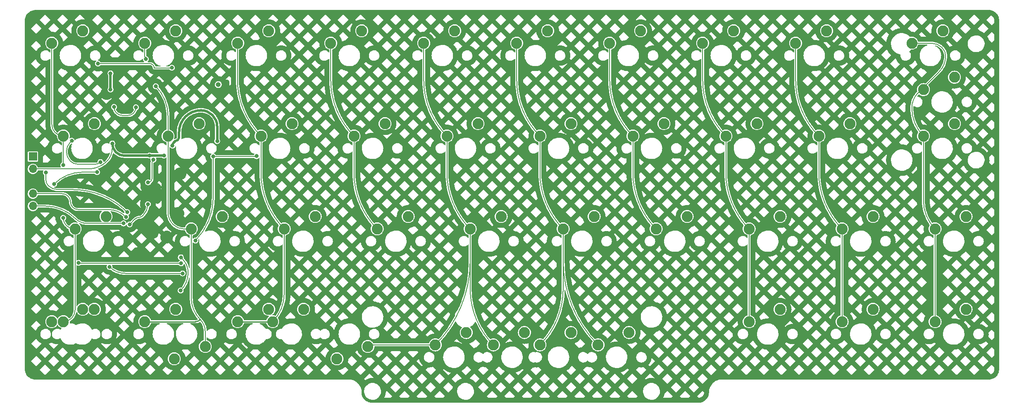
<source format=gbr>
%TF.GenerationSoftware,KiCad,Pcbnew,(6.0.7-1)-1*%
%TF.CreationDate,2022-11-08T10:29:57-05:00*%
%TF.ProjectId,cutiepie2040,63757469-6570-4696-9532-3034302e6b69,rev?*%
%TF.SameCoordinates,Original*%
%TF.FileFunction,Copper,L1,Top*%
%TF.FilePolarity,Positive*%
%FSLAX46Y46*%
G04 Gerber Fmt 4.6, Leading zero omitted, Abs format (unit mm)*
G04 Created by KiCad (PCBNEW (6.0.7-1)-1) date 2022-11-08 10:29:57*
%MOMM*%
%LPD*%
G01*
G04 APERTURE LIST*
%TA.AperFunction,ComponentPad*%
%ADD10C,2.250000*%
%TD*%
%TA.AperFunction,ComponentPad*%
%ADD11R,1.000000X1.000000*%
%TD*%
%TA.AperFunction,ComponentPad*%
%ADD12O,1.000000X1.000000*%
%TD*%
%TA.AperFunction,ComponentPad*%
%ADD13C,0.600000*%
%TD*%
%TA.AperFunction,ComponentPad*%
%ADD14R,1.700000X1.700000*%
%TD*%
%TA.AperFunction,ComponentPad*%
%ADD15O,1.700000X1.700000*%
%TD*%
%TA.AperFunction,ViaPad*%
%ADD16C,0.800000*%
%TD*%
%TA.AperFunction,Conductor*%
%ADD17C,0.200000*%
%TD*%
%TA.AperFunction,Conductor*%
%ADD18C,0.500000*%
%TD*%
%TA.AperFunction,Conductor*%
%ADD19C,0.250000*%
%TD*%
G04 APERTURE END LIST*
D10*
%TO.P,MX35,1,COL*%
%TO.N,col9*%
X226877500Y-52760000D03*
%TO.P,MX35,2,ROW*%
%TO.N,Net-(D35-Pad2)*%
X233227500Y-50220000D03*
%TD*%
%TO.P,MX4,1,COL*%
%TO.N,col0*%
X50665000Y-109910000D03*
%TO.P,MX4,2,ROW*%
%TO.N,Net-(D4-Pad2)*%
X57015000Y-107370000D03*
%TD*%
%TO.P,MX1,1,COL*%
%TO.N,col0*%
X50665000Y-52760000D03*
%TO.P,MX1,2,ROW*%
%TO.N,Net-(D1-Pad2)*%
X57015000Y-50220000D03*
%TD*%
%TO.P,MX22,1,COL*%
%TO.N,col5*%
X155440000Y-90860000D03*
%TO.P,MX22,2,ROW*%
%TO.N,Net-(D22-Pad2)*%
X161790000Y-88320000D03*
%TD*%
%TO.P,MX17,1,COL*%
%TO.N,col4*%
X131627500Y-71810000D03*
%TO.P,MX17,2,ROW*%
%TO.N,Net-(D17-Pad2)*%
X137977500Y-69270000D03*
%TD*%
%TO.P,MX2,1,COL*%
%TO.N,col0*%
X53046250Y-71810000D03*
%TO.P,MX2,2,ROW*%
%TO.N,Net-(D2-Pad2)*%
X59396250Y-69270000D03*
%TD*%
%TO.P,MX11,1,COL*%
%TO.N,col2*%
X98290000Y-90860000D03*
%TO.P,MX11,2,ROW*%
%TO.N,Net-(D11-Pad2)*%
X104640000Y-88320000D03*
%TD*%
%TO.P,MX23,1,COL*%
%TO.N,col5*%
X150677500Y-114672500D03*
%TO.P,MX23,2,ROW*%
%TO.N,Net-(D23-Pad2)*%
X157027500Y-112132500D03*
%TD*%
%TO.P,MX10,1,COL*%
%TO.N,col2*%
X93527500Y-71810000D03*
%TO.P,MX10,2,ROW*%
%TO.N,Net-(D10-Pad2)*%
X99877500Y-69270000D03*
%TD*%
%TO.P,MX18,1,COL*%
%TO.N,col4*%
X136390000Y-90860000D03*
%TO.P,MX18,2,ROW*%
%TO.N,Net-(D18-Pad2)*%
X142740000Y-88320000D03*
%TD*%
%TO.P,MX30,1,COL*%
%TO.N,col7*%
X193540000Y-109910000D03*
%TO.P,MX30,2,ROW*%
%TO.N,Net-(D30-Pad2)*%
X199890000Y-107370000D03*
%TD*%
%TO.P,MX12,1,COL*%
%TO.N,col2*%
X95908750Y-109910000D03*
%TO.P,MX12,2,ROW*%
%TO.N,Net-(D12-Pad2)*%
X102258750Y-107370000D03*
%TD*%
%TO.P,MX19,1,COL*%
%TO.N,col4*%
X115435000Y-114990000D03*
%TO.P,MX19,2,ROW*%
%TO.N,Net-(D19-Pad2)*%
X109085000Y-117530000D03*
%TD*%
%TO.P,MX4,1,COL*%
%TO.N,col0*%
X53046250Y-109910000D03*
%TO.P,MX4,2,ROW*%
%TO.N,Net-(D4-Pad2)*%
X59396250Y-107370000D03*
%TD*%
%TO.P,MX33,1,COL*%
%TO.N,col8*%
X212590000Y-90860000D03*
%TO.P,MX33,2,ROW*%
%TO.N,Net-(D33-Pad2)*%
X218940000Y-88320000D03*
%TD*%
%TO.P,MX13,1,COL*%
%TO.N,col3*%
X107815000Y-52760000D03*
%TO.P,MX13,2,ROW*%
%TO.N,Net-(D13-Pad2)*%
X114165000Y-50220000D03*
%TD*%
%TO.P,MX29,1,COL*%
%TO.N,col7*%
X193540000Y-90860000D03*
%TO.P,MX29,2,ROW*%
%TO.N,Net-(D29-Pad2)*%
X199890000Y-88320000D03*
%TD*%
%TO.P,MX15,1,COL*%
%TO.N,col3*%
X117340000Y-90860000D03*
%TO.P,MX15,2,ROW*%
%TO.N,Net-(D15-Pad2)*%
X123690000Y-88320000D03*
%TD*%
%TO.P,MX14,1,COL*%
%TO.N,col3*%
X112577500Y-71810000D03*
%TO.P,MX14,2,ROW*%
%TO.N,Net-(D14-Pad2)*%
X118927500Y-69270000D03*
%TD*%
%TO.P,MX16,1,COL*%
%TO.N,col4*%
X126865000Y-52760000D03*
%TO.P,MX16,2,ROW*%
%TO.N,Net-(D16-Pad2)*%
X133215000Y-50220000D03*
%TD*%
%TO.P,MX5,1,COL*%
%TO.N,col1*%
X69715000Y-52760000D03*
%TO.P,MX5,2,ROW*%
%TO.N,Net-(D5-Pad2)*%
X76065000Y-50220000D03*
%TD*%
%TO.P,MX24,1,COL*%
%TO.N,col6*%
X164965000Y-52760000D03*
%TO.P,MX24,2,ROW*%
%TO.N,Net-(D24-Pad2)*%
X171315000Y-50220000D03*
%TD*%
%TO.P,MX21,1,COL*%
%TO.N,col5*%
X150677500Y-71810000D03*
%TO.P,MX21,2,ROW*%
%TO.N,Net-(D21-Pad2)*%
X157027500Y-69270000D03*
%TD*%
%TO.P,MX32,1,COL*%
%TO.N,col8*%
X207827500Y-71810000D03*
%TO.P,MX32,2,ROW*%
%TO.N,Net-(D32-Pad2)*%
X214177500Y-69270000D03*
%TD*%
%TO.P,MX38,1,COL*%
%TO.N,col9*%
X231640000Y-109910000D03*
%TO.P,MX38,2,ROW*%
%TO.N,Net-(D38-Pad2)*%
X237990000Y-107370000D03*
%TD*%
%TO.P,MX20,1,COL*%
%TO.N,col5*%
X145915000Y-52760000D03*
%TO.P,MX20,2,ROW*%
%TO.N,Net-(D20-Pad2)*%
X152265000Y-50220000D03*
%TD*%
%TO.P,MX8,1,COL*%
%TO.N,col1*%
X82097500Y-114990000D03*
%TO.P,MX8,2,ROW*%
%TO.N,Net-(D8-Pad2)*%
X75747500Y-117530000D03*
%TD*%
%TO.P,MX6,1,COL*%
%TO.N,col1*%
X74477500Y-71810000D03*
%TO.P,MX6,2,ROW*%
%TO.N,Net-(D6-Pad2)*%
X80827500Y-69270000D03*
%TD*%
%TO.P,MX36,1,COL*%
%TO.N,col9*%
X229258750Y-71810000D03*
%TO.P,MX36,2,ROW*%
%TO.N,Net-(D36-Pad2)*%
X235608750Y-69270000D03*
%TD*%
%TO.P,MX37,1,COL*%
%TO.N,col9*%
X231640000Y-90860000D03*
%TO.P,MX37,2,ROW*%
%TO.N,Net-(D37-Pad2)*%
X237990000Y-88320000D03*
%TD*%
%TO.P,MX8,1,COL*%
%TO.N,col1*%
X69715000Y-109910000D03*
%TO.P,MX8,2,ROW*%
%TO.N,Net-(D8-Pad2)*%
X76065000Y-107370000D03*
%TD*%
%TO.P,MX26,1,COL*%
%TO.N,col6*%
X174490000Y-90860000D03*
%TO.P,MX26,2,ROW*%
%TO.N,Net-(D26-Pad2)*%
X180840000Y-88320000D03*
%TD*%
%TO.P,MX19,1,COL*%
%TO.N,col4*%
X141152500Y-114672500D03*
%TO.P,MX19,2,ROW*%
%TO.N,Net-(D19-Pad2)*%
X147502500Y-112132500D03*
%TD*%
%TO.P,MX9,1,COL*%
%TO.N,col2*%
X88765000Y-52760000D03*
%TO.P,MX9,2,ROW*%
%TO.N,Net-(D9-Pad2)*%
X95115000Y-50220000D03*
%TD*%
%TO.P,MX19,1,COL*%
%TO.N,col4*%
X129246250Y-114672500D03*
%TO.P,MX19,2,ROW*%
%TO.N,Net-(D19-Pad2)*%
X135596250Y-112132500D03*
%TD*%
%TO.P,MX23,1,COL*%
%TO.N,col5*%
X162583750Y-114672500D03*
%TO.P,MX23,2,ROW*%
%TO.N,Net-(D23-Pad2)*%
X168933750Y-112132500D03*
%TD*%
%TO.P,MX35,1,COL*%
%TO.N,col9*%
X229258750Y-62285000D03*
%TO.P,MX35,2,ROW*%
%TO.N,Net-(D35-Pad2)*%
X235608750Y-59745000D03*
%TD*%
%TO.P,MX7,1,COL*%
%TO.N,col1*%
X79240000Y-90860000D03*
%TO.P,MX7,2,ROW*%
%TO.N,Net-(D7-Pad2)*%
X85590000Y-88320000D03*
%TD*%
%TO.P,MX12,1,COL*%
%TO.N,col2*%
X88765000Y-109910000D03*
%TO.P,MX12,2,ROW*%
%TO.N,Net-(D12-Pad2)*%
X95115000Y-107370000D03*
%TD*%
%TO.P,MX3,1,COL*%
%TO.N,col0*%
X55427500Y-90860000D03*
%TO.P,MX3,2,ROW*%
%TO.N,Net-(D3-Pad2)*%
X61777500Y-88320000D03*
%TD*%
%TO.P,MX27,1,COL*%
%TO.N,col7*%
X184015000Y-52760000D03*
%TO.P,MX27,2,ROW*%
%TO.N,Net-(D27-Pad2)*%
X190365000Y-50220000D03*
%TD*%
%TO.P,MX28,1,COL*%
%TO.N,col7*%
X188777500Y-71810000D03*
%TO.P,MX28,2,ROW*%
%TO.N,Net-(D28-Pad2)*%
X195127500Y-69270000D03*
%TD*%
%TO.P,MX25,1,COL*%
%TO.N,col6*%
X169727500Y-71810000D03*
%TO.P,MX25,2,ROW*%
%TO.N,Net-(D25-Pad2)*%
X176077500Y-69270000D03*
%TD*%
%TO.P,MX34,1,COL*%
%TO.N,col8*%
X212590000Y-109910000D03*
%TO.P,MX34,2,ROW*%
%TO.N,Net-(D34-Pad2)*%
X218940000Y-107370000D03*
%TD*%
%TO.P,MX31,1,COL*%
%TO.N,col8*%
X203065000Y-52760000D03*
%TO.P,MX31,2,ROW*%
%TO.N,Net-(D31-Pad2)*%
X209415000Y-50220000D03*
%TD*%
D11*
%TO.P,SW1,1,1*%
%TO.N,GND*%
X86050000Y-61250000D03*
D12*
%TO.P,SW1,2,2*%
%TO.N,Net-(R_Flash1-Pad1)*%
X84780000Y-61250000D03*
%TD*%
D13*
%TO.P,U1,57,GND*%
%TO.N,GND*%
X69675000Y-83600000D03*
X72225000Y-82325000D03*
X72225000Y-84875000D03*
X70950000Y-83600000D03*
X70950000Y-84875000D03*
X69675000Y-82325000D03*
X70950000Y-82325000D03*
X72225000Y-83600000D03*
X69675000Y-84875000D03*
%TD*%
D14*
%TO.P,J2,1,Pin_1*%
%TO.N,RESET*%
X46800000Y-76025000D03*
D15*
%TO.P,J2,2,Pin_2*%
%TO.N,+3V3*%
X46800000Y-78565000D03*
%TO.P,J2,3,Pin_3*%
%TO.N,GND*%
X46800000Y-81105000D03*
%TO.P,J2,4,Pin_4*%
%TO.N,SWDIO*%
X46800000Y-83645000D03*
%TO.P,J2,5,Pin_5*%
%TO.N,SWCLK*%
X46800000Y-86185000D03*
%TD*%
D16*
%TO.N,+1V1*%
X71500000Y-76650000D03*
X70400000Y-81350000D03*
X66600000Y-89950000D03*
X70350000Y-85800000D03*
%TO.N,GND*%
X61900000Y-63100000D03*
X89300000Y-67150000D03*
X76950000Y-79550000D03*
X68200000Y-95950000D03*
X76500000Y-87700000D03*
X74200000Y-92550000D03*
X71250000Y-91650000D03*
X64300000Y-83800000D03*
X62400000Y-78250000D03*
%TO.N,+3V3*%
X84550000Y-72850000D03*
X70700000Y-75850000D03*
X73650000Y-75800000D03*
X75400000Y-73800000D03*
X63050000Y-73330000D03*
%TO.N,+5V*%
X62700000Y-58950000D03*
X62700000Y-62250000D03*
%TO.N,row0*%
X60150000Y-56950000D03*
X60655750Y-77146910D03*
X54750000Y-72800000D03*
X75250000Y-57800000D03*
%TO.N,row1*%
X51150000Y-81650000D03*
X56150000Y-97850000D03*
X80100000Y-93250000D03*
X83750000Y-76000000D03*
X59956250Y-79225140D03*
X92600000Y-75950000D03*
X77150000Y-97950000D03*
%TO.N,row2*%
X62500000Y-98650000D03*
X77450000Y-100000000D03*
%TO.N,row3*%
X77100000Y-96700000D03*
X77079720Y-103520279D03*
%TO.N,D+*%
X63400000Y-65850000D03*
X67900000Y-65950000D03*
%TO.N,RESET*%
X49450000Y-79300000D03*
X66103818Y-87435488D03*
%TO.N,SWDIO*%
X65849500Y-88402094D03*
%TO.N,SWCLK*%
X65355000Y-89745000D03*
%TO.N,col0*%
X53000000Y-88600000D03*
X53000000Y-77800000D03*
%TO.N,col1*%
X69950000Y-56050000D03*
X71950000Y-61600000D03*
%TD*%
D17*
%TO.N,+1V1*%
X69200000Y-88250000D02*
X69430761Y-88019239D01*
X66600000Y-89950000D02*
X67661091Y-88888909D01*
X71200000Y-80550000D02*
X71200000Y-77374264D01*
X69197488Y-88252513D02*
X69200000Y-88250000D01*
X71500011Y-76650011D02*
G75*
G03*
X71200000Y-77374264I724289J-724289D01*
G01*
X68600000Y-88499995D02*
G75*
G03*
X67661091Y-88888909I0J-1327805D01*
G01*
X71200000Y-80550000D02*
G75*
G02*
X70400000Y-81350000I-800000J0D01*
G01*
X69197493Y-88252518D02*
G75*
G02*
X68600000Y-88500000I-597493J597518D01*
G01*
X70349993Y-85800000D02*
G75*
G02*
X69430761Y-88019239I-3138493J0D01*
G01*
D18*
%TO.N,+3V3*%
X75950000Y-72850000D02*
X75682843Y-73117157D01*
X84550000Y-69850000D02*
X84550000Y-72850000D01*
X81200000Y-66550000D02*
X81250000Y-66550000D01*
X70700000Y-75850000D02*
X65570000Y-75850000D01*
X73650000Y-75800000D02*
X70820710Y-75800000D01*
D17*
X46800000Y-78565000D02*
X58171756Y-78565000D01*
X63050000Y-74344366D02*
X63050000Y-73330000D01*
D18*
X76750000Y-72050000D02*
X76750000Y-71000000D01*
D17*
X61950034Y-77000034D02*
G75*
G02*
X58171756Y-78565000I-3778234J3778334D01*
G01*
D18*
X63050000Y-73330000D02*
G75*
G03*
X65570000Y-75850000I2520000J0D01*
G01*
D17*
X63049985Y-74344366D02*
G75*
G02*
X61950000Y-77000000I-3755585J-34D01*
G01*
D18*
X76750000Y-72050000D02*
G75*
G02*
X75950000Y-72850000I-800000J0D01*
G01*
X81200000Y-66550000D02*
G75*
G03*
X76750000Y-71000000I0J-4450000D01*
G01*
X84550000Y-69850000D02*
G75*
G03*
X81250000Y-66550000I-3300000J0D01*
G01*
X75400005Y-73800000D02*
G75*
G02*
X75682844Y-73117158I965695J0D01*
G01*
X70699997Y-75849997D02*
G75*
G02*
X70820710Y-75800000I120703J-120703D01*
G01*
%TO.N,+5V*%
X62700000Y-58950000D02*
X62700000Y-62250000D01*
D17*
%TO.N,row0*%
X60150000Y-56950000D02*
X61650000Y-56950000D01*
X61650000Y-56950000D02*
X70750000Y-56950000D01*
X56000609Y-77600000D02*
X59561894Y-77600000D01*
X54750000Y-72800000D02*
X54427818Y-73122182D01*
X71650000Y-57850000D02*
X75200000Y-57850000D01*
X71650000Y-57850000D02*
G75*
G03*
X70750000Y-56950000I-900000J0D01*
G01*
X59561894Y-77600009D02*
G75*
G03*
X60655750Y-77146910I6J1546909D01*
G01*
X56000609Y-77599982D02*
G75*
G02*
X54463173Y-76963173I-9J2174282D01*
G01*
X53649987Y-75000000D02*
G75*
G03*
X54463173Y-76963173I2776313J0D01*
G01*
X75250000Y-57800000D02*
G75*
G02*
X75200000Y-57850000I-50000J0D01*
G01*
X53649990Y-75000000D02*
G75*
G02*
X54427818Y-73122182I2655610J0D01*
G01*
%TO.N,row1*%
X83750000Y-76000000D02*
X92479290Y-76000000D01*
X57004129Y-79225140D02*
X59956250Y-79225140D01*
X77150000Y-97950000D02*
X56391421Y-97950000D01*
X83750000Y-76000000D02*
X83750000Y-84438121D01*
X80100000Y-93250000D02*
G75*
G03*
X83750000Y-84438121I-8811880J8811880D01*
G01*
X57004129Y-79225153D02*
G75*
G03*
X51150000Y-81650000I-29J-8278947D01*
G01*
X92600003Y-75950003D02*
G75*
G02*
X92479290Y-76000000I-120703J120703D01*
G01*
X56149994Y-97850006D02*
G75*
G03*
X56391421Y-97950000I241406J241406D01*
G01*
%TO.N,row2*%
X77450000Y-100000000D02*
X65759188Y-100000000D01*
X62500003Y-98649997D02*
G75*
G03*
X65759188Y-100000000I3259197J3259197D01*
G01*
%TO.N,row3*%
X77100000Y-96700000D02*
X77433274Y-97033274D01*
X77079729Y-103520288D02*
G75*
G03*
X78600000Y-99850000I-3670329J3670288D01*
G01*
X78599986Y-99850000D02*
G75*
G03*
X77433274Y-97033274I-3983486J0D01*
G01*
%TO.N,D+*%
X66250000Y-67600000D02*
X65400000Y-67600000D01*
X65400000Y-67600000D02*
X65150000Y-67600000D01*
X66250000Y-67600000D02*
G75*
G03*
X67900000Y-65950000I0J1650000D01*
G01*
X63400000Y-65850000D02*
G75*
G03*
X65150000Y-67600000I1750000J0D01*
G01*
%TO.N,RESET*%
X54912761Y-82800000D02*
X52400000Y-82800000D01*
X49450000Y-80792894D02*
X49450000Y-79300000D01*
X52400000Y-82800000D02*
X51881370Y-82800000D01*
X49450003Y-80792894D02*
G75*
G03*
X49950000Y-82000000I1707097J-6D01*
G01*
X49950009Y-81999991D02*
G75*
G03*
X51881370Y-82800000I1931391J1931391D01*
G01*
X54912761Y-82799999D02*
G75*
G02*
X66103817Y-87435489I-1J-15826541D01*
G01*
%TO.N,SWDIO*%
X57005000Y-86895000D02*
X56795000Y-86895000D01*
X56795000Y-86895000D02*
X56355000Y-86895000D01*
X56795000Y-86895000D02*
X62211054Y-86895000D01*
X46800000Y-83645000D02*
X52795000Y-83645000D01*
X56045000Y-86895000D02*
X57005000Y-86895000D01*
X56350000Y-86900000D02*
G75*
G02*
X56355000Y-86895000I5000J0D01*
G01*
X56045000Y-86895000D02*
G75*
G02*
X54500000Y-85350000I0J1545000D01*
G01*
X54500000Y-85350000D02*
G75*
G03*
X52795000Y-83645000I-1705000J0D01*
G01*
X65849515Y-88402079D02*
G75*
G03*
X62211054Y-86895000I-3638415J-3638421D01*
G01*
%TO.N,SWCLK*%
X65355000Y-89745000D02*
X57902142Y-89745000D01*
X49307543Y-86185000D02*
X46800000Y-86185000D01*
X55499988Y-88750012D02*
G75*
G03*
X57902142Y-89745000I2402112J2402112D01*
G01*
X49307543Y-86185000D02*
G75*
G02*
X55499999Y-88750001I-3J-8757460D01*
G01*
%TO.N,col0*%
X50665000Y-52760000D02*
X50665000Y-69428750D01*
X55427500Y-90860000D02*
X55427500Y-107528750D01*
X55427500Y-90860000D02*
X55260000Y-90860000D01*
X53046250Y-71810000D02*
X53046250Y-77753750D01*
X53000000Y-88600000D02*
G75*
G03*
X55260000Y-90860000I2260000J0D01*
G01*
X53046250Y-71810000D02*
G75*
G02*
X50665000Y-69428750I0J2381250D01*
G01*
X53046250Y-109910000D02*
G75*
G03*
X55427500Y-107528750I0J2381250D01*
G01*
X53000000Y-77800050D02*
G75*
G03*
X53046250Y-77753750I0J46250D01*
G01*
%TO.N,col1*%
X82097500Y-111908178D02*
X82097500Y-114990000D01*
X69715000Y-52760000D02*
X69715000Y-55482660D01*
X79240000Y-90860000D02*
X79240000Y-105009563D01*
X77626223Y-90860000D02*
X79240000Y-90860000D01*
X74477500Y-71810000D02*
X74477500Y-87410756D01*
D19*
X69715000Y-109910000D02*
X80110173Y-109910000D01*
D17*
X74477500Y-67701924D02*
X74477500Y-71810000D01*
X74477489Y-67701924D02*
G75*
G03*
X71949999Y-61600001I-8629389J24D01*
G01*
D19*
X81100008Y-109500008D02*
G75*
G02*
X80110173Y-109910000I-989808J989808D01*
G01*
D17*
X69949988Y-56050012D02*
G75*
G02*
X69715000Y-55482660I567312J567312D01*
G01*
X75549966Y-90000034D02*
G75*
G02*
X74477500Y-87410756I2589334J2589234D01*
G01*
X77626223Y-90859990D02*
G75*
G02*
X75550000Y-90000000I-23J2936190D01*
G01*
X82097509Y-111908178D02*
G75*
G03*
X81100000Y-109500000I-3405709J-22D01*
G01*
X81099999Y-109500001D02*
G75*
G02*
X79240000Y-105009563I4490451J4490441D01*
G01*
%TO.N,col2*%
X88700000Y-52825000D02*
X88700000Y-60155385D01*
X98290000Y-90860000D02*
X98290000Y-104161154D01*
X88765000Y-52760000D02*
X88700000Y-52825000D01*
D19*
X88765000Y-109910000D02*
X95908750Y-109910000D01*
D17*
X93527500Y-71810000D02*
X93527500Y-79362308D01*
X98290002Y-90859998D02*
G75*
G02*
X93527500Y-79362308I11497698J11497698D01*
G01*
X93527501Y-71809999D02*
G75*
G02*
X88700000Y-60155385I11654619J11654619D01*
G01*
X95908749Y-109909999D02*
G75*
G03*
X98290000Y-104161154I-5748849J5748849D01*
G01*
%TO.N,col3*%
X107815000Y-52760000D02*
X107815000Y-60312308D01*
X112577500Y-71810000D02*
X112577500Y-79362308D01*
X112577502Y-71809998D02*
G75*
G02*
X107815000Y-60312308I11497698J11497698D01*
G01*
X117340002Y-90859998D02*
G75*
G02*
X112577500Y-79362308I11497698J11497698D01*
G01*
%TO.N,col4*%
X129246250Y-114672500D02*
X116201512Y-114672500D01*
X126865000Y-52760000D02*
X126865000Y-60312308D01*
X136390000Y-90860000D02*
X136390000Y-97425962D01*
X131627500Y-71810000D02*
X131627500Y-79362308D01*
X136390000Y-97425962D02*
X136390000Y-103174808D01*
X131627502Y-71809998D02*
G75*
G02*
X126865000Y-60312308I11497698J11497698D01*
G01*
X141152502Y-114672498D02*
G75*
G02*
X136390000Y-103174808I11497698J11497698D01*
G01*
X136390002Y-90859998D02*
G75*
G02*
X131627500Y-79362308I11497698J11497698D01*
G01*
X115434996Y-114989996D02*
G75*
G02*
X116201512Y-114672500I766504J-766504D01*
G01*
X129246252Y-114672502D02*
G75*
G03*
X136390000Y-97425962I-17246552J17246542D01*
G01*
%TO.N,col5*%
X145915000Y-52760000D02*
X145915000Y-60312308D01*
X155440000Y-97425962D02*
X155440000Y-103174808D01*
X150677500Y-71810000D02*
X150677500Y-79362308D01*
X155440000Y-90860000D02*
X155440000Y-97425962D01*
X150677502Y-71809998D02*
G75*
G02*
X145915000Y-60312308I11497698J11497698D01*
G01*
X150677498Y-114672498D02*
G75*
G03*
X155440000Y-103174808I-11497698J11497698D01*
G01*
X155440002Y-90859998D02*
G75*
G02*
X150677500Y-79362308I11497698J11497698D01*
G01*
X162583751Y-114672499D02*
G75*
G02*
X155440000Y-97425962I17246539J17246539D01*
G01*
%TO.N,col6*%
X169727500Y-71810000D02*
X169727500Y-79362308D01*
X164965000Y-52760000D02*
X164965000Y-60312308D01*
X174490002Y-90859998D02*
G75*
G02*
X169727500Y-79362308I11497698J11497698D01*
G01*
X169727502Y-71809998D02*
G75*
G02*
X164965000Y-60312308I11497698J11497698D01*
G01*
%TO.N,col7*%
X193540000Y-90860000D02*
X193540000Y-109910000D01*
X188777500Y-71810000D02*
X188777500Y-79362308D01*
X184015000Y-52760000D02*
X184015000Y-60312308D01*
X193540002Y-90859998D02*
G75*
G02*
X188777500Y-79362308I11497698J11497698D01*
G01*
X188777502Y-71809998D02*
G75*
G02*
X184015000Y-60312308I11497698J11497698D01*
G01*
%TO.N,col8*%
X207827500Y-71810000D02*
X207827500Y-79362308D01*
X203065000Y-52760000D02*
X203065000Y-60312308D01*
X212590000Y-90860000D02*
X212590000Y-109910000D01*
X207827502Y-71809998D02*
G75*
G02*
X203065000Y-60312308I11497698J11497698D01*
G01*
X212590002Y-90859998D02*
G75*
G02*
X207827500Y-79362308I11497698J11497698D01*
G01*
%TO.N,col9*%
X229040000Y-52760000D02*
X226907651Y-52760000D01*
X228177625Y-62922376D02*
X230300000Y-60800000D01*
X233800000Y-55389949D02*
X233800000Y-55400000D01*
X229040000Y-52760000D02*
X230830640Y-52760000D01*
X229258750Y-71810000D02*
X229258750Y-85111154D01*
X230300000Y-60800000D02*
X232384955Y-58715045D01*
X232456497Y-58643503D02*
X232384955Y-58715045D01*
X231640000Y-90860000D02*
X231640000Y-109910000D01*
X233099989Y-53700011D02*
G75*
G03*
X230830640Y-52760000I-2269389J-2269389D01*
G01*
X229258726Y-71810024D02*
G75*
G02*
X226877500Y-66061154I5748874J5748824D01*
G01*
X228177648Y-62922399D02*
G75*
G03*
X226877500Y-66061154I3138752J-3138801D01*
G01*
X232456496Y-58643502D02*
G75*
G03*
X233800000Y-55400000I-3243496J3243502D01*
G01*
X231639987Y-90860013D02*
G75*
G02*
X229258750Y-85111154I5748813J5748813D01*
G01*
X233799979Y-55389949D02*
G75*
G03*
X233100000Y-53700000I-2389879J49D01*
G01*
%TD*%
%TA.AperFunction,Conductor*%
%TO.N,GND*%
G36*
X242864999Y-45976882D02*
G01*
X242865038Y-45976454D01*
X242873333Y-45977214D01*
X242881256Y-45979800D01*
X242889514Y-45978695D01*
X242890744Y-45978808D01*
X242909933Y-45979003D01*
X243139579Y-46014486D01*
X243148790Y-46016517D01*
X243158798Y-46019404D01*
X243394612Y-46087432D01*
X243403483Y-46090616D01*
X243406238Y-46091808D01*
X243638283Y-46192224D01*
X243646684Y-46196515D01*
X243866645Y-46327163D01*
X243874427Y-46332483D01*
X244075992Y-46490057D01*
X244083038Y-46496329D01*
X244262908Y-46678251D01*
X244269098Y-46685366D01*
X244334159Y-46770564D01*
X244424376Y-46888706D01*
X244429610Y-46896551D01*
X244492379Y-47005014D01*
X244557751Y-47117976D01*
X244561946Y-47126424D01*
X244660883Y-47362362D01*
X244663969Y-47371276D01*
X244732087Y-47617877D01*
X244734014Y-47627110D01*
X244770212Y-47880381D01*
X244770948Y-47889785D01*
X244774290Y-48121802D01*
X244772004Y-48139223D01*
X244771878Y-48141688D01*
X244769612Y-48149706D01*
X244771048Y-48157915D01*
X244773393Y-48171322D01*
X244774500Y-48184072D01*
X244774500Y-119818723D01*
X244773096Y-119827659D01*
X244773411Y-119827687D01*
X244772684Y-119835985D01*
X244770128Y-119843919D01*
X244771265Y-119852175D01*
X244771158Y-119853401D01*
X244771038Y-119872598D01*
X244735845Y-120106384D01*
X244733849Y-120115603D01*
X244662788Y-120365579D01*
X244659636Y-120374469D01*
X244557349Y-120613387D01*
X244553094Y-120621798D01*
X244539683Y-120644580D01*
X244421245Y-120845762D01*
X244415951Y-120853569D01*
X244256687Y-121058936D01*
X244250443Y-121066006D01*
X244066353Y-121249439D01*
X244059261Y-121255658D01*
X243853322Y-121414191D01*
X243845496Y-121419457D01*
X243621062Y-121550506D01*
X243612636Y-121554730D01*
X243373352Y-121656165D01*
X243364470Y-121659278D01*
X243114211Y-121729455D01*
X243105011Y-121731412D01*
X242847867Y-121769181D01*
X242838475Y-121769953D01*
X242737594Y-121771798D01*
X242602841Y-121774262D01*
X242584187Y-121771886D01*
X242582524Y-121771807D01*
X242574498Y-121769573D01*
X242566298Y-121771040D01*
X242566296Y-121771040D01*
X242553426Y-121773343D01*
X242540394Y-121774500D01*
X187849603Y-121774500D01*
X187836461Y-121773324D01*
X187828492Y-121771886D01*
X187815598Y-121769559D01*
X187814881Y-121769593D01*
X187810844Y-121770725D01*
X187808529Y-121771100D01*
X187804500Y-121771638D01*
X187521491Y-121801558D01*
X187519479Y-121802003D01*
X187519471Y-121802004D01*
X187370360Y-121834961D01*
X187233373Y-121865238D01*
X186954196Y-121960777D01*
X186952329Y-121961661D01*
X186952325Y-121961662D01*
X186752967Y-122055986D01*
X186687472Y-122086974D01*
X186685709Y-122088065D01*
X186685707Y-122088066D01*
X186438318Y-122241150D01*
X186436555Y-122242241D01*
X186406330Y-122266007D01*
X186206235Y-122423339D01*
X186206231Y-122423343D01*
X186204600Y-122424625D01*
X186139627Y-122488711D01*
X186015153Y-122611486D01*
X185994524Y-122631833D01*
X185808969Y-122861259D01*
X185650268Y-123110019D01*
X185649362Y-123111867D01*
X185649359Y-123111873D01*
X185574003Y-123265641D01*
X185520418Y-123374983D01*
X185480697Y-123486044D01*
X185421745Y-123650875D01*
X185421742Y-123650885D01*
X185421050Y-123652820D01*
X185353416Y-123940035D01*
X185353170Y-123942095D01*
X185353169Y-123942098D01*
X185346595Y-123997051D01*
X185318364Y-124233018D01*
X185316511Y-124502732D01*
X185315385Y-124506654D01*
X185316441Y-124512844D01*
X185316396Y-124519498D01*
X185316070Y-124522785D01*
X185316067Y-124522806D01*
X185316059Y-124522820D01*
X185316027Y-124523307D01*
X185315286Y-124527415D01*
X185315320Y-124528132D01*
X185315636Y-124529260D01*
X185315606Y-124529725D01*
X185316001Y-124546713D01*
X185291535Y-124760542D01*
X185289985Y-124769342D01*
X185283207Y-124797685D01*
X185231734Y-125012903D01*
X185229136Y-125021450D01*
X185142319Y-125255225D01*
X185141949Y-125256220D01*
X185138340Y-125264389D01*
X185042551Y-125450004D01*
X185023490Y-125486939D01*
X185018920Y-125494618D01*
X184878085Y-125701696D01*
X184872622Y-125708769D01*
X184707853Y-125897362D01*
X184701579Y-125903723D01*
X184618400Y-125978445D01*
X184515274Y-126071086D01*
X184508288Y-126076637D01*
X184303173Y-126220320D01*
X184295558Y-126224996D01*
X184074614Y-126342909D01*
X184066491Y-126346632D01*
X183832961Y-126437048D01*
X183824447Y-126439766D01*
X183581700Y-126501380D01*
X183572933Y-126503049D01*
X183346291Y-126532158D01*
X183324537Y-126534952D01*
X183315622Y-126535553D01*
X183276461Y-126535824D01*
X183089554Y-126537115D01*
X183070728Y-126534533D01*
X183069368Y-126534458D01*
X183061357Y-126532158D01*
X183039154Y-126535947D01*
X183026717Y-126537000D01*
X116422862Y-126537000D01*
X116410641Y-126535984D01*
X116388009Y-126532194D01*
X116380009Y-126534517D01*
X116378465Y-126534607D01*
X116359806Y-126537210D01*
X116113646Y-126535890D01*
X116103991Y-126535205D01*
X115837026Y-126498601D01*
X115827542Y-126496662D01*
X115567630Y-126425523D01*
X115558481Y-126422362D01*
X115310090Y-126317911D01*
X115301432Y-126313584D01*
X115068787Y-126177599D01*
X115060768Y-126172178D01*
X114847870Y-126006996D01*
X114840632Y-126000580D01*
X114651109Y-125809016D01*
X114644768Y-125801706D01*
X114481871Y-125587044D01*
X114476537Y-125578967D01*
X114386780Y-125421562D01*
X114343059Y-125344888D01*
X114338824Y-125336185D01*
X114237037Y-125086679D01*
X114233975Y-125077497D01*
X114165627Y-124816846D01*
X114163789Y-124807342D01*
X114134539Y-124575586D01*
X114134730Y-124566829D01*
X114134623Y-124566835D01*
X114134254Y-124560348D01*
X114134579Y-124559230D01*
X114134619Y-124558513D01*
X114133916Y-124554401D01*
X114133680Y-124550246D01*
X114133863Y-124550236D01*
X114133541Y-124547487D01*
X114133534Y-124541472D01*
X114134579Y-124535233D01*
X114133768Y-124532443D01*
X114134022Y-124531594D01*
X114133522Y-124531595D01*
X114133391Y-124421372D01*
X114133201Y-124261668D01*
X114130175Y-124235089D01*
X114115586Y-124106981D01*
X114660295Y-124106981D01*
X114666477Y-124369281D01*
X114712263Y-124627628D01*
X114713165Y-124630285D01*
X114713166Y-124630289D01*
X114785146Y-124842333D01*
X114796600Y-124876076D01*
X114917547Y-125108910D01*
X114919200Y-125111172D01*
X114919202Y-125111176D01*
X115026150Y-125257569D01*
X115072321Y-125320769D01*
X115092121Y-125340673D01*
X115255147Y-125504555D01*
X115257360Y-125506780D01*
X115259621Y-125508450D01*
X115443316Y-125644129D01*
X115468406Y-125662661D01*
X115470895Y-125663971D01*
X115470899Y-125663973D01*
X115698110Y-125783514D01*
X115698117Y-125783517D01*
X115700603Y-125784825D01*
X115948607Y-125870462D01*
X115951368Y-125870966D01*
X115951371Y-125870967D01*
X116057140Y-125890284D01*
X116206710Y-125917600D01*
X116209072Y-125917724D01*
X116209074Y-125917724D01*
X116289704Y-125921950D01*
X116289718Y-125921950D01*
X116290665Y-125922000D01*
X116454216Y-125922000D01*
X116526708Y-125916486D01*
X116646323Y-125907387D01*
X116646329Y-125907386D01*
X116649117Y-125907174D01*
X116904713Y-125847930D01*
X116907320Y-125846890D01*
X116907326Y-125846888D01*
X117145800Y-125751747D01*
X117145806Y-125751744D01*
X117148408Y-125750706D01*
X117150827Y-125749284D01*
X117150831Y-125749282D01*
X117372167Y-125619165D01*
X117372171Y-125619162D01*
X117374592Y-125617739D01*
X117490961Y-125523000D01*
X118789288Y-125523000D01*
X120062628Y-125523000D01*
X120404729Y-125180899D01*
X121838742Y-125180899D01*
X122180843Y-125523000D01*
X123654730Y-125523000D01*
X123996831Y-125180899D01*
X125430844Y-125180899D01*
X125772945Y-125523000D01*
X127246833Y-125523000D01*
X127588934Y-125180899D01*
X129022947Y-125180899D01*
X129365048Y-125523000D01*
X130838935Y-125523000D01*
X131181036Y-125180899D01*
X130101992Y-124101854D01*
X129022947Y-125180899D01*
X127588934Y-125180899D01*
X126509889Y-124101854D01*
X125430844Y-125180899D01*
X123996831Y-125180899D01*
X122917787Y-124101854D01*
X121838742Y-125180899D01*
X120404729Y-125180899D01*
X119325684Y-124101854D01*
X119127966Y-124299572D01*
X119127491Y-124332620D01*
X119127398Y-124335425D01*
X119126811Y-124346636D01*
X119126611Y-124349440D01*
X119120680Y-124414948D01*
X119120373Y-124417742D01*
X119086807Y-124677959D01*
X119086395Y-124680736D01*
X119075523Y-124745536D01*
X119075006Y-124748296D01*
X119072730Y-124759288D01*
X119072108Y-124762028D01*
X119056340Y-124825869D01*
X119055615Y-124828584D01*
X118983075Y-125080729D01*
X118982247Y-125083413D01*
X118961692Y-125145840D01*
X118960763Y-125148491D01*
X118956850Y-125159013D01*
X118955821Y-125161627D01*
X118930586Y-125222326D01*
X118929459Y-125224899D01*
X118819615Y-125463172D01*
X118818390Y-125465701D01*
X118789288Y-125523000D01*
X117490961Y-125523000D01*
X117578061Y-125452089D01*
X117734953Y-125278758D01*
X117752245Y-125259654D01*
X117752247Y-125259652D01*
X117754132Y-125257569D01*
X117898755Y-125038654D01*
X117929761Y-124971396D01*
X118007425Y-124802929D01*
X118007428Y-124802922D01*
X118008599Y-124800381D01*
X118017529Y-124769343D01*
X118080363Y-124550933D01*
X118081139Y-124548236D01*
X118114705Y-124288019D01*
X118114036Y-124259602D01*
X118111520Y-124152894D01*
X118108523Y-124025719D01*
X118062737Y-123767372D01*
X118044142Y-123712591D01*
X117979303Y-123521584D01*
X117979303Y-123521583D01*
X117978400Y-123518924D01*
X117908753Y-123384848D01*
X120042691Y-123384848D01*
X121121735Y-124463892D01*
X122200780Y-123384848D01*
X123634793Y-123384848D01*
X124713838Y-124463892D01*
X125792883Y-123384848D01*
X127226896Y-123384848D01*
X128305940Y-124463892D01*
X129384985Y-123384848D01*
X130818998Y-123384848D01*
X131898043Y-124463892D01*
X132254954Y-124106981D01*
X133710295Y-124106981D01*
X133716477Y-124369281D01*
X133762263Y-124627628D01*
X133763165Y-124630285D01*
X133763166Y-124630289D01*
X133835146Y-124842333D01*
X133846600Y-124876076D01*
X133967547Y-125108910D01*
X133969200Y-125111172D01*
X133969202Y-125111176D01*
X134076150Y-125257569D01*
X134122321Y-125320769D01*
X134142121Y-125340673D01*
X134305147Y-125504555D01*
X134307360Y-125506780D01*
X134309621Y-125508450D01*
X134493316Y-125644129D01*
X134518406Y-125662661D01*
X134520895Y-125663971D01*
X134520899Y-125663973D01*
X134748110Y-125783514D01*
X134748117Y-125783517D01*
X134750603Y-125784825D01*
X134998607Y-125870462D01*
X135001368Y-125870966D01*
X135001371Y-125870967D01*
X135107140Y-125890284D01*
X135256710Y-125917600D01*
X135259072Y-125917724D01*
X135259074Y-125917724D01*
X135339704Y-125921950D01*
X135339718Y-125921950D01*
X135340665Y-125922000D01*
X135504216Y-125922000D01*
X135576708Y-125916486D01*
X135696323Y-125907387D01*
X135696329Y-125907386D01*
X135699117Y-125907174D01*
X135954713Y-125847930D01*
X135957320Y-125846890D01*
X135957326Y-125846888D01*
X136195800Y-125751747D01*
X136195806Y-125751744D01*
X136198408Y-125750706D01*
X136200827Y-125749284D01*
X136200831Y-125749282D01*
X136422167Y-125619165D01*
X136422171Y-125619162D01*
X136424592Y-125617739D01*
X136628061Y-125452089D01*
X136784953Y-125278758D01*
X136802245Y-125259654D01*
X136802247Y-125259652D01*
X136804132Y-125257569D01*
X136854783Y-125180899D01*
X139799254Y-125180899D01*
X140141355Y-125523000D01*
X141615243Y-125523000D01*
X141957344Y-125180899D01*
X143391357Y-125180899D01*
X143733458Y-125523000D01*
X145207345Y-125523000D01*
X145549446Y-125180899D01*
X146983459Y-125180899D01*
X147325560Y-125523000D01*
X148799448Y-125523000D01*
X149141549Y-125180899D01*
X150575562Y-125180899D01*
X150917663Y-125523000D01*
X152391550Y-125523000D01*
X152733651Y-125180899D01*
X154167664Y-125180899D01*
X154509765Y-125523000D01*
X155983652Y-125523000D01*
X156325753Y-125180899D01*
X157759766Y-125180899D01*
X158101867Y-125523000D01*
X159575755Y-125523000D01*
X159917856Y-125180899D01*
X161351869Y-125180899D01*
X161693970Y-125523000D01*
X163167857Y-125523000D01*
X163509958Y-125180899D01*
X164943971Y-125180899D01*
X165286072Y-125523000D01*
X166759960Y-125523000D01*
X167102061Y-125180899D01*
X168536074Y-125180899D01*
X168878175Y-125523000D01*
X170352062Y-125523000D01*
X170694163Y-125180899D01*
X169620246Y-124106981D01*
X171810295Y-124106981D01*
X171816477Y-124369281D01*
X171862263Y-124627628D01*
X171863165Y-124630285D01*
X171863166Y-124630289D01*
X171935146Y-124842333D01*
X171946600Y-124876076D01*
X172067547Y-125108910D01*
X172069200Y-125111172D01*
X172069202Y-125111176D01*
X172176150Y-125257569D01*
X172222321Y-125320769D01*
X172242121Y-125340673D01*
X172405147Y-125504555D01*
X172407360Y-125506780D01*
X172409621Y-125508450D01*
X172593316Y-125644129D01*
X172618406Y-125662661D01*
X172620895Y-125663971D01*
X172620899Y-125663973D01*
X172848110Y-125783514D01*
X172848117Y-125783517D01*
X172850603Y-125784825D01*
X173098607Y-125870462D01*
X173101368Y-125870966D01*
X173101371Y-125870967D01*
X173207140Y-125890284D01*
X173356710Y-125917600D01*
X173359072Y-125917724D01*
X173359074Y-125917724D01*
X173439704Y-125921950D01*
X173439718Y-125921950D01*
X173440665Y-125922000D01*
X173604216Y-125922000D01*
X173676708Y-125916486D01*
X173796323Y-125907387D01*
X173796329Y-125907386D01*
X173799117Y-125907174D01*
X174054713Y-125847930D01*
X174057320Y-125846890D01*
X174057326Y-125846888D01*
X174295800Y-125751747D01*
X174295806Y-125751744D01*
X174298408Y-125750706D01*
X174300827Y-125749284D01*
X174300831Y-125749282D01*
X174522167Y-125619165D01*
X174522171Y-125619162D01*
X174524592Y-125617739D01*
X174728061Y-125452089D01*
X174738435Y-125440628D01*
X175980008Y-125440628D01*
X176062380Y-125523000D01*
X177536267Y-125523000D01*
X177878368Y-125180899D01*
X179312381Y-125180899D01*
X179654482Y-125523000D01*
X181128370Y-125523000D01*
X181470471Y-125180899D01*
X182904484Y-125180899D01*
X183245598Y-125522013D01*
X183251752Y-125521971D01*
X183387354Y-125504555D01*
X183519881Y-125470917D01*
X183647357Y-125421562D01*
X183767980Y-125357188D01*
X183879944Y-125278758D01*
X183981654Y-125187389D01*
X184071595Y-125084442D01*
X184148479Y-124971396D01*
X184211174Y-124849907D01*
X184258774Y-124721736D01*
X184290574Y-124588776D01*
X184302619Y-124483497D01*
X184303046Y-124421372D01*
X183983528Y-124101854D01*
X182904484Y-125180899D01*
X181470471Y-125180899D01*
X180391426Y-124101854D01*
X179312381Y-125180899D01*
X177878368Y-125180899D01*
X176799323Y-124101854D01*
X176238819Y-124662359D01*
X176236807Y-124677959D01*
X176236395Y-124680736D01*
X176225523Y-124745536D01*
X176225006Y-124748296D01*
X176222730Y-124759288D01*
X176222108Y-124762028D01*
X176206340Y-124825869D01*
X176205615Y-124828584D01*
X176133075Y-125080729D01*
X176132247Y-125083413D01*
X176111692Y-125145840D01*
X176110763Y-125148491D01*
X176106850Y-125159013D01*
X176105821Y-125161627D01*
X176080586Y-125222326D01*
X176079459Y-125224899D01*
X175980008Y-125440628D01*
X174738435Y-125440628D01*
X174884953Y-125278758D01*
X174902245Y-125259654D01*
X174902247Y-125259652D01*
X174904132Y-125257569D01*
X175048755Y-125038654D01*
X175079761Y-124971396D01*
X175157425Y-124802929D01*
X175157428Y-124802922D01*
X175158599Y-124800381D01*
X175167529Y-124769343D01*
X175230363Y-124550933D01*
X175231139Y-124548236D01*
X175264705Y-124288019D01*
X175264036Y-124259602D01*
X175261520Y-124152894D01*
X175258523Y-124025719D01*
X175212737Y-123767372D01*
X175194142Y-123712591D01*
X175129303Y-123521584D01*
X175129303Y-123521583D01*
X175128400Y-123518924D01*
X175058753Y-123384848D01*
X177516330Y-123384848D01*
X178595375Y-124463892D01*
X179674419Y-123384848D01*
X181108432Y-123384848D01*
X182187477Y-124463892D01*
X183266522Y-123384848D01*
X182187477Y-122305803D01*
X181108432Y-123384848D01*
X179674419Y-123384848D01*
X178595375Y-122305803D01*
X177516330Y-123384848D01*
X175058753Y-123384848D01*
X175007453Y-123286090D01*
X174900563Y-123139775D01*
X174854336Y-123076499D01*
X174854335Y-123076498D01*
X174852679Y-123074231D01*
X174722045Y-122942911D01*
X174669622Y-122890212D01*
X174669619Y-122890210D01*
X174667640Y-122888220D01*
X174557662Y-122806989D01*
X174458858Y-122734011D01*
X174458856Y-122734010D01*
X174456594Y-122732339D01*
X174454105Y-122731029D01*
X174454101Y-122731027D01*
X174226890Y-122611486D01*
X174226883Y-122611483D01*
X174224397Y-122610175D01*
X173976393Y-122524538D01*
X173973632Y-122524034D01*
X173973629Y-122524033D01*
X173867860Y-122504716D01*
X173718290Y-122477400D01*
X173715928Y-122477276D01*
X173715926Y-122477276D01*
X173635296Y-122473050D01*
X173635282Y-122473050D01*
X173634335Y-122473000D01*
X173470784Y-122473000D01*
X173407342Y-122477826D01*
X173278677Y-122487613D01*
X173278671Y-122487614D01*
X173275883Y-122487826D01*
X173020287Y-122547070D01*
X173017680Y-122548110D01*
X173017674Y-122548112D01*
X172779200Y-122643253D01*
X172779194Y-122643256D01*
X172776592Y-122644294D01*
X172774173Y-122645716D01*
X172774169Y-122645718D01*
X172552833Y-122775835D01*
X172552829Y-122775838D01*
X172550408Y-122777261D01*
X172346939Y-122942911D01*
X172170868Y-123137431D01*
X172026245Y-123356346D01*
X172025070Y-123358895D01*
X171917575Y-123592071D01*
X171917572Y-123592078D01*
X171916401Y-123594619D01*
X171915627Y-123597310D01*
X171915625Y-123597315D01*
X171899657Y-123652820D01*
X171843861Y-123846764D01*
X171810295Y-124106981D01*
X169620246Y-124106981D01*
X169615119Y-124101854D01*
X168536074Y-125180899D01*
X167102061Y-125180899D01*
X166023016Y-124101854D01*
X164943971Y-125180899D01*
X163509958Y-125180899D01*
X162430914Y-124101854D01*
X161351869Y-125180899D01*
X159917856Y-125180899D01*
X158838811Y-124101854D01*
X157759766Y-125180899D01*
X156325753Y-125180899D01*
X155246709Y-124101854D01*
X154167664Y-125180899D01*
X152733651Y-125180899D01*
X151654606Y-124101854D01*
X150575562Y-125180899D01*
X149141549Y-125180899D01*
X148062504Y-124101854D01*
X146983459Y-125180899D01*
X145549446Y-125180899D01*
X144470401Y-124101854D01*
X143391357Y-125180899D01*
X141957344Y-125180899D01*
X140878299Y-124101854D01*
X139799254Y-125180899D01*
X136854783Y-125180899D01*
X136948755Y-125038654D01*
X136979761Y-124971396D01*
X137057425Y-124802929D01*
X137057428Y-124802922D01*
X137058599Y-124800381D01*
X137067529Y-124769343D01*
X137130363Y-124550933D01*
X137131139Y-124548236D01*
X137164705Y-124288019D01*
X137164036Y-124259602D01*
X137161520Y-124152894D01*
X137158523Y-124025719D01*
X137112737Y-123767372D01*
X137094142Y-123712591D01*
X137029303Y-123521584D01*
X137029303Y-123521583D01*
X137028400Y-123518924D01*
X136939164Y-123347136D01*
X138040915Y-123347136D01*
X138072924Y-123441431D01*
X138073776Y-123444106D01*
X138078572Y-123460216D01*
X139082248Y-124463892D01*
X140161292Y-123384848D01*
X141595305Y-123384848D01*
X142674350Y-124463892D01*
X143753395Y-123384848D01*
X145187408Y-123384848D01*
X146266453Y-124463892D01*
X147345497Y-123384848D01*
X148779510Y-123384848D01*
X149858555Y-124463892D01*
X150937600Y-123384848D01*
X152371613Y-123384848D01*
X153450658Y-124463892D01*
X154529702Y-123384848D01*
X155963715Y-123384848D01*
X157042760Y-124463892D01*
X158121805Y-123384848D01*
X159555818Y-123384848D01*
X160634862Y-124463892D01*
X161713907Y-123384848D01*
X163147920Y-123384848D01*
X164226965Y-124463892D01*
X165306010Y-123384848D01*
X166740023Y-123384848D01*
X167819067Y-124463892D01*
X168898112Y-123384848D01*
X167819067Y-122305803D01*
X166740023Y-123384848D01*
X165306010Y-123384848D01*
X164226965Y-122305803D01*
X163147920Y-123384848D01*
X161713907Y-123384848D01*
X160634862Y-122305803D01*
X159555818Y-123384848D01*
X158121805Y-123384848D01*
X157042760Y-122305803D01*
X155963715Y-123384848D01*
X154529702Y-123384848D01*
X153450658Y-122305803D01*
X152371613Y-123384848D01*
X150937600Y-123384848D01*
X149858555Y-122305803D01*
X148779510Y-123384848D01*
X147345497Y-123384848D01*
X146266453Y-122305803D01*
X145187408Y-123384848D01*
X143753395Y-123384848D01*
X142674350Y-122305803D01*
X141595305Y-123384848D01*
X140161292Y-123384848D01*
X139082248Y-122305803D01*
X138040915Y-123347136D01*
X136939164Y-123347136D01*
X136907453Y-123286090D01*
X136800563Y-123139775D01*
X136754336Y-123076499D01*
X136754335Y-123076498D01*
X136752679Y-123074231D01*
X136622045Y-122942911D01*
X136569622Y-122890212D01*
X136569619Y-122890210D01*
X136567640Y-122888220D01*
X136457662Y-122806989D01*
X136358858Y-122734011D01*
X136358856Y-122734010D01*
X136356594Y-122732339D01*
X136354105Y-122731029D01*
X136354101Y-122731027D01*
X136126890Y-122611486D01*
X136126883Y-122611483D01*
X136124397Y-122610175D01*
X135876393Y-122524538D01*
X135873632Y-122524034D01*
X135873629Y-122524033D01*
X135767860Y-122504716D01*
X135618290Y-122477400D01*
X135615928Y-122477276D01*
X135615926Y-122477276D01*
X135535296Y-122473050D01*
X135535282Y-122473050D01*
X135534335Y-122473000D01*
X135370784Y-122473000D01*
X135307342Y-122477826D01*
X135178677Y-122487613D01*
X135178671Y-122487614D01*
X135175883Y-122487826D01*
X134920287Y-122547070D01*
X134917680Y-122548110D01*
X134917674Y-122548112D01*
X134679200Y-122643253D01*
X134679194Y-122643256D01*
X134676592Y-122644294D01*
X134674173Y-122645716D01*
X134674169Y-122645718D01*
X134452833Y-122775835D01*
X134452829Y-122775838D01*
X134450408Y-122777261D01*
X134246939Y-122942911D01*
X134070868Y-123137431D01*
X133926245Y-123356346D01*
X133925070Y-123358895D01*
X133817575Y-123592071D01*
X133817572Y-123592078D01*
X133816401Y-123594619D01*
X133815627Y-123597310D01*
X133815625Y-123597315D01*
X133799657Y-123652820D01*
X133743861Y-123846764D01*
X133710295Y-124106981D01*
X132254954Y-124106981D01*
X132760740Y-123601195D01*
X132768660Y-123569130D01*
X132769385Y-123566416D01*
X132841925Y-123314271D01*
X132842753Y-123311587D01*
X132857881Y-123265641D01*
X131898043Y-122305803D01*
X130818998Y-123384848D01*
X129384985Y-123384848D01*
X128305940Y-122305803D01*
X127226896Y-123384848D01*
X125792883Y-123384848D01*
X124713838Y-122305803D01*
X123634793Y-123384848D01*
X122200780Y-123384848D01*
X121121735Y-122305803D01*
X120042691Y-123384848D01*
X117908753Y-123384848D01*
X117857453Y-123286090D01*
X117750563Y-123139775D01*
X117704336Y-123076499D01*
X117704335Y-123076498D01*
X117702679Y-123074231D01*
X117572045Y-122942911D01*
X117519622Y-122890212D01*
X117519619Y-122890210D01*
X117517640Y-122888220D01*
X117407662Y-122806989D01*
X117308858Y-122734011D01*
X117308856Y-122734010D01*
X117306594Y-122732339D01*
X117304105Y-122731029D01*
X117304101Y-122731027D01*
X117076890Y-122611486D01*
X117076883Y-122611483D01*
X117074397Y-122610175D01*
X116826393Y-122524538D01*
X116823632Y-122524034D01*
X116823629Y-122524033D01*
X116717860Y-122504716D01*
X116568290Y-122477400D01*
X116565928Y-122477276D01*
X116565926Y-122477276D01*
X116485296Y-122473050D01*
X116485282Y-122473050D01*
X116484335Y-122473000D01*
X116320784Y-122473000D01*
X116257342Y-122477826D01*
X116128677Y-122487613D01*
X116128671Y-122487614D01*
X116125883Y-122487826D01*
X115870287Y-122547070D01*
X115867680Y-122548110D01*
X115867674Y-122548112D01*
X115629200Y-122643253D01*
X115629194Y-122643256D01*
X115626592Y-122644294D01*
X115624173Y-122645716D01*
X115624169Y-122645718D01*
X115402833Y-122775835D01*
X115402829Y-122775838D01*
X115400408Y-122777261D01*
X115196939Y-122942911D01*
X115020868Y-123137431D01*
X114876245Y-123356346D01*
X114875070Y-123358895D01*
X114767575Y-123592071D01*
X114767572Y-123592078D01*
X114766401Y-123594619D01*
X114765627Y-123597310D01*
X114765625Y-123597315D01*
X114749657Y-123652820D01*
X114693861Y-123846764D01*
X114660295Y-124106981D01*
X114115586Y-124106981D01*
X114099855Y-123968843D01*
X114099621Y-123966786D01*
X114033236Y-123677519D01*
X114032549Y-123675562D01*
X113935570Y-123399466D01*
X113935567Y-123399458D01*
X113934880Y-123397503D01*
X113805790Y-123130260D01*
X113771921Y-123076499D01*
X113737085Y-123021204D01*
X113647591Y-122879151D01*
X113462270Y-122647334D01*
X113291931Y-122477400D01*
X113253625Y-122439185D01*
X113253620Y-122439181D01*
X113252160Y-122437724D01*
X113019902Y-122252957D01*
X113004850Y-122243524D01*
X112770172Y-122096457D01*
X112770166Y-122096454D01*
X112768416Y-122095357D01*
X112753230Y-122088066D01*
X112502736Y-121967802D01*
X112502731Y-121967800D01*
X112500867Y-121966905D01*
X112498920Y-121966226D01*
X112498912Y-121966223D01*
X112356843Y-121916702D01*
X112220617Y-121869217D01*
X112069699Y-121834961D01*
X111933215Y-121803981D01*
X111933212Y-121803980D01*
X111931192Y-121803522D01*
X111648459Y-121772008D01*
X111644200Y-121771407D01*
X111641036Y-121770866D01*
X111637002Y-121769694D01*
X111636286Y-121769654D01*
X111632176Y-121770357D01*
X111632173Y-121770357D01*
X111624672Y-121771640D01*
X111614139Y-121773441D01*
X111601668Y-121774500D01*
X47093987Y-121774500D01*
X47085434Y-121773130D01*
X47085388Y-121773619D01*
X47077091Y-121772842D01*
X47069174Y-121770239D01*
X47060913Y-121771327D01*
X47059676Y-121771211D01*
X47040492Y-121770976D01*
X46806696Y-121734346D01*
X46797487Y-121732295D01*
X46547709Y-121659661D01*
X46538836Y-121656454D01*
X46383410Y-121588796D01*
X114654537Y-121588796D01*
X114938380Y-121872639D01*
X115112711Y-121770154D01*
X115115158Y-121768777D01*
X115173025Y-121737650D01*
X115175523Y-121736367D01*
X115185604Y-121731428D01*
X115188150Y-121730240D01*
X115248259Y-121703571D01*
X115250849Y-121702480D01*
X115494544Y-121605256D01*
X115497172Y-121604265D01*
X115540674Y-121588796D01*
X118246639Y-121588796D01*
X119325684Y-122667841D01*
X120404729Y-121588796D01*
X121838742Y-121588796D01*
X122917787Y-122667841D01*
X123996831Y-121588796D01*
X125430844Y-121588796D01*
X126509889Y-122667841D01*
X127588934Y-121588796D01*
X129022947Y-121588796D01*
X130101992Y-122667841D01*
X131181036Y-121588796D01*
X132615049Y-121588796D01*
X133397071Y-122370818D01*
X133495169Y-122262442D01*
X133497092Y-122260398D01*
X133542997Y-122213396D01*
X133544997Y-122211424D01*
X133553140Y-122203696D01*
X133555215Y-122201800D01*
X133604602Y-122158373D01*
X133606747Y-122156558D01*
X133810216Y-121990908D01*
X133812429Y-121989176D01*
X133864978Y-121949615D01*
X133867255Y-121947967D01*
X133876473Y-121941561D01*
X133878809Y-121940003D01*
X133934135Y-121904589D01*
X133936527Y-121903121D01*
X134162711Y-121770154D01*
X134165158Y-121768777D01*
X134223025Y-121737650D01*
X134225523Y-121736367D01*
X134235604Y-121731428D01*
X134238150Y-121730240D01*
X134298259Y-121703571D01*
X134300849Y-121702480D01*
X134544544Y-121605256D01*
X134547172Y-121604265D01*
X134609099Y-121582244D01*
X134611763Y-121581353D01*
X134622475Y-121577996D01*
X134625171Y-121577207D01*
X134644847Y-121571852D01*
X136224096Y-121571852D01*
X136455360Y-121651708D01*
X136457997Y-121652675D01*
X136519265Y-121676470D01*
X136521864Y-121677536D01*
X136532166Y-121681994D01*
X136534723Y-121683159D01*
X136594018Y-121711537D01*
X136596527Y-121712797D01*
X136828724Y-121834961D01*
X136831183Y-121836315D01*
X136888120Y-121869086D01*
X136890527Y-121870532D01*
X136900037Y-121876497D01*
X136902389Y-121878036D01*
X136956741Y-121915076D01*
X136959033Y-121916702D01*
X137170079Y-122072583D01*
X137172306Y-122074294D01*
X137223647Y-122115315D01*
X137225807Y-122117109D01*
X137234305Y-122124444D01*
X137236397Y-122126321D01*
X137284503Y-122171141D01*
X137286522Y-122173094D01*
X137471561Y-122359105D01*
X137473504Y-122361134D01*
X137518076Y-122409479D01*
X137519941Y-122411581D01*
X137527231Y-122420117D01*
X137529014Y-122422287D01*
X137530222Y-122423815D01*
X138365241Y-121588796D01*
X139799254Y-121588796D01*
X140878299Y-122667841D01*
X141957344Y-121588796D01*
X143391357Y-121588796D01*
X144470401Y-122667841D01*
X145549446Y-121588796D01*
X146983459Y-121588796D01*
X148062504Y-122667841D01*
X149141549Y-121588796D01*
X150575562Y-121588796D01*
X151654606Y-122667841D01*
X152733651Y-121588796D01*
X154167664Y-121588796D01*
X155246709Y-122667841D01*
X156325753Y-121588796D01*
X157759766Y-121588796D01*
X158838811Y-122667841D01*
X159917856Y-121588796D01*
X161351869Y-121588796D01*
X162430914Y-122667841D01*
X163509958Y-121588796D01*
X164943971Y-121588796D01*
X166023016Y-122667841D01*
X167102061Y-121588796D01*
X168536074Y-121588796D01*
X169615119Y-122667841D01*
X170694163Y-121588796D01*
X172128176Y-121588796D01*
X172293117Y-121753737D01*
X172323025Y-121737650D01*
X172325523Y-121736367D01*
X172335604Y-121731428D01*
X172338150Y-121730240D01*
X172398259Y-121703571D01*
X172400849Y-121702480D01*
X172644544Y-121605256D01*
X172647172Y-121604265D01*
X172690674Y-121588796D01*
X175720279Y-121588796D01*
X176799323Y-122667841D01*
X177878368Y-121588796D01*
X179312381Y-121588796D01*
X180391426Y-122667841D01*
X181470471Y-121588796D01*
X182904484Y-121588796D01*
X183983528Y-122667841D01*
X185062573Y-121588796D01*
X183983528Y-120509752D01*
X182904484Y-121588796D01*
X181470471Y-121588796D01*
X180391426Y-120509752D01*
X179312381Y-121588796D01*
X177878368Y-121588796D01*
X176799323Y-120509752D01*
X175720279Y-121588796D01*
X172690674Y-121588796D01*
X172709099Y-121582244D01*
X172711763Y-121581353D01*
X172722475Y-121577996D01*
X172725171Y-121577207D01*
X172788601Y-121559944D01*
X172791325Y-121559258D01*
X173046921Y-121500014D01*
X173049668Y-121499432D01*
X173114215Y-121487031D01*
X173116983Y-121486554D01*
X173128079Y-121484856D01*
X173130864Y-121484483D01*
X173196175Y-121477013D01*
X173198971Y-121476747D01*
X173393872Y-121461921D01*
X173395274Y-121461828D01*
X173428121Y-121459956D01*
X173429526Y-121459889D01*
X173435139Y-121459676D01*
X173436541Y-121459636D01*
X173469380Y-121459013D01*
X173470784Y-121459000D01*
X173634335Y-121459000D01*
X173635299Y-121459006D01*
X173657875Y-121459300D01*
X173658840Y-121459319D01*
X173662713Y-121459420D01*
X173663687Y-121459452D01*
X173686435Y-121460345D01*
X173687405Y-121460389D01*
X173771360Y-121464789D01*
X173773729Y-121464952D01*
X173829097Y-121469639D01*
X173831459Y-121469877D01*
X173840881Y-121470980D01*
X173843232Y-121471293D01*
X173898126Y-121479510D01*
X173900466Y-121479899D01*
X174158569Y-121527037D01*
X174161324Y-121527594D01*
X174225525Y-121541858D01*
X174228256Y-121542520D01*
X174239114Y-121545369D01*
X174241815Y-121546133D01*
X174244381Y-121546912D01*
X173207221Y-120509752D01*
X172128176Y-121588796D01*
X170694163Y-121588796D01*
X169615119Y-120509752D01*
X168536074Y-121588796D01*
X167102061Y-121588796D01*
X166023016Y-120509752D01*
X164943971Y-121588796D01*
X163509958Y-121588796D01*
X162430914Y-120509752D01*
X161351869Y-121588796D01*
X159917856Y-121588796D01*
X158838811Y-120509752D01*
X157759766Y-121588796D01*
X156325753Y-121588796D01*
X155246709Y-120509752D01*
X154167664Y-121588796D01*
X152733651Y-121588796D01*
X151654606Y-120509752D01*
X150575562Y-121588796D01*
X149141549Y-121588796D01*
X148062504Y-120509752D01*
X146983459Y-121588796D01*
X145549446Y-121588796D01*
X144470401Y-120509752D01*
X143391357Y-121588796D01*
X141957344Y-121588796D01*
X140878299Y-120509752D01*
X139799254Y-121588796D01*
X138365241Y-121588796D01*
X137286196Y-120509752D01*
X136224096Y-121571852D01*
X134644847Y-121571852D01*
X134688601Y-121559944D01*
X134691325Y-121559258D01*
X134733764Y-121549421D01*
X133694094Y-120509752D01*
X132615049Y-121588796D01*
X131181036Y-121588796D01*
X130101992Y-120509752D01*
X129022947Y-121588796D01*
X127588934Y-121588796D01*
X126509889Y-120509752D01*
X125430844Y-121588796D01*
X123996831Y-121588796D01*
X122917787Y-120509752D01*
X121838742Y-121588796D01*
X120404729Y-121588796D01*
X119325684Y-120509752D01*
X118246639Y-121588796D01*
X115540674Y-121588796D01*
X115559099Y-121582244D01*
X115561763Y-121581353D01*
X115572475Y-121577996D01*
X115575171Y-121577207D01*
X115638601Y-121559944D01*
X115641325Y-121559258D01*
X115896921Y-121500014D01*
X115899668Y-121499432D01*
X115964215Y-121487031D01*
X115966983Y-121486554D01*
X115978079Y-121484856D01*
X115980864Y-121484483D01*
X116046175Y-121477013D01*
X116048971Y-121476747D01*
X116243872Y-121461921D01*
X116245274Y-121461828D01*
X116278121Y-121459956D01*
X116279526Y-121459889D01*
X116285139Y-121459676D01*
X116286541Y-121459636D01*
X116319380Y-121459013D01*
X116320784Y-121459000D01*
X116484335Y-121459000D01*
X116485299Y-121459006D01*
X116507875Y-121459300D01*
X116508840Y-121459319D01*
X116512713Y-121459420D01*
X116513687Y-121459452D01*
X116536435Y-121460345D01*
X116537405Y-121460389D01*
X116621360Y-121464789D01*
X116623729Y-121464952D01*
X116679097Y-121469639D01*
X116681459Y-121469877D01*
X116690881Y-121470980D01*
X116693232Y-121471293D01*
X116695457Y-121471626D01*
X115733582Y-120509752D01*
X114654537Y-121588796D01*
X46383410Y-121588796D01*
X46300337Y-121552634D01*
X46291950Y-121548328D01*
X46068592Y-121415002D01*
X46060820Y-121409663D01*
X45856237Y-121248999D01*
X45849204Y-121242710D01*
X45666741Y-121057337D01*
X45660565Y-121050205D01*
X45503163Y-120843114D01*
X45497944Y-120835255D01*
X45368170Y-120609820D01*
X45363994Y-120601360D01*
X45287653Y-120418123D01*
X45263957Y-120361246D01*
X45260892Y-120352325D01*
X45249653Y-120311262D01*
X45192219Y-120101432D01*
X45190314Y-120092194D01*
X45170256Y-119949441D01*
X45154121Y-119834609D01*
X45153406Y-119825205D01*
X45153371Y-119822237D01*
X45153017Y-119792745D01*
X48200642Y-119792745D01*
X49168397Y-120760500D01*
X49390977Y-120760500D01*
X50358731Y-119792745D01*
X51792744Y-119792745D01*
X52760499Y-120760500D01*
X52983079Y-120760500D01*
X53950834Y-119792745D01*
X55384847Y-119792745D01*
X56352601Y-120760500D01*
X56575181Y-120760500D01*
X57542936Y-119792745D01*
X58976949Y-119792745D01*
X59944704Y-120760500D01*
X60167284Y-120760500D01*
X61135039Y-119792745D01*
X62569052Y-119792745D01*
X63536806Y-120760500D01*
X63759386Y-120760500D01*
X64727141Y-119792745D01*
X66161154Y-119792745D01*
X67128909Y-120760500D01*
X67351489Y-120760500D01*
X68319243Y-119792745D01*
X69753256Y-119792745D01*
X70721011Y-120760500D01*
X70943591Y-120760500D01*
X71911346Y-119792745D01*
X73345359Y-119792745D01*
X74313114Y-120760500D01*
X74535694Y-120760500D01*
X75444285Y-119851908D01*
X75428076Y-119850490D01*
X75424866Y-119850139D01*
X75349966Y-119840278D01*
X75346775Y-119839787D01*
X75334071Y-119837547D01*
X75330904Y-119836917D01*
X75257141Y-119820564D01*
X75254005Y-119819796D01*
X75153050Y-119792745D01*
X76937461Y-119792745D01*
X77905216Y-120760500D01*
X78127796Y-120760500D01*
X79095551Y-119792745D01*
X80529564Y-119792745D01*
X81497319Y-120760500D01*
X81719899Y-120760500D01*
X82687653Y-119792745D01*
X84121666Y-119792745D01*
X85089421Y-120760500D01*
X85312001Y-120760500D01*
X86279756Y-119792745D01*
X87713769Y-119792745D01*
X88681523Y-120760500D01*
X88904103Y-120760500D01*
X89871858Y-119792745D01*
X91305871Y-119792745D01*
X92273626Y-120760500D01*
X92496206Y-120760500D01*
X93463961Y-119792745D01*
X94897974Y-119792745D01*
X95865728Y-120760500D01*
X96088308Y-120760500D01*
X97056063Y-119792745D01*
X98490076Y-119792745D01*
X99457831Y-120760500D01*
X99680411Y-120760500D01*
X100648166Y-119792745D01*
X102082178Y-119792745D01*
X103049933Y-120760500D01*
X103272513Y-120760500D01*
X104240268Y-119792745D01*
X105674281Y-119792745D01*
X106642036Y-120760500D01*
X106864616Y-120760500D01*
X107768165Y-119856950D01*
X109330588Y-119856950D01*
X110234138Y-120760500D01*
X110456718Y-120760500D01*
X111424473Y-119792745D01*
X112858486Y-119792745D01*
X113937531Y-120871790D01*
X115016575Y-119792745D01*
X116450588Y-119792745D01*
X117529633Y-120871790D01*
X118608678Y-119792745D01*
X120042691Y-119792745D01*
X121121735Y-120871790D01*
X122200780Y-119792745D01*
X123634793Y-119792745D01*
X124713838Y-120871790D01*
X125792883Y-119792745D01*
X127226896Y-119792745D01*
X128305940Y-120871790D01*
X129384985Y-119792745D01*
X130818998Y-119792745D01*
X131898043Y-120871790D01*
X132411052Y-120358781D01*
X132410371Y-120358673D01*
X132407955Y-120358249D01*
X132351577Y-120347393D01*
X132349175Y-120346889D01*
X132339610Y-120344716D01*
X132337225Y-120344133D01*
X132281670Y-120329558D01*
X132279308Y-120328896D01*
X131999944Y-120245614D01*
X131997605Y-120244874D01*
X131943136Y-120226649D01*
X131940821Y-120225831D01*
X131931628Y-120222412D01*
X131929342Y-120221519D01*
X131876222Y-120199732D01*
X131873969Y-120198764D01*
X131608073Y-120079265D01*
X131605853Y-120078223D01*
X131554295Y-120052966D01*
X131552109Y-120051850D01*
X131543448Y-120047245D01*
X131541301Y-120046057D01*
X131491509Y-120017426D01*
X131489401Y-120016167D01*
X131482964Y-120012176D01*
X134630532Y-120012176D01*
X135490145Y-120871790D01*
X136569190Y-119792745D01*
X138003203Y-119792745D01*
X139082248Y-120871790D01*
X140161292Y-119792745D01*
X141595305Y-119792745D01*
X142674350Y-120871790D01*
X143214584Y-120331556D01*
X145726219Y-120331556D01*
X146266453Y-120871790D01*
X147345497Y-119792745D01*
X148779510Y-119792745D01*
X149858555Y-120871790D01*
X150762346Y-119967999D01*
X156138969Y-119967999D01*
X157042760Y-120871790D01*
X158121805Y-119792745D01*
X159555818Y-119792745D01*
X160634862Y-120871790D01*
X161713907Y-119792745D01*
X163147920Y-119792745D01*
X164226965Y-120871790D01*
X164791072Y-120307683D01*
X167254960Y-120307683D01*
X167819067Y-120871790D01*
X168898112Y-119792745D01*
X170332125Y-119792745D01*
X171411170Y-120871790D01*
X172490214Y-119792745D01*
X173924227Y-119792745D01*
X175003272Y-120871790D01*
X176082317Y-119792745D01*
X177516330Y-119792745D01*
X178595375Y-120871790D01*
X179674419Y-119792745D01*
X181108432Y-119792745D01*
X182187477Y-120871790D01*
X183266522Y-119792745D01*
X184700535Y-119792745D01*
X185779580Y-120871790D01*
X186858624Y-119792745D01*
X188292637Y-119792745D01*
X189260392Y-120760500D01*
X189482972Y-120760500D01*
X190450727Y-119792745D01*
X191884740Y-119792745D01*
X192852494Y-120760500D01*
X193075074Y-120760500D01*
X194042829Y-119792745D01*
X195476842Y-119792745D01*
X196444597Y-120760500D01*
X196667177Y-120760500D01*
X197634932Y-119792745D01*
X199068945Y-119792745D01*
X200036699Y-120760500D01*
X200259279Y-120760500D01*
X201227034Y-119792745D01*
X202661047Y-119792745D01*
X203628802Y-120760500D01*
X203851382Y-120760500D01*
X204819137Y-119792745D01*
X206253149Y-119792745D01*
X207220904Y-120760500D01*
X207443484Y-120760500D01*
X208411239Y-119792745D01*
X209845252Y-119792745D01*
X210813007Y-120760500D01*
X211035587Y-120760500D01*
X212003341Y-119792745D01*
X213437354Y-119792745D01*
X214405109Y-120760500D01*
X214627689Y-120760500D01*
X215595444Y-119792745D01*
X217029457Y-119792745D01*
X217997212Y-120760500D01*
X218219792Y-120760500D01*
X219187546Y-119792745D01*
X220621559Y-119792745D01*
X221589314Y-120760500D01*
X221811894Y-120760500D01*
X222779649Y-119792745D01*
X224213662Y-119792745D01*
X225181416Y-120760500D01*
X225403996Y-120760500D01*
X226371751Y-119792745D01*
X227805764Y-119792745D01*
X228773519Y-120760500D01*
X228996099Y-120760500D01*
X229963854Y-119792745D01*
X231397867Y-119792745D01*
X232365621Y-120760500D01*
X232588201Y-120760500D01*
X233555956Y-119792745D01*
X234989969Y-119792745D01*
X235957724Y-120760500D01*
X236180304Y-120760500D01*
X237148059Y-119792745D01*
X238582072Y-119792745D01*
X239549826Y-120760500D01*
X239772406Y-120760500D01*
X240740161Y-119792745D01*
X242174174Y-119792745D01*
X243066378Y-120684949D01*
X243161606Y-120644580D01*
X243282350Y-120574078D01*
X243393154Y-120488779D01*
X243492194Y-120390093D01*
X243577880Y-120279602D01*
X243648814Y-120159113D01*
X243703844Y-120030577D01*
X243742077Y-119896081D01*
X243760315Y-119774929D01*
X243760407Y-119771975D01*
X243760500Y-119770914D01*
X243760500Y-119220981D01*
X243253219Y-118713700D01*
X242174174Y-119792745D01*
X240740161Y-119792745D01*
X239661116Y-118713700D01*
X238582072Y-119792745D01*
X237148059Y-119792745D01*
X236069014Y-118713700D01*
X234989969Y-119792745D01*
X233555956Y-119792745D01*
X232476911Y-118713700D01*
X231397867Y-119792745D01*
X229963854Y-119792745D01*
X228884809Y-118713700D01*
X227805764Y-119792745D01*
X226371751Y-119792745D01*
X225292706Y-118713700D01*
X224213662Y-119792745D01*
X222779649Y-119792745D01*
X221700604Y-118713700D01*
X220621559Y-119792745D01*
X219187546Y-119792745D01*
X218108502Y-118713700D01*
X217029457Y-119792745D01*
X215595444Y-119792745D01*
X214516399Y-118713700D01*
X213437354Y-119792745D01*
X212003341Y-119792745D01*
X210924297Y-118713700D01*
X209845252Y-119792745D01*
X208411239Y-119792745D01*
X207332194Y-118713700D01*
X206253149Y-119792745D01*
X204819137Y-119792745D01*
X203740092Y-118713700D01*
X202661047Y-119792745D01*
X201227034Y-119792745D01*
X200147989Y-118713700D01*
X199068945Y-119792745D01*
X197634932Y-119792745D01*
X196555887Y-118713700D01*
X195476842Y-119792745D01*
X194042829Y-119792745D01*
X192963784Y-118713700D01*
X191884740Y-119792745D01*
X190450727Y-119792745D01*
X189371682Y-118713700D01*
X188292637Y-119792745D01*
X186858624Y-119792745D01*
X185779580Y-118713700D01*
X184700535Y-119792745D01*
X183266522Y-119792745D01*
X182187477Y-118713700D01*
X181108432Y-119792745D01*
X179674419Y-119792745D01*
X178595375Y-118713700D01*
X177516330Y-119792745D01*
X176082317Y-119792745D01*
X175003272Y-118713700D01*
X173924227Y-119792745D01*
X172490214Y-119792745D01*
X171947762Y-119250293D01*
X171880002Y-119266714D01*
X171876561Y-119267462D01*
X171862758Y-119270119D01*
X171859290Y-119270701D01*
X171777846Y-119282398D01*
X171774354Y-119282815D01*
X171621330Y-119297415D01*
X171619580Y-119297562D01*
X171578561Y-119300495D01*
X171576806Y-119300599D01*
X171569778Y-119300934D01*
X171568017Y-119300997D01*
X171526785Y-119301979D01*
X171525023Y-119302000D01*
X171373720Y-119302000D01*
X171372821Y-119301995D01*
X171351746Y-119301739D01*
X171350844Y-119301722D01*
X171347229Y-119301634D01*
X171346320Y-119301606D01*
X171325092Y-119300828D01*
X171324187Y-119300790D01*
X171318789Y-119300526D01*
X171316130Y-119300348D01*
X171253983Y-119295060D01*
X171251332Y-119294786D01*
X171240764Y-119293502D01*
X171238127Y-119293133D01*
X171176593Y-119283399D01*
X171173972Y-119282936D01*
X170972552Y-119243601D01*
X170969116Y-119242845D01*
X170899171Y-119225699D01*
X170332125Y-119792745D01*
X168898112Y-119792745D01*
X168625964Y-119520597D01*
X168423644Y-119701493D01*
X168421789Y-119703097D01*
X168377759Y-119739913D01*
X168375852Y-119741455D01*
X168368123Y-119747494D01*
X168366164Y-119748973D01*
X168319742Y-119782826D01*
X168317734Y-119784240D01*
X168076629Y-119948095D01*
X168074576Y-119949441D01*
X168026007Y-119980144D01*
X168023910Y-119981422D01*
X168015450Y-119986385D01*
X168013315Y-119987590D01*
X167962878Y-120014974D01*
X167960703Y-120016108D01*
X167700044Y-120146636D01*
X167697832Y-120147698D01*
X167645668Y-120171691D01*
X167643423Y-120172680D01*
X167634381Y-120176481D01*
X167632102Y-120177394D01*
X167578448Y-120197882D01*
X167576142Y-120198719D01*
X167300511Y-120293626D01*
X167298180Y-120294386D01*
X167254960Y-120307683D01*
X164791072Y-120307683D01*
X164996570Y-120102185D01*
X164945572Y-120079265D01*
X164943353Y-120078223D01*
X164891795Y-120052966D01*
X164889609Y-120051850D01*
X164880948Y-120047245D01*
X164878801Y-120046057D01*
X164829009Y-120017426D01*
X164826901Y-120016167D01*
X164579146Y-119862552D01*
X164577080Y-119861223D01*
X164529280Y-119829342D01*
X164527262Y-119827947D01*
X164519287Y-119822237D01*
X164517317Y-119820777D01*
X164471787Y-119785840D01*
X164469866Y-119784314D01*
X164244603Y-119599282D01*
X164242733Y-119597694D01*
X164199604Y-119559805D01*
X164197789Y-119558156D01*
X164190639Y-119551442D01*
X164188877Y-119549732D01*
X164148328Y-119509042D01*
X164146625Y-119507275D01*
X163947813Y-119294075D01*
X163946171Y-119292254D01*
X163908456Y-119249023D01*
X163906875Y-119247150D01*
X163900675Y-119239549D01*
X163899154Y-119237620D01*
X163864321Y-119191898D01*
X163862865Y-119189920D01*
X163816287Y-119124378D01*
X163147920Y-119792745D01*
X161713907Y-119792745D01*
X161223162Y-119302000D01*
X161213720Y-119302000D01*
X161212821Y-119301995D01*
X161191746Y-119301739D01*
X161190844Y-119301722D01*
X161187229Y-119301634D01*
X161186320Y-119301606D01*
X161165092Y-119300828D01*
X161164187Y-119300790D01*
X161158789Y-119300526D01*
X161156130Y-119300348D01*
X161093983Y-119295060D01*
X161091332Y-119294786D01*
X161080764Y-119293502D01*
X161078127Y-119293133D01*
X161016593Y-119283399D01*
X161013972Y-119282936D01*
X160812552Y-119243601D01*
X160809116Y-119242845D01*
X160729163Y-119223245D01*
X160725767Y-119222326D01*
X160712289Y-119218334D01*
X160708939Y-119217255D01*
X160631169Y-119190136D01*
X160627873Y-119188898D01*
X160440335Y-119113318D01*
X160433008Y-119117092D01*
X160429843Y-119118628D01*
X160354959Y-119152796D01*
X160351725Y-119154180D01*
X160338673Y-119159401D01*
X160335374Y-119160630D01*
X160257519Y-119187553D01*
X160254165Y-119188625D01*
X160120818Y-119227744D01*
X159555818Y-119792745D01*
X158121805Y-119792745D01*
X157221926Y-118892866D01*
X157098969Y-119082203D01*
X157097597Y-119084240D01*
X157064723Y-119131362D01*
X157063285Y-119133352D01*
X157057409Y-119141206D01*
X157055908Y-119143145D01*
X157020024Y-119187934D01*
X157018459Y-119189822D01*
X156828750Y-119411160D01*
X156827122Y-119412997D01*
X156788314Y-119455348D01*
X156786626Y-119457130D01*
X156779763Y-119464138D01*
X156778018Y-119465862D01*
X156736513Y-119505524D01*
X156734711Y-119507189D01*
X156517394Y-119701493D01*
X156515539Y-119703097D01*
X156471509Y-119739913D01*
X156469602Y-119741455D01*
X156461873Y-119747494D01*
X156459914Y-119748973D01*
X156413492Y-119782826D01*
X156411484Y-119784240D01*
X156170379Y-119948095D01*
X156168326Y-119949441D01*
X156138969Y-119967999D01*
X150762346Y-119967999D01*
X150937600Y-119792745D01*
X150417124Y-119272269D01*
X150346596Y-119282398D01*
X150343104Y-119282815D01*
X150190080Y-119297415D01*
X150188330Y-119297562D01*
X150147311Y-119300495D01*
X150145556Y-119300599D01*
X150138528Y-119300934D01*
X150136767Y-119300997D01*
X150095535Y-119301979D01*
X150093773Y-119302000D01*
X149942470Y-119302000D01*
X149941571Y-119301995D01*
X149920496Y-119301739D01*
X149919594Y-119301722D01*
X149915979Y-119301634D01*
X149915070Y-119301606D01*
X149893842Y-119300828D01*
X149892937Y-119300790D01*
X149887539Y-119300526D01*
X149884880Y-119300348D01*
X149822733Y-119295060D01*
X149820082Y-119294786D01*
X149809514Y-119293502D01*
X149806877Y-119293133D01*
X149745343Y-119283399D01*
X149742721Y-119282936D01*
X149727944Y-119280050D01*
X149711597Y-119282398D01*
X149708104Y-119282815D01*
X149555080Y-119297415D01*
X149553330Y-119297562D01*
X149512311Y-119300495D01*
X149510556Y-119300599D01*
X149503528Y-119300934D01*
X149501767Y-119300997D01*
X149460535Y-119301979D01*
X149458773Y-119302000D01*
X149307470Y-119302000D01*
X149306571Y-119301995D01*
X149285496Y-119301739D01*
X149284594Y-119301722D01*
X149280979Y-119301634D01*
X149280070Y-119301606D01*
X149270982Y-119301273D01*
X148779510Y-119792745D01*
X147345497Y-119792745D01*
X147130640Y-119577887D01*
X146992394Y-119701493D01*
X146990539Y-119703097D01*
X146946509Y-119739913D01*
X146944602Y-119741455D01*
X146936873Y-119747494D01*
X146934914Y-119748973D01*
X146888492Y-119782826D01*
X146886484Y-119784240D01*
X146645379Y-119948095D01*
X146643326Y-119949441D01*
X146594757Y-119980144D01*
X146592660Y-119981422D01*
X146584200Y-119986385D01*
X146582065Y-119987590D01*
X146531628Y-120014974D01*
X146529453Y-120016108D01*
X146268794Y-120146636D01*
X146266582Y-120147698D01*
X146214418Y-120171691D01*
X146212173Y-120172680D01*
X146203131Y-120176481D01*
X146200852Y-120177394D01*
X146147198Y-120197882D01*
X146144892Y-120198719D01*
X145869261Y-120293626D01*
X145866930Y-120294386D01*
X145812079Y-120311262D01*
X145809723Y-120311944D01*
X145800258Y-120314516D01*
X145797878Y-120315121D01*
X145741959Y-120328341D01*
X145739561Y-120328866D01*
X145726219Y-120331556D01*
X143214584Y-120331556D01*
X143482445Y-120063695D01*
X143460545Y-120052966D01*
X143458359Y-120051850D01*
X143449698Y-120047245D01*
X143447551Y-120046057D01*
X143397759Y-120017426D01*
X143395651Y-120016167D01*
X143147896Y-119862552D01*
X143145830Y-119861223D01*
X143098030Y-119829342D01*
X143096012Y-119827947D01*
X143088037Y-119822237D01*
X143086067Y-119820777D01*
X143040537Y-119785840D01*
X143038616Y-119784314D01*
X142813353Y-119599282D01*
X142811483Y-119597694D01*
X142768354Y-119559805D01*
X142766539Y-119558156D01*
X142759389Y-119551442D01*
X142757627Y-119549732D01*
X142717078Y-119509042D01*
X142715375Y-119507275D01*
X142516563Y-119294075D01*
X142514921Y-119292254D01*
X142477206Y-119249023D01*
X142475625Y-119247150D01*
X142469425Y-119239549D01*
X142467904Y-119237620D01*
X142433071Y-119191898D01*
X142431615Y-119189920D01*
X142334618Y-119053432D01*
X141595305Y-119792745D01*
X140161292Y-119792745D01*
X139663689Y-119295141D01*
X139662734Y-119295060D01*
X139660082Y-119294786D01*
X139649514Y-119293502D01*
X139646877Y-119293133D01*
X139585343Y-119283399D01*
X139582722Y-119282936D01*
X139381302Y-119243601D01*
X139377866Y-119242845D01*
X139297913Y-119223245D01*
X139294517Y-119222326D01*
X139281039Y-119218334D01*
X139277689Y-119217255D01*
X139199919Y-119190136D01*
X139196623Y-119188898D01*
X139009085Y-119113318D01*
X139001758Y-119117092D01*
X138998593Y-119118628D01*
X138923709Y-119152796D01*
X138920475Y-119154180D01*
X138907423Y-119159401D01*
X138904124Y-119160630D01*
X138826269Y-119187553D01*
X138822915Y-119188625D01*
X138625989Y-119246396D01*
X138622587Y-119247306D01*
X138542502Y-119266714D01*
X138539061Y-119267462D01*
X138525965Y-119269983D01*
X138003203Y-119792745D01*
X136569190Y-119792745D01*
X135742892Y-118966447D01*
X135667719Y-119082203D01*
X135666347Y-119084240D01*
X135633473Y-119131362D01*
X135632035Y-119133352D01*
X135626159Y-119141206D01*
X135624658Y-119143145D01*
X135588774Y-119187934D01*
X135587209Y-119189822D01*
X135397500Y-119411160D01*
X135395872Y-119412997D01*
X135357064Y-119455348D01*
X135355376Y-119457130D01*
X135348513Y-119464138D01*
X135346768Y-119465862D01*
X135305263Y-119505524D01*
X135303461Y-119507189D01*
X135086144Y-119701493D01*
X135084289Y-119703097D01*
X135040259Y-119739913D01*
X135038352Y-119741455D01*
X135030623Y-119747494D01*
X135028664Y-119748973D01*
X134982242Y-119782826D01*
X134980234Y-119784240D01*
X134739129Y-119948095D01*
X134737076Y-119949441D01*
X134688507Y-119980144D01*
X134686410Y-119981422D01*
X134677950Y-119986385D01*
X134675815Y-119987590D01*
X134630532Y-120012176D01*
X131482964Y-120012176D01*
X131241646Y-119862552D01*
X131239580Y-119861223D01*
X131191780Y-119829342D01*
X131189762Y-119827947D01*
X131181787Y-119822237D01*
X131179817Y-119820777D01*
X131134287Y-119785840D01*
X131132366Y-119784314D01*
X130964947Y-119646796D01*
X130818998Y-119792745D01*
X129384985Y-119792745D01*
X128750436Y-119158196D01*
X128747423Y-119159401D01*
X128744124Y-119160630D01*
X128666269Y-119187553D01*
X128662915Y-119188625D01*
X128465989Y-119246396D01*
X128462587Y-119247306D01*
X128382502Y-119266714D01*
X128379061Y-119267462D01*
X128365258Y-119270119D01*
X128361790Y-119270701D01*
X128280346Y-119282398D01*
X128276854Y-119282815D01*
X128123830Y-119297415D01*
X128122080Y-119297562D01*
X128081061Y-119300495D01*
X128079306Y-119300599D01*
X128072278Y-119300934D01*
X128070517Y-119300997D01*
X128029285Y-119301979D01*
X128027523Y-119302000D01*
X127876220Y-119302000D01*
X127875321Y-119301995D01*
X127854246Y-119301739D01*
X127853344Y-119301722D01*
X127849729Y-119301634D01*
X127848820Y-119301606D01*
X127827592Y-119300828D01*
X127826687Y-119300790D01*
X127821289Y-119300526D01*
X127818630Y-119300348D01*
X127756483Y-119295060D01*
X127753832Y-119294786D01*
X127743264Y-119293502D01*
X127740627Y-119293133D01*
X127728436Y-119291205D01*
X127226896Y-119792745D01*
X125792883Y-119792745D01*
X124713838Y-118713700D01*
X123634793Y-119792745D01*
X122200780Y-119792745D01*
X121121735Y-118713700D01*
X120042691Y-119792745D01*
X118608678Y-119792745D01*
X117529633Y-118713700D01*
X116450588Y-119792745D01*
X115016575Y-119792745D01*
X113937531Y-118713700D01*
X112858486Y-119792745D01*
X111424473Y-119792745D01*
X110777640Y-119145912D01*
X110657275Y-119266276D01*
X110654943Y-119268509D01*
X110599237Y-119319554D01*
X110596809Y-119321683D01*
X110586928Y-119329974D01*
X110584410Y-119331994D01*
X110524481Y-119377979D01*
X110521878Y-119379888D01*
X110331891Y-119512919D01*
X110329207Y-119514712D01*
X110265509Y-119555294D01*
X110262750Y-119556969D01*
X110251579Y-119563419D01*
X110248747Y-119564972D01*
X110181713Y-119599869D01*
X110178817Y-119601298D01*
X109968614Y-119699317D01*
X109965657Y-119700618D01*
X109895819Y-119729544D01*
X109892808Y-119730715D01*
X109880687Y-119735126D01*
X109877631Y-119736163D01*
X109805621Y-119758865D01*
X109802524Y-119759767D01*
X109578495Y-119819796D01*
X109575359Y-119820564D01*
X109501596Y-119836917D01*
X109498429Y-119837547D01*
X109485725Y-119839787D01*
X109482534Y-119840278D01*
X109407634Y-119850139D01*
X109404424Y-119850490D01*
X109330588Y-119856950D01*
X107768165Y-119856950D01*
X107832370Y-119792745D01*
X106753326Y-118713700D01*
X105674281Y-119792745D01*
X104240268Y-119792745D01*
X103161223Y-118713700D01*
X102082178Y-119792745D01*
X100648166Y-119792745D01*
X99569121Y-118713700D01*
X98490076Y-119792745D01*
X97056063Y-119792745D01*
X95977018Y-118713700D01*
X94897974Y-119792745D01*
X93463961Y-119792745D01*
X92384916Y-118713700D01*
X91305871Y-119792745D01*
X89871858Y-119792745D01*
X88792813Y-118713700D01*
X87713769Y-119792745D01*
X86279756Y-119792745D01*
X85200711Y-118713700D01*
X84121666Y-119792745D01*
X82687653Y-119792745D01*
X81608609Y-118713700D01*
X80529564Y-119792745D01*
X79095551Y-119792745D01*
X78016506Y-118713700D01*
X76937461Y-119792745D01*
X75153050Y-119792745D01*
X75029976Y-119759767D01*
X75026879Y-119758865D01*
X74954869Y-119736163D01*
X74951813Y-119735126D01*
X74939692Y-119730715D01*
X74936681Y-119729544D01*
X74866843Y-119700618D01*
X74863886Y-119699317D01*
X74653683Y-119601298D01*
X74650787Y-119599869D01*
X74583753Y-119564972D01*
X74580921Y-119563419D01*
X74569750Y-119556969D01*
X74566991Y-119555294D01*
X74503293Y-119514712D01*
X74500609Y-119512919D01*
X74310622Y-119379888D01*
X74308019Y-119377979D01*
X74248090Y-119331994D01*
X74245572Y-119329974D01*
X74235691Y-119321683D01*
X74233263Y-119319554D01*
X74177557Y-119268509D01*
X74175225Y-119266276D01*
X74023527Y-119114578D01*
X73345359Y-119792745D01*
X71911346Y-119792745D01*
X70832301Y-118713700D01*
X69753256Y-119792745D01*
X68319243Y-119792745D01*
X67240199Y-118713700D01*
X66161154Y-119792745D01*
X64727141Y-119792745D01*
X63648096Y-118713700D01*
X62569052Y-119792745D01*
X61135039Y-119792745D01*
X60055994Y-118713700D01*
X58976949Y-119792745D01*
X57542936Y-119792745D01*
X56463891Y-118713700D01*
X55384847Y-119792745D01*
X53950834Y-119792745D01*
X52871789Y-118713700D01*
X51792744Y-119792745D01*
X50358731Y-119792745D01*
X49279687Y-118713700D01*
X48200642Y-119792745D01*
X45153017Y-119792745D01*
X45151894Y-119699317D01*
X45150569Y-119589062D01*
X45152962Y-119571168D01*
X45153077Y-119569013D01*
X45155362Y-119561002D01*
X45151576Y-119539047D01*
X45150500Y-119526472D01*
X45150500Y-117996694D01*
X46404591Y-117996694D01*
X47483635Y-119075739D01*
X48562680Y-117996694D01*
X49996693Y-117996694D01*
X51075738Y-119075739D01*
X52154782Y-117996694D01*
X53588795Y-117996694D01*
X54667840Y-119075739D01*
X55746885Y-117996694D01*
X57180898Y-117996694D01*
X58259943Y-119075739D01*
X59338987Y-117996694D01*
X60773000Y-117996694D01*
X61852045Y-119075739D01*
X62931090Y-117996694D01*
X64365103Y-117996694D01*
X65444148Y-119075739D01*
X66523192Y-117996694D01*
X67957205Y-117996694D01*
X69036250Y-119075739D01*
X70115295Y-117996694D01*
X71549308Y-117996694D01*
X72628352Y-119075739D01*
X73504807Y-118199284D01*
X73457704Y-118023495D01*
X73456936Y-118020359D01*
X73440583Y-117946596D01*
X73439953Y-117943429D01*
X73437713Y-117930725D01*
X73437222Y-117927534D01*
X73427361Y-117852634D01*
X73427010Y-117849424D01*
X73414247Y-117703544D01*
X73240703Y-117530000D01*
X74416937Y-117530000D01*
X74437151Y-117761050D01*
X74437989Y-117764176D01*
X74437989Y-117764178D01*
X74458987Y-117842541D01*
X74497180Y-117985079D01*
X74502596Y-117996694D01*
X74593833Y-118192353D01*
X74593836Y-118192359D01*
X74595199Y-118195281D01*
X74597052Y-118197928D01*
X74597053Y-118197929D01*
X74701890Y-118347651D01*
X74728230Y-118385269D01*
X74892231Y-118549270D01*
X75082218Y-118682301D01*
X75292421Y-118780320D01*
X75348006Y-118795214D01*
X75513322Y-118839511D01*
X75513324Y-118839511D01*
X75516450Y-118840349D01*
X75747500Y-118860563D01*
X75978550Y-118840349D01*
X75981676Y-118839511D01*
X75981678Y-118839511D01*
X76146994Y-118795214D01*
X76202579Y-118780320D01*
X76412782Y-118682301D01*
X76602769Y-118549270D01*
X76766770Y-118385269D01*
X76793111Y-118347651D01*
X76897947Y-118197929D01*
X76897948Y-118197928D01*
X76899801Y-118195281D01*
X76901164Y-118192359D01*
X76901167Y-118192353D01*
X76992404Y-117996694D01*
X78733513Y-117996694D01*
X79812557Y-119075739D01*
X80891602Y-117996694D01*
X82325615Y-117996694D01*
X83404660Y-119075739D01*
X84483705Y-117996694D01*
X85917717Y-117996694D01*
X86996762Y-119075739D01*
X88075807Y-117996694D01*
X89509820Y-117996694D01*
X90588865Y-119075739D01*
X91667909Y-117996694D01*
X93101922Y-117996694D01*
X94180967Y-119075739D01*
X95260012Y-117996694D01*
X96694025Y-117996694D01*
X97773070Y-119075739D01*
X98852114Y-117996694D01*
X100286127Y-117996694D01*
X101365172Y-119075739D01*
X102444217Y-117996694D01*
X103878230Y-117996694D01*
X104957274Y-119075739D01*
X106036319Y-117996694D01*
X105569625Y-117530000D01*
X107754437Y-117530000D01*
X107774651Y-117761050D01*
X107775489Y-117764176D01*
X107775489Y-117764178D01*
X107796487Y-117842541D01*
X107834680Y-117985079D01*
X107840096Y-117996694D01*
X107931333Y-118192353D01*
X107931336Y-118192359D01*
X107932699Y-118195281D01*
X107934552Y-118197928D01*
X107934553Y-118197929D01*
X108039390Y-118347651D01*
X108065730Y-118385269D01*
X108229731Y-118549270D01*
X108419718Y-118682301D01*
X108629921Y-118780320D01*
X108685506Y-118795214D01*
X108850822Y-118839511D01*
X108850824Y-118839511D01*
X108853950Y-118840349D01*
X109085000Y-118860563D01*
X109316050Y-118840349D01*
X109319176Y-118839511D01*
X109319178Y-118839511D01*
X109484494Y-118795214D01*
X109540079Y-118780320D01*
X109750282Y-118682301D01*
X109940269Y-118549270D01*
X110104270Y-118385269D01*
X110130611Y-118347651D01*
X110199905Y-118248688D01*
X111314428Y-118248688D01*
X112141479Y-119075739D01*
X113220524Y-117996694D01*
X114654537Y-117996694D01*
X115733582Y-119075739D01*
X116812627Y-117996694D01*
X118246639Y-117996694D01*
X119325684Y-119075739D01*
X120404729Y-117996694D01*
X121838742Y-117996694D01*
X122917787Y-119075739D01*
X123996831Y-117996694D01*
X125430844Y-117996694D01*
X126509889Y-119075739D01*
X126708043Y-118877585D01*
X126686716Y-118862330D01*
X126683903Y-118860215D01*
X126672872Y-118851503D01*
X126670163Y-118849257D01*
X126608050Y-118795214D01*
X126605451Y-118792842D01*
X126457204Y-118650926D01*
X126454721Y-118648433D01*
X126398012Y-118588727D01*
X126395649Y-118586118D01*
X126386464Y-118575477D01*
X126384229Y-118572759D01*
X126333451Y-118507941D01*
X126331347Y-118505120D01*
X126212610Y-118337732D01*
X126210643Y-118334815D01*
X126166257Y-118265478D01*
X126164431Y-118262470D01*
X126157424Y-118250285D01*
X126155743Y-118247194D01*
X126118128Y-118173928D01*
X126116595Y-118170759D01*
X126031652Y-117983938D01*
X126030272Y-117980699D01*
X125999783Y-117904177D01*
X125998558Y-117900877D01*
X125993982Y-117887586D01*
X125992916Y-117884233D01*
X125969849Y-117805215D01*
X125968944Y-117801816D01*
X125920861Y-117602304D01*
X125920118Y-117598865D01*
X125905438Y-117522100D01*
X125430844Y-117996694D01*
X123996831Y-117996694D01*
X122917787Y-116917649D01*
X121838742Y-117996694D01*
X120404729Y-117996694D01*
X119325684Y-116917649D01*
X118246639Y-117996694D01*
X116812627Y-117996694D01*
X116060388Y-117244455D01*
X115928495Y-117279796D01*
X115925359Y-117280564D01*
X115851596Y-117296917D01*
X115848429Y-117297547D01*
X115835725Y-117299787D01*
X115832534Y-117300278D01*
X115757634Y-117310139D01*
X115754424Y-117310490D01*
X115523374Y-117330704D01*
X115520152Y-117330916D01*
X115444676Y-117334211D01*
X115441449Y-117334281D01*
X115428551Y-117334281D01*
X115425324Y-117334211D01*
X115349848Y-117330916D01*
X115346626Y-117330704D01*
X115322627Y-117328604D01*
X114654537Y-117996694D01*
X113220524Y-117996694D01*
X112141479Y-116917649D01*
X111424261Y-117634868D01*
X111405490Y-117849424D01*
X111405139Y-117852634D01*
X111395278Y-117927534D01*
X111394787Y-117930725D01*
X111392547Y-117943429D01*
X111391917Y-117946596D01*
X111375564Y-118020359D01*
X111374796Y-118023495D01*
X111314767Y-118247524D01*
X111314428Y-118248688D01*
X110199905Y-118248688D01*
X110235447Y-118197929D01*
X110235448Y-118197928D01*
X110237301Y-118195281D01*
X110238664Y-118192359D01*
X110238667Y-118192353D01*
X110329904Y-117996694D01*
X110335320Y-117985079D01*
X110373513Y-117842541D01*
X110394511Y-117764178D01*
X110394511Y-117764176D01*
X110395349Y-117761050D01*
X110415563Y-117530000D01*
X110395349Y-117298950D01*
X110390423Y-117280564D01*
X110346480Y-117116571D01*
X110335320Y-117074921D01*
X110287756Y-116972919D01*
X110238667Y-116867647D01*
X110238664Y-116867641D01*
X110237301Y-116864719D01*
X110219914Y-116839888D01*
X110106125Y-116677380D01*
X110106124Y-116677379D01*
X110104270Y-116674731D01*
X109940269Y-116510730D01*
X109750282Y-116377699D01*
X109540079Y-116279680D01*
X109428064Y-116249665D01*
X109319178Y-116220489D01*
X109319176Y-116220489D01*
X109316050Y-116219651D01*
X109098785Y-116200643D01*
X112858486Y-116200643D01*
X113937531Y-117279688D01*
X114222381Y-116994837D01*
X114190793Y-116974712D01*
X114188109Y-116972919D01*
X113998122Y-116839888D01*
X113995519Y-116837979D01*
X113935590Y-116791994D01*
X113933072Y-116789974D01*
X113923191Y-116781683D01*
X113920763Y-116779554D01*
X113878880Y-116741175D01*
X116991120Y-116741175D01*
X117529633Y-117279688D01*
X118608678Y-116200643D01*
X120042691Y-116200643D01*
X121121735Y-117279688D01*
X122200780Y-116200643D01*
X123634793Y-116200643D01*
X124713838Y-117279688D01*
X124833803Y-117159723D01*
X126897148Y-117159723D01*
X126897311Y-117163245D01*
X126897311Y-117163246D01*
X126899502Y-117210576D01*
X126906636Y-117364729D01*
X126954719Y-117564241D01*
X127039662Y-117751062D01*
X127041700Y-117753935D01*
X127145934Y-117900877D01*
X127158399Y-117918450D01*
X127160941Y-117920883D01*
X127160944Y-117920887D01*
X127223425Y-117980699D01*
X127306646Y-118060366D01*
X127309600Y-118062273D01*
X127309602Y-118062275D01*
X127375364Y-118104737D01*
X127479054Y-118171689D01*
X127669402Y-118248401D01*
X127672851Y-118249075D01*
X127672856Y-118249076D01*
X127868204Y-118287225D01*
X127868208Y-118287225D01*
X127870822Y-118287736D01*
X127873905Y-118287887D01*
X127875331Y-118287957D01*
X127875350Y-118287957D01*
X127876220Y-118288000D01*
X128027523Y-118288000D01*
X128133830Y-118277857D01*
X128177037Y-118273735D01*
X128177038Y-118273735D01*
X128180547Y-118273400D01*
X128377473Y-118215629D01*
X128380601Y-118214018D01*
X128380606Y-118214016D01*
X128556792Y-118123274D01*
X128556796Y-118123272D01*
X128559921Y-118121662D01*
X128575777Y-118109207D01*
X128718538Y-117997066D01*
X128718540Y-117997064D01*
X128721309Y-117994889D01*
X128723614Y-117992233D01*
X128723618Y-117992229D01*
X128853511Y-117842541D01*
X128855814Y-117839887D01*
X128912358Y-117742146D01*
X128956818Y-117665294D01*
X128956819Y-117665292D01*
X128958581Y-117662246D01*
X128991502Y-117567445D01*
X129024748Y-117471708D01*
X129024749Y-117471704D01*
X129025904Y-117468378D01*
X129047151Y-117321839D01*
X129054846Y-117268769D01*
X129054846Y-117268766D01*
X129055352Y-117265277D01*
X129055041Y-117258559D01*
X130857421Y-117258559D01*
X130882828Y-117548963D01*
X130883365Y-117551365D01*
X130928003Y-117751062D01*
X130946420Y-117833457D01*
X130947269Y-117835766D01*
X130947271Y-117835771D01*
X130982208Y-117930725D01*
X131047079Y-118107040D01*
X131048218Y-118109201D01*
X131048221Y-118109207D01*
X131134791Y-118273400D01*
X131183038Y-118364908D01*
X131351906Y-118602529D01*
X131550718Y-118815729D01*
X131775981Y-119000761D01*
X131778063Y-119002052D01*
X131778066Y-119002054D01*
X131931639Y-119097273D01*
X132023736Y-119154376D01*
X132025974Y-119155382D01*
X132025980Y-119155385D01*
X132287401Y-119272873D01*
X132287409Y-119272876D01*
X132289632Y-119273875D01*
X132568996Y-119357157D01*
X132856921Y-119402760D01*
X132858973Y-119402853D01*
X132858981Y-119402854D01*
X132914923Y-119405394D01*
X132948096Y-119406900D01*
X133130188Y-119406900D01*
X133131400Y-119406819D01*
X133131415Y-119406819D01*
X133344673Y-119392654D01*
X133344677Y-119392653D01*
X133347123Y-119392491D01*
X133632886Y-119334871D01*
X133908517Y-119239964D01*
X133937004Y-119225699D01*
X134166970Y-119110541D01*
X134166974Y-119110539D01*
X134169176Y-119109436D01*
X134218760Y-119075739D01*
X134408251Y-118946961D01*
X134408255Y-118946958D01*
X134410281Y-118945581D01*
X134413569Y-118942641D01*
X134625764Y-118752917D01*
X134625766Y-118752915D01*
X134627598Y-118751277D01*
X134817307Y-118529939D01*
X134976077Y-118285455D01*
X134981802Y-118273400D01*
X135100067Y-118024334D01*
X135100068Y-118024330D01*
X135101118Y-118022120D01*
X135109282Y-117996694D01*
X135189484Y-117746891D01*
X135189484Y-117746890D01*
X135190232Y-117744561D01*
X135241855Y-117457655D01*
X135255079Y-117166441D01*
X135254491Y-117159723D01*
X137057148Y-117159723D01*
X137057311Y-117163245D01*
X137057311Y-117163246D01*
X137059502Y-117210576D01*
X137066636Y-117364729D01*
X137114719Y-117564241D01*
X137199662Y-117751062D01*
X137201700Y-117753935D01*
X137305934Y-117900877D01*
X137318399Y-117918450D01*
X137320941Y-117920883D01*
X137320944Y-117920887D01*
X137383425Y-117980699D01*
X137466646Y-118060366D01*
X137469600Y-118062273D01*
X137469602Y-118062275D01*
X137535364Y-118104737D01*
X137639054Y-118171689D01*
X137829402Y-118248401D01*
X137832851Y-118249075D01*
X137832856Y-118249076D01*
X138028204Y-118287225D01*
X138028208Y-118287225D01*
X138030822Y-118287736D01*
X138033905Y-118287887D01*
X138035331Y-118287957D01*
X138035350Y-118287957D01*
X138036220Y-118288000D01*
X138187523Y-118288000D01*
X138293830Y-118277857D01*
X138337037Y-118273735D01*
X138337038Y-118273735D01*
X138340547Y-118273400D01*
X138537473Y-118215629D01*
X138540601Y-118214018D01*
X138540606Y-118214016D01*
X138716792Y-118123274D01*
X138716796Y-118123272D01*
X138719921Y-118121662D01*
X138735777Y-118109207D01*
X138878538Y-117997066D01*
X138878540Y-117997064D01*
X138881309Y-117994889D01*
X138945525Y-117920887D01*
X138950482Y-117915175D01*
X138994733Y-117890596D01*
X139044431Y-117900212D01*
X139062390Y-117915322D01*
X139062615Y-117915583D01*
X139064649Y-117918450D01*
X139067186Y-117920879D01*
X139067188Y-117920881D01*
X139129488Y-117980520D01*
X139212896Y-118060366D01*
X139215850Y-118062273D01*
X139215852Y-118062275D01*
X139281614Y-118104737D01*
X139385304Y-118171689D01*
X139575652Y-118248401D01*
X139579101Y-118249075D01*
X139579106Y-118249076D01*
X139774454Y-118287225D01*
X139774458Y-118287225D01*
X139777072Y-118287736D01*
X139780155Y-118287887D01*
X139781581Y-118287957D01*
X139781600Y-118287957D01*
X139782470Y-118288000D01*
X139933773Y-118288000D01*
X140040080Y-118277857D01*
X140083287Y-118273735D01*
X140083288Y-118273735D01*
X140086797Y-118273400D01*
X140283723Y-118215629D01*
X140286851Y-118214018D01*
X140286856Y-118214016D01*
X140463042Y-118123274D01*
X140463046Y-118123272D01*
X140466171Y-118121662D01*
X140482027Y-118109207D01*
X140624788Y-117997066D01*
X140624790Y-117997064D01*
X140627559Y-117994889D01*
X140629864Y-117992233D01*
X140629868Y-117992229D01*
X140759761Y-117842541D01*
X140762064Y-117839887D01*
X140818608Y-117742146D01*
X140863068Y-117665294D01*
X140863069Y-117665292D01*
X140864831Y-117662246D01*
X140897752Y-117567445D01*
X140930998Y-117471708D01*
X140930999Y-117471704D01*
X140932154Y-117468378D01*
X140953401Y-117321839D01*
X140961096Y-117268769D01*
X140961096Y-117268766D01*
X140961602Y-117265277D01*
X140961291Y-117258559D01*
X142763671Y-117258559D01*
X142789078Y-117548963D01*
X142789615Y-117551365D01*
X142834253Y-117751062D01*
X142852670Y-117833457D01*
X142853519Y-117835766D01*
X142853521Y-117835771D01*
X142888458Y-117930725D01*
X142953329Y-118107040D01*
X142954468Y-118109201D01*
X142954471Y-118109207D01*
X143041041Y-118273400D01*
X143089288Y-118364908D01*
X143258156Y-118602529D01*
X143456968Y-118815729D01*
X143682231Y-119000761D01*
X143684313Y-119002052D01*
X143684316Y-119002054D01*
X143837889Y-119097273D01*
X143929986Y-119154376D01*
X143932224Y-119155382D01*
X143932230Y-119155385D01*
X144193651Y-119272873D01*
X144193659Y-119272876D01*
X144195882Y-119273875D01*
X144475246Y-119357157D01*
X144763171Y-119402760D01*
X144765223Y-119402853D01*
X144765231Y-119402854D01*
X144821173Y-119405394D01*
X144854346Y-119406900D01*
X145036438Y-119406900D01*
X145037650Y-119406819D01*
X145037665Y-119406819D01*
X145250923Y-119392654D01*
X145250927Y-119392653D01*
X145253373Y-119392491D01*
X145539136Y-119334871D01*
X145814767Y-119239964D01*
X145843254Y-119225699D01*
X146073220Y-119110541D01*
X146073224Y-119110539D01*
X146075426Y-119109436D01*
X146125010Y-119075739D01*
X146314501Y-118946961D01*
X146314505Y-118946958D01*
X146316531Y-118945581D01*
X146319819Y-118942641D01*
X146532014Y-118752917D01*
X146532016Y-118752915D01*
X146533848Y-118751277D01*
X146723557Y-118529939D01*
X146882327Y-118285455D01*
X146888052Y-118273400D01*
X147006317Y-118024334D01*
X147006318Y-118024330D01*
X147007368Y-118022120D01*
X147015532Y-117996694D01*
X147095734Y-117746891D01*
X147095734Y-117746890D01*
X147096482Y-117744561D01*
X147148105Y-117457655D01*
X147161329Y-117166441D01*
X147160741Y-117159723D01*
X148328398Y-117159723D01*
X148328561Y-117163245D01*
X148328561Y-117163246D01*
X148330752Y-117210576D01*
X148337886Y-117364729D01*
X148385969Y-117564241D01*
X148470912Y-117751062D01*
X148472950Y-117753935D01*
X148577184Y-117900877D01*
X148589649Y-117918450D01*
X148592191Y-117920883D01*
X148592194Y-117920887D01*
X148654675Y-117980699D01*
X148737896Y-118060366D01*
X148740850Y-118062273D01*
X148740852Y-118062275D01*
X148806614Y-118104737D01*
X148910304Y-118171689D01*
X149100652Y-118248401D01*
X149104101Y-118249075D01*
X149104106Y-118249076D01*
X149299454Y-118287225D01*
X149299458Y-118287225D01*
X149302072Y-118287736D01*
X149305155Y-118287887D01*
X149306581Y-118287957D01*
X149306600Y-118287957D01*
X149307470Y-118288000D01*
X149458773Y-118288000D01*
X149565080Y-118277857D01*
X149608287Y-118273735D01*
X149608288Y-118273735D01*
X149611797Y-118273400D01*
X149649055Y-118262470D01*
X149696086Y-118248673D01*
X149735589Y-118248724D01*
X149735652Y-118248401D01*
X149858588Y-118272409D01*
X149934454Y-118287225D01*
X149934458Y-118287225D01*
X149937072Y-118287736D01*
X149940155Y-118287887D01*
X149941581Y-118287957D01*
X149941600Y-118287957D01*
X149942470Y-118288000D01*
X150093773Y-118288000D01*
X150200080Y-118277857D01*
X150243287Y-118273735D01*
X150243288Y-118273735D01*
X150246797Y-118273400D01*
X150443723Y-118215629D01*
X150446851Y-118214018D01*
X150446856Y-118214016D01*
X150623042Y-118123274D01*
X150623046Y-118123272D01*
X150626171Y-118121662D01*
X150642027Y-118109207D01*
X150784788Y-117997066D01*
X150784790Y-117997064D01*
X150787559Y-117994889D01*
X150789864Y-117992233D01*
X150789868Y-117992229D01*
X150919761Y-117842541D01*
X150922064Y-117839887D01*
X150978608Y-117742146D01*
X151023068Y-117665294D01*
X151023069Y-117665292D01*
X151024831Y-117662246D01*
X151057752Y-117567445D01*
X151090998Y-117471708D01*
X151090999Y-117471704D01*
X151092154Y-117468378D01*
X151113401Y-117321839D01*
X151121096Y-117268769D01*
X151121096Y-117268766D01*
X151121602Y-117265277D01*
X151121291Y-117258559D01*
X152288671Y-117258559D01*
X152314078Y-117548963D01*
X152314615Y-117551365D01*
X152359253Y-117751062D01*
X152377670Y-117833457D01*
X152378519Y-117835766D01*
X152378521Y-117835771D01*
X152413458Y-117930725D01*
X152478329Y-118107040D01*
X152479468Y-118109201D01*
X152479471Y-118109207D01*
X152566041Y-118273400D01*
X152614288Y-118364908D01*
X152783156Y-118602529D01*
X152981968Y-118815729D01*
X153207231Y-119000761D01*
X153209313Y-119002052D01*
X153209316Y-119002054D01*
X153362889Y-119097273D01*
X153454986Y-119154376D01*
X153457224Y-119155382D01*
X153457230Y-119155385D01*
X153718651Y-119272873D01*
X153718659Y-119272876D01*
X153720882Y-119273875D01*
X154000246Y-119357157D01*
X154288171Y-119402760D01*
X154290223Y-119402853D01*
X154290231Y-119402854D01*
X154346173Y-119405394D01*
X154379346Y-119406900D01*
X154561438Y-119406900D01*
X154562650Y-119406819D01*
X154562665Y-119406819D01*
X154775923Y-119392654D01*
X154775927Y-119392653D01*
X154778373Y-119392491D01*
X155064136Y-119334871D01*
X155339767Y-119239964D01*
X155368254Y-119225699D01*
X155598220Y-119110541D01*
X155598224Y-119110539D01*
X155600426Y-119109436D01*
X155650010Y-119075739D01*
X155839501Y-118946961D01*
X155839505Y-118946958D01*
X155841531Y-118945581D01*
X155844819Y-118942641D01*
X156057014Y-118752917D01*
X156057016Y-118752915D01*
X156058848Y-118751277D01*
X156248557Y-118529939D01*
X156407327Y-118285455D01*
X156413052Y-118273400D01*
X156531317Y-118024334D01*
X156531318Y-118024330D01*
X156532368Y-118022120D01*
X156540532Y-117996694D01*
X156620734Y-117746891D01*
X156620734Y-117746890D01*
X156621482Y-117744561D01*
X156673105Y-117457655D01*
X156686329Y-117166441D01*
X156685741Y-117159723D01*
X158488398Y-117159723D01*
X158488561Y-117163245D01*
X158488561Y-117163246D01*
X158490752Y-117210576D01*
X158497886Y-117364729D01*
X158545969Y-117564241D01*
X158630912Y-117751062D01*
X158632950Y-117753935D01*
X158737184Y-117900877D01*
X158749649Y-117918450D01*
X158752191Y-117920883D01*
X158752194Y-117920887D01*
X158814675Y-117980699D01*
X158897896Y-118060366D01*
X158900850Y-118062273D01*
X158900852Y-118062275D01*
X158966614Y-118104737D01*
X159070304Y-118171689D01*
X159260652Y-118248401D01*
X159264101Y-118249075D01*
X159264106Y-118249076D01*
X159459454Y-118287225D01*
X159459458Y-118287225D01*
X159462072Y-118287736D01*
X159465155Y-118287887D01*
X159466581Y-118287957D01*
X159466600Y-118287957D01*
X159467470Y-118288000D01*
X159618773Y-118288000D01*
X159725080Y-118277857D01*
X159768287Y-118273735D01*
X159768288Y-118273735D01*
X159771797Y-118273400D01*
X159968723Y-118215629D01*
X159971851Y-118214018D01*
X159971856Y-118214016D01*
X160148042Y-118123274D01*
X160148046Y-118123272D01*
X160151171Y-118121662D01*
X160167027Y-118109207D01*
X160309788Y-117997066D01*
X160309790Y-117997064D01*
X160312559Y-117994889D01*
X160376775Y-117920887D01*
X160381732Y-117915175D01*
X160425983Y-117890596D01*
X160475681Y-117900212D01*
X160493640Y-117915322D01*
X160493865Y-117915583D01*
X160495899Y-117918450D01*
X160498436Y-117920879D01*
X160498438Y-117920881D01*
X160560738Y-117980520D01*
X160644146Y-118060366D01*
X160647100Y-118062273D01*
X160647102Y-118062275D01*
X160712864Y-118104737D01*
X160816554Y-118171689D01*
X161006902Y-118248401D01*
X161010351Y-118249075D01*
X161010356Y-118249076D01*
X161205704Y-118287225D01*
X161205708Y-118287225D01*
X161208322Y-118287736D01*
X161211405Y-118287887D01*
X161212831Y-118287957D01*
X161212850Y-118287957D01*
X161213720Y-118288000D01*
X161365023Y-118288000D01*
X161471330Y-118277857D01*
X161514537Y-118273735D01*
X161514538Y-118273735D01*
X161518047Y-118273400D01*
X161714973Y-118215629D01*
X161718101Y-118214018D01*
X161718106Y-118214016D01*
X161894292Y-118123274D01*
X161894296Y-118123272D01*
X161897421Y-118121662D01*
X161913277Y-118109207D01*
X162056038Y-117997066D01*
X162056040Y-117997064D01*
X162058809Y-117994889D01*
X162061114Y-117992233D01*
X162061118Y-117992229D01*
X162191011Y-117842541D01*
X162193314Y-117839887D01*
X162249858Y-117742146D01*
X162294318Y-117665294D01*
X162294319Y-117665292D01*
X162296081Y-117662246D01*
X162329002Y-117567445D01*
X162362248Y-117471708D01*
X162362249Y-117471704D01*
X162363404Y-117468378D01*
X162384651Y-117321839D01*
X162392346Y-117268769D01*
X162392346Y-117268766D01*
X162392852Y-117265277D01*
X162392541Y-117258559D01*
X164194921Y-117258559D01*
X164220328Y-117548963D01*
X164220865Y-117551365D01*
X164265503Y-117751062D01*
X164283920Y-117833457D01*
X164284769Y-117835766D01*
X164284771Y-117835771D01*
X164319708Y-117930725D01*
X164384579Y-118107040D01*
X164385718Y-118109201D01*
X164385721Y-118109207D01*
X164472291Y-118273400D01*
X164520538Y-118364908D01*
X164689406Y-118602529D01*
X164888218Y-118815729D01*
X165113481Y-119000761D01*
X165115563Y-119002052D01*
X165115566Y-119002054D01*
X165269139Y-119097273D01*
X165361236Y-119154376D01*
X165363474Y-119155382D01*
X165363480Y-119155385D01*
X165624901Y-119272873D01*
X165624909Y-119272876D01*
X165627132Y-119273875D01*
X165906496Y-119357157D01*
X166194421Y-119402760D01*
X166196473Y-119402853D01*
X166196481Y-119402854D01*
X166252423Y-119405394D01*
X166285596Y-119406900D01*
X166467688Y-119406900D01*
X166468900Y-119406819D01*
X166468915Y-119406819D01*
X166682173Y-119392654D01*
X166682177Y-119392653D01*
X166684623Y-119392491D01*
X166970386Y-119334871D01*
X167246017Y-119239964D01*
X167274504Y-119225699D01*
X167504470Y-119110541D01*
X167504474Y-119110539D01*
X167506676Y-119109436D01*
X167556260Y-119075739D01*
X167745751Y-118946961D01*
X167745755Y-118946958D01*
X167747781Y-118945581D01*
X167751069Y-118942641D01*
X167959939Y-118755890D01*
X172887372Y-118755890D01*
X173207221Y-119075739D01*
X174286266Y-117996694D01*
X175720279Y-117996694D01*
X176799323Y-119075739D01*
X177878368Y-117996694D01*
X179312381Y-117996694D01*
X180391426Y-119075739D01*
X181470471Y-117996694D01*
X182904484Y-117996694D01*
X183983528Y-119075739D01*
X185062573Y-117996694D01*
X186496586Y-117996694D01*
X187575631Y-119075739D01*
X188654676Y-117996694D01*
X190088688Y-117996694D01*
X191167733Y-119075739D01*
X192246778Y-117996694D01*
X193680791Y-117996694D01*
X194759836Y-119075739D01*
X195838880Y-117996694D01*
X197272893Y-117996694D01*
X198351938Y-119075739D01*
X199430983Y-117996694D01*
X200864996Y-117996694D01*
X201944041Y-119075739D01*
X203023085Y-117996694D01*
X204457098Y-117996694D01*
X205536143Y-119075739D01*
X206615188Y-117996694D01*
X208049201Y-117996694D01*
X209128245Y-119075739D01*
X210207290Y-117996694D01*
X211641303Y-117996694D01*
X212720348Y-119075739D01*
X213799393Y-117996694D01*
X215233406Y-117996694D01*
X216312450Y-119075739D01*
X217391495Y-117996694D01*
X218825508Y-117996694D01*
X219904553Y-119075739D01*
X220983598Y-117996694D01*
X222417610Y-117996694D01*
X223496655Y-119075739D01*
X224575700Y-117996694D01*
X226009713Y-117996694D01*
X227088758Y-119075739D01*
X228167802Y-117996694D01*
X229601815Y-117996694D01*
X230680860Y-119075739D01*
X231759905Y-117996694D01*
X233193918Y-117996694D01*
X234272963Y-119075739D01*
X235352007Y-117996694D01*
X236786020Y-117996694D01*
X237865065Y-119075739D01*
X238944110Y-117996694D01*
X240378123Y-117996694D01*
X241457167Y-119075739D01*
X242536212Y-117996694D01*
X241457167Y-116917649D01*
X240378123Y-117996694D01*
X238944110Y-117996694D01*
X237865065Y-116917649D01*
X236786020Y-117996694D01*
X235352007Y-117996694D01*
X234272963Y-116917649D01*
X233193918Y-117996694D01*
X231759905Y-117996694D01*
X230680860Y-116917649D01*
X229601815Y-117996694D01*
X228167802Y-117996694D01*
X227088758Y-116917649D01*
X226009713Y-117996694D01*
X224575700Y-117996694D01*
X223496655Y-116917649D01*
X222417610Y-117996694D01*
X220983598Y-117996694D01*
X219904553Y-116917649D01*
X218825508Y-117996694D01*
X217391495Y-117996694D01*
X216312450Y-116917649D01*
X215233406Y-117996694D01*
X213799393Y-117996694D01*
X212720348Y-116917649D01*
X211641303Y-117996694D01*
X210207290Y-117996694D01*
X209128245Y-116917649D01*
X208049201Y-117996694D01*
X206615188Y-117996694D01*
X205536143Y-116917649D01*
X204457098Y-117996694D01*
X203023085Y-117996694D01*
X201944041Y-116917649D01*
X200864996Y-117996694D01*
X199430983Y-117996694D01*
X198351938Y-116917649D01*
X197272893Y-117996694D01*
X195838880Y-117996694D01*
X194759836Y-116917649D01*
X193680791Y-117996694D01*
X192246778Y-117996694D01*
X191167733Y-116917649D01*
X190088688Y-117996694D01*
X188654676Y-117996694D01*
X187575631Y-116917649D01*
X186496586Y-117996694D01*
X185062573Y-117996694D01*
X183983528Y-116917649D01*
X182904484Y-117996694D01*
X181470471Y-117996694D01*
X180391426Y-116917649D01*
X179312381Y-117996694D01*
X177878368Y-117996694D01*
X176799323Y-116917649D01*
X175720279Y-117996694D01*
X174286266Y-117996694D01*
X173565775Y-117276203D01*
X173565738Y-117304281D01*
X173565650Y-117307800D01*
X173564963Y-117321839D01*
X173564707Y-117325348D01*
X173556780Y-117407285D01*
X173556358Y-117410777D01*
X173526910Y-117613878D01*
X173526323Y-117617347D01*
X173510650Y-117698172D01*
X173509898Y-117701610D01*
X173506569Y-117715267D01*
X173505654Y-117718666D01*
X173482366Y-117797664D01*
X173481291Y-117801015D01*
X173413968Y-117994883D01*
X173412735Y-117998178D01*
X173382070Y-118074560D01*
X173380683Y-118077792D01*
X173374832Y-118090573D01*
X173373291Y-118093738D01*
X173335480Y-118166921D01*
X173333790Y-118170010D01*
X173231023Y-118347651D01*
X173229189Y-118350654D01*
X173184610Y-118419894D01*
X173182634Y-118422807D01*
X173174471Y-118434251D01*
X173172360Y-118437067D01*
X173121410Y-118501754D01*
X173119168Y-118504466D01*
X172984663Y-118659468D01*
X172982293Y-118662070D01*
X172925421Y-118721634D01*
X172922931Y-118724122D01*
X172912752Y-118733815D01*
X172910147Y-118736180D01*
X172887372Y-118755890D01*
X167959939Y-118755890D01*
X167963264Y-118752917D01*
X167963266Y-118752915D01*
X167965098Y-118751277D01*
X168154807Y-118529939D01*
X168313577Y-118285455D01*
X168319302Y-118273400D01*
X168437567Y-118024334D01*
X168437568Y-118024330D01*
X168438618Y-118022120D01*
X168446782Y-117996694D01*
X168526984Y-117746891D01*
X168526984Y-117746890D01*
X168527732Y-117744561D01*
X168579355Y-117457655D01*
X168592579Y-117166441D01*
X168591991Y-117159723D01*
X170394648Y-117159723D01*
X170394811Y-117163245D01*
X170394811Y-117163246D01*
X170397002Y-117210576D01*
X170404136Y-117364729D01*
X170452219Y-117564241D01*
X170537162Y-117751062D01*
X170539200Y-117753935D01*
X170643434Y-117900877D01*
X170655899Y-117918450D01*
X170658441Y-117920883D01*
X170658444Y-117920887D01*
X170720925Y-117980699D01*
X170804146Y-118060366D01*
X170807100Y-118062273D01*
X170807102Y-118062275D01*
X170872864Y-118104737D01*
X170976554Y-118171689D01*
X171166902Y-118248401D01*
X171170351Y-118249075D01*
X171170356Y-118249076D01*
X171365704Y-118287225D01*
X171365708Y-118287225D01*
X171368322Y-118287736D01*
X171371405Y-118287887D01*
X171372831Y-118287957D01*
X171372850Y-118287957D01*
X171373720Y-118288000D01*
X171525023Y-118288000D01*
X171631330Y-118277857D01*
X171674537Y-118273735D01*
X171674538Y-118273735D01*
X171678047Y-118273400D01*
X171874973Y-118215629D01*
X171878101Y-118214018D01*
X171878106Y-118214016D01*
X172054292Y-118123274D01*
X172054296Y-118123272D01*
X172057421Y-118121662D01*
X172073277Y-118109207D01*
X172216038Y-117997066D01*
X172216040Y-117997064D01*
X172218809Y-117994889D01*
X172221114Y-117992233D01*
X172221118Y-117992229D01*
X172351011Y-117842541D01*
X172353314Y-117839887D01*
X172409858Y-117742146D01*
X172454318Y-117665294D01*
X172454319Y-117665292D01*
X172456081Y-117662246D01*
X172489002Y-117567445D01*
X172522248Y-117471708D01*
X172522249Y-117471704D01*
X172523404Y-117468378D01*
X172544651Y-117321839D01*
X172552346Y-117268769D01*
X172552346Y-117268766D01*
X172552852Y-117265277D01*
X172543364Y-117060271D01*
X172495281Y-116860759D01*
X172410338Y-116673938D01*
X172331130Y-116562275D01*
X172293640Y-116509424D01*
X172293638Y-116509422D01*
X172291601Y-116506550D01*
X172289059Y-116504117D01*
X172289056Y-116504113D01*
X172180993Y-116400666D01*
X172143354Y-116364634D01*
X172140400Y-116362727D01*
X172140398Y-116362725D01*
X171973901Y-116255219D01*
X171970946Y-116253311D01*
X171840259Y-116200643D01*
X173924227Y-116200643D01*
X175003272Y-117279688D01*
X176082317Y-116200643D01*
X177516330Y-116200643D01*
X178595375Y-117279688D01*
X179674419Y-116200643D01*
X181108432Y-116200643D01*
X182187477Y-117279688D01*
X183266522Y-116200643D01*
X184700535Y-116200643D01*
X185779580Y-117279688D01*
X186858624Y-116200643D01*
X188292637Y-116200643D01*
X189371682Y-117279688D01*
X190450727Y-116200643D01*
X191884740Y-116200643D01*
X192963784Y-117279688D01*
X194042829Y-116200643D01*
X195476842Y-116200643D01*
X196555887Y-117279688D01*
X197634932Y-116200643D01*
X199068945Y-116200643D01*
X200147989Y-117279688D01*
X201227034Y-116200643D01*
X202661047Y-116200643D01*
X203740092Y-117279688D01*
X204819137Y-116200643D01*
X206253149Y-116200643D01*
X207332194Y-117279688D01*
X208411239Y-116200643D01*
X209845252Y-116200643D01*
X210924297Y-117279688D01*
X212003341Y-116200643D01*
X213437354Y-116200643D01*
X214516399Y-117279688D01*
X215595444Y-116200643D01*
X217029457Y-116200643D01*
X218108502Y-117279688D01*
X219187546Y-116200643D01*
X220621559Y-116200643D01*
X221700604Y-117279688D01*
X222779649Y-116200643D01*
X224213662Y-116200643D01*
X225292706Y-117279688D01*
X226371751Y-116200643D01*
X227805764Y-116200643D01*
X228884809Y-117279688D01*
X229963854Y-116200643D01*
X231397867Y-116200643D01*
X232476911Y-117279688D01*
X233555956Y-116200643D01*
X234989969Y-116200643D01*
X236069014Y-117279688D01*
X237148059Y-116200643D01*
X238582072Y-116200643D01*
X239661116Y-117279688D01*
X240740161Y-116200643D01*
X242174174Y-116200643D01*
X243253219Y-117279688D01*
X243760500Y-116772407D01*
X243760500Y-115628879D01*
X243253219Y-115121598D01*
X242174174Y-116200643D01*
X240740161Y-116200643D01*
X239661116Y-115121598D01*
X238582072Y-116200643D01*
X237148059Y-116200643D01*
X236447350Y-115499934D01*
X236356761Y-115531126D01*
X236354430Y-115531886D01*
X236299579Y-115548762D01*
X236297223Y-115549444D01*
X236287758Y-115552016D01*
X236285378Y-115552621D01*
X236229459Y-115565841D01*
X236227061Y-115566366D01*
X235941298Y-115623986D01*
X235938883Y-115624431D01*
X235882218Y-115633912D01*
X235879791Y-115634277D01*
X235870068Y-115635574D01*
X235867632Y-115635858D01*
X235810520Y-115641558D01*
X235808075Y-115641761D01*
X235591140Y-115656170D01*
X235589918Y-115656241D01*
X235561292Y-115657667D01*
X235560068Y-115657718D01*
X235555164Y-115657881D01*
X235553935Y-115657912D01*
X235532341Y-115658271D01*
X234989969Y-116200643D01*
X233555956Y-116200643D01*
X232476911Y-115121598D01*
X231397867Y-116200643D01*
X229963854Y-116200643D01*
X228884809Y-115121598D01*
X227805764Y-116200643D01*
X226371751Y-116200643D01*
X225292706Y-115121598D01*
X224213662Y-116200643D01*
X222779649Y-116200643D01*
X221700604Y-115121598D01*
X220621559Y-116200643D01*
X219187546Y-116200643D01*
X218136237Y-115149333D01*
X218082879Y-115185595D01*
X218080826Y-115186941D01*
X218032257Y-115217644D01*
X218030160Y-115218922D01*
X218021700Y-115223885D01*
X218019565Y-115225090D01*
X217987721Y-115242379D01*
X217029457Y-116200643D01*
X215595444Y-116200643D01*
X214516399Y-115121598D01*
X213437354Y-116200643D01*
X212003341Y-116200643D01*
X210924297Y-115121598D01*
X209845252Y-116200643D01*
X208411239Y-116200643D01*
X207332194Y-115121598D01*
X206253149Y-116200643D01*
X204819137Y-116200643D01*
X203740092Y-115121598D01*
X202661047Y-116200643D01*
X201227034Y-116200643D01*
X200147989Y-115121598D01*
X199068945Y-116200643D01*
X197634932Y-116200643D01*
X197086176Y-115651887D01*
X197054363Y-115649550D01*
X197052305Y-115649370D01*
X197044086Y-115648535D01*
X197042034Y-115648298D01*
X196994091Y-115642071D01*
X196992046Y-115641776D01*
X196704121Y-115596173D01*
X196701705Y-115595749D01*
X196645327Y-115584893D01*
X196642925Y-115584389D01*
X196633360Y-115582216D01*
X196630975Y-115581633D01*
X196575420Y-115567058D01*
X196573058Y-115566396D01*
X196293694Y-115483114D01*
X196291355Y-115482374D01*
X196236886Y-115464149D01*
X196234571Y-115463331D01*
X196225378Y-115459912D01*
X196223092Y-115459019D01*
X196219811Y-115457674D01*
X195476842Y-116200643D01*
X194042829Y-116200643D01*
X192963784Y-115121598D01*
X191884740Y-116200643D01*
X190450727Y-116200643D01*
X189371682Y-115121598D01*
X188292637Y-116200643D01*
X186858624Y-116200643D01*
X185779580Y-115121598D01*
X184700535Y-116200643D01*
X183266522Y-116200643D01*
X182187477Y-115121598D01*
X181108432Y-116200643D01*
X179674419Y-116200643D01*
X178595375Y-115121598D01*
X177516330Y-116200643D01*
X176082317Y-116200643D01*
X175003272Y-115121598D01*
X173924227Y-116200643D01*
X171840259Y-116200643D01*
X171780598Y-116176599D01*
X171777149Y-116175925D01*
X171777144Y-116175924D01*
X171581796Y-116137775D01*
X171581792Y-116137775D01*
X171579178Y-116137264D01*
X171576095Y-116137113D01*
X171574669Y-116137043D01*
X171574650Y-116137043D01*
X171573780Y-116137000D01*
X171422477Y-116137000D01*
X171316170Y-116147143D01*
X171272963Y-116151265D01*
X171272962Y-116151265D01*
X171269453Y-116151600D01*
X171072527Y-116209371D01*
X171069399Y-116210982D01*
X171069394Y-116210984D01*
X170893208Y-116301726D01*
X170893204Y-116301728D01*
X170890079Y-116303338D01*
X170887313Y-116305511D01*
X170887311Y-116305512D01*
X170760389Y-116405212D01*
X170728691Y-116430111D01*
X170726386Y-116432767D01*
X170726382Y-116432771D01*
X170614004Y-116562275D01*
X170594186Y-116585113D01*
X170547325Y-116666117D01*
X170503903Y-116741175D01*
X170491419Y-116762754D01*
X170490263Y-116766083D01*
X170454994Y-116867647D01*
X170424096Y-116956622D01*
X170423590Y-116960110D01*
X170423590Y-116960111D01*
X170399063Y-117129275D01*
X170394648Y-117159723D01*
X168591991Y-117159723D01*
X168567172Y-116876037D01*
X168546081Y-116781683D01*
X168504117Y-116593944D01*
X168504116Y-116593940D01*
X168503580Y-116591543D01*
X168501215Y-116585113D01*
X168442994Y-116426876D01*
X168402921Y-116317960D01*
X168401782Y-116315799D01*
X168401779Y-116315793D01*
X168268105Y-116062260D01*
X168266962Y-116060092D01*
X168098094Y-115822471D01*
X167899282Y-115609271D01*
X167674019Y-115424239D01*
X167426264Y-115270624D01*
X167424026Y-115269618D01*
X167424020Y-115269615D01*
X167162599Y-115152127D01*
X167162591Y-115152124D01*
X167160368Y-115151125D01*
X166881004Y-115067843D01*
X166593079Y-115022240D01*
X166591027Y-115022147D01*
X166591019Y-115022146D01*
X166535077Y-115019606D01*
X166501904Y-115018100D01*
X166319812Y-115018100D01*
X166318600Y-115018181D01*
X166318585Y-115018181D01*
X166105327Y-115032346D01*
X166105323Y-115032347D01*
X166102877Y-115032509D01*
X165817114Y-115090129D01*
X165541483Y-115185036D01*
X165539278Y-115186140D01*
X165539276Y-115186141D01*
X165283030Y-115314459D01*
X165283026Y-115314461D01*
X165280824Y-115315564D01*
X165278786Y-115316949D01*
X165041749Y-115478039D01*
X165041745Y-115478042D01*
X165039719Y-115479419D01*
X165037887Y-115481057D01*
X164839794Y-115658173D01*
X164822402Y-115673723D01*
X164632693Y-115895061D01*
X164473923Y-116139545D01*
X164472871Y-116141761D01*
X164472868Y-116141766D01*
X164349933Y-116400666D01*
X164348882Y-116402880D01*
X164348134Y-116405208D01*
X164348133Y-116405212D01*
X164314593Y-116509678D01*
X164259768Y-116680439D01*
X164208145Y-116967345D01*
X164194921Y-117258559D01*
X162392541Y-117258559D01*
X162383364Y-117060271D01*
X162335281Y-116860759D01*
X162250338Y-116673938D01*
X162171130Y-116562275D01*
X162133640Y-116509424D01*
X162133638Y-116509422D01*
X162131601Y-116506550D01*
X162129059Y-116504117D01*
X162129056Y-116504113D01*
X162020993Y-116400666D01*
X161983354Y-116364634D01*
X161980400Y-116362727D01*
X161980398Y-116362725D01*
X161813901Y-116255219D01*
X161810946Y-116253311D01*
X161620598Y-116176599D01*
X161617149Y-116175925D01*
X161617144Y-116175924D01*
X161421796Y-116137775D01*
X161421792Y-116137775D01*
X161419178Y-116137264D01*
X161416095Y-116137113D01*
X161414669Y-116137043D01*
X161414650Y-116137043D01*
X161413780Y-116137000D01*
X161262477Y-116137000D01*
X161156170Y-116147143D01*
X161112963Y-116151265D01*
X161112962Y-116151265D01*
X161109453Y-116151600D01*
X160912527Y-116209371D01*
X160909399Y-116210982D01*
X160909394Y-116210984D01*
X160733208Y-116301726D01*
X160733204Y-116301728D01*
X160730079Y-116303338D01*
X160727313Y-116305511D01*
X160727311Y-116305512D01*
X160600389Y-116405212D01*
X160568691Y-116430111D01*
X160566383Y-116432771D01*
X160566382Y-116432772D01*
X160499518Y-116509825D01*
X160455267Y-116534404D01*
X160405569Y-116524788D01*
X160387610Y-116509678D01*
X160387385Y-116509417D01*
X160385351Y-116506550D01*
X160382806Y-116504113D01*
X160274743Y-116400666D01*
X160237104Y-116364634D01*
X160234150Y-116362727D01*
X160234148Y-116362725D01*
X160067651Y-116255219D01*
X160064696Y-116253311D01*
X159874348Y-116176599D01*
X159870899Y-116175925D01*
X159870894Y-116175924D01*
X159675546Y-116137775D01*
X159675542Y-116137775D01*
X159672928Y-116137264D01*
X159669845Y-116137113D01*
X159668419Y-116137043D01*
X159668400Y-116137043D01*
X159667530Y-116137000D01*
X159516227Y-116137000D01*
X159409920Y-116147143D01*
X159366713Y-116151265D01*
X159366712Y-116151265D01*
X159363203Y-116151600D01*
X159166277Y-116209371D01*
X159163149Y-116210982D01*
X159163144Y-116210984D01*
X158986958Y-116301726D01*
X158986954Y-116301728D01*
X158983829Y-116303338D01*
X158981063Y-116305511D01*
X158981061Y-116305512D01*
X158854139Y-116405212D01*
X158822441Y-116430111D01*
X158820136Y-116432767D01*
X158820132Y-116432771D01*
X158707754Y-116562275D01*
X158687936Y-116585113D01*
X158641075Y-116666117D01*
X158597653Y-116741175D01*
X158585169Y-116762754D01*
X158584013Y-116766083D01*
X158548744Y-116867647D01*
X158517846Y-116956622D01*
X158517340Y-116960110D01*
X158517340Y-116960111D01*
X158492813Y-117129275D01*
X158488398Y-117159723D01*
X156685741Y-117159723D01*
X156660922Y-116876037D01*
X156639831Y-116781683D01*
X156597867Y-116593944D01*
X156597866Y-116593940D01*
X156597330Y-116591543D01*
X156594965Y-116585113D01*
X156536744Y-116426876D01*
X156496671Y-116317960D01*
X156495532Y-116315799D01*
X156495529Y-116315793D01*
X156361855Y-116062260D01*
X156360712Y-116060092D01*
X156191844Y-115822471D01*
X155993032Y-115609271D01*
X155767769Y-115424239D01*
X155520014Y-115270624D01*
X155517776Y-115269618D01*
X155517770Y-115269615D01*
X155256349Y-115152127D01*
X155256341Y-115152124D01*
X155254118Y-115151125D01*
X154974754Y-115067843D01*
X154686829Y-115022240D01*
X154684777Y-115022147D01*
X154684769Y-115022146D01*
X154628827Y-115019606D01*
X154595654Y-115018100D01*
X154413562Y-115018100D01*
X154412350Y-115018181D01*
X154412335Y-115018181D01*
X154199077Y-115032346D01*
X154199073Y-115032347D01*
X154196627Y-115032509D01*
X153910864Y-115090129D01*
X153635233Y-115185036D01*
X153633028Y-115186140D01*
X153633026Y-115186141D01*
X153376780Y-115314459D01*
X153376776Y-115314461D01*
X153374574Y-115315564D01*
X153372536Y-115316949D01*
X153135499Y-115478039D01*
X153135495Y-115478042D01*
X153133469Y-115479419D01*
X153131637Y-115481057D01*
X152933544Y-115658173D01*
X152916152Y-115673723D01*
X152726443Y-115895061D01*
X152567673Y-116139545D01*
X152566621Y-116141761D01*
X152566618Y-116141766D01*
X152443683Y-116400666D01*
X152442632Y-116402880D01*
X152441884Y-116405208D01*
X152441883Y-116405212D01*
X152408343Y-116509678D01*
X152353518Y-116680439D01*
X152301895Y-116967345D01*
X152288671Y-117258559D01*
X151121291Y-117258559D01*
X151112114Y-117060271D01*
X151064031Y-116860759D01*
X150979088Y-116673938D01*
X150899880Y-116562275D01*
X150862390Y-116509424D01*
X150862388Y-116509422D01*
X150860351Y-116506550D01*
X150857809Y-116504117D01*
X150857806Y-116504113D01*
X150749743Y-116400666D01*
X150712104Y-116364634D01*
X150709150Y-116362727D01*
X150709148Y-116362725D01*
X150542651Y-116255219D01*
X150539696Y-116253311D01*
X150349348Y-116176599D01*
X150345899Y-116175925D01*
X150345894Y-116175924D01*
X150150546Y-116137775D01*
X150150542Y-116137775D01*
X150147928Y-116137264D01*
X150144845Y-116137113D01*
X150143419Y-116137043D01*
X150143400Y-116137043D01*
X150142530Y-116137000D01*
X149991227Y-116137000D01*
X149884920Y-116147143D01*
X149841713Y-116151265D01*
X149841712Y-116151265D01*
X149838203Y-116151600D01*
X149834825Y-116152591D01*
X149753914Y-116176327D01*
X149714411Y-116176276D01*
X149714348Y-116176599D01*
X149580993Y-116150556D01*
X149515546Y-116137775D01*
X149515542Y-116137775D01*
X149512928Y-116137264D01*
X149509845Y-116137113D01*
X149508419Y-116137043D01*
X149508400Y-116137043D01*
X149507530Y-116137000D01*
X149356227Y-116137000D01*
X149249920Y-116147143D01*
X149206713Y-116151265D01*
X149206712Y-116151265D01*
X149203203Y-116151600D01*
X149006277Y-116209371D01*
X149003149Y-116210982D01*
X149003144Y-116210984D01*
X148826958Y-116301726D01*
X148826954Y-116301728D01*
X148823829Y-116303338D01*
X148821063Y-116305511D01*
X148821061Y-116305512D01*
X148694139Y-116405212D01*
X148662441Y-116430111D01*
X148660136Y-116432767D01*
X148660132Y-116432771D01*
X148547754Y-116562275D01*
X148527936Y-116585113D01*
X148481075Y-116666117D01*
X148437653Y-116741175D01*
X148425169Y-116762754D01*
X148424013Y-116766083D01*
X148388744Y-116867647D01*
X148357846Y-116956622D01*
X148357340Y-116960110D01*
X148357340Y-116960111D01*
X148332813Y-117129275D01*
X148328398Y-117159723D01*
X147160741Y-117159723D01*
X147135922Y-116876037D01*
X147114831Y-116781683D01*
X147072867Y-116593944D01*
X147072866Y-116593940D01*
X147072330Y-116591543D01*
X147069965Y-116585113D01*
X147011744Y-116426876D01*
X146971671Y-116317960D01*
X146970532Y-116315799D01*
X146970529Y-116315793D01*
X146836855Y-116062260D01*
X146835712Y-116060092D01*
X146666844Y-115822471D01*
X146468032Y-115609271D01*
X146242769Y-115424239D01*
X145995014Y-115270624D01*
X145992776Y-115269618D01*
X145992770Y-115269615D01*
X145731349Y-115152127D01*
X145731341Y-115152124D01*
X145729118Y-115151125D01*
X145449754Y-115067843D01*
X145161829Y-115022240D01*
X145159777Y-115022147D01*
X145159769Y-115022146D01*
X145103827Y-115019606D01*
X145070654Y-115018100D01*
X144888562Y-115018100D01*
X144887350Y-115018181D01*
X144887335Y-115018181D01*
X144674077Y-115032346D01*
X144674073Y-115032347D01*
X144671627Y-115032509D01*
X144385864Y-115090129D01*
X144110233Y-115185036D01*
X144108028Y-115186140D01*
X144108026Y-115186141D01*
X143851780Y-115314459D01*
X143851776Y-115314461D01*
X143849574Y-115315564D01*
X143847536Y-115316949D01*
X143610499Y-115478039D01*
X143610495Y-115478042D01*
X143608469Y-115479419D01*
X143606637Y-115481057D01*
X143408544Y-115658173D01*
X143391152Y-115673723D01*
X143201443Y-115895061D01*
X143042673Y-116139545D01*
X143041621Y-116141761D01*
X143041618Y-116141766D01*
X142918683Y-116400666D01*
X142917632Y-116402880D01*
X142916884Y-116405208D01*
X142916883Y-116405212D01*
X142883343Y-116509678D01*
X142828518Y-116680439D01*
X142776895Y-116967345D01*
X142763671Y-117258559D01*
X140961291Y-117258559D01*
X140952114Y-117060271D01*
X140904031Y-116860759D01*
X140819088Y-116673938D01*
X140739880Y-116562275D01*
X140702390Y-116509424D01*
X140702388Y-116509422D01*
X140700351Y-116506550D01*
X140697809Y-116504117D01*
X140697806Y-116504113D01*
X140589743Y-116400666D01*
X140552104Y-116364634D01*
X140549150Y-116362727D01*
X140549148Y-116362725D01*
X140382651Y-116255219D01*
X140379696Y-116253311D01*
X140189348Y-116176599D01*
X140185899Y-116175925D01*
X140185894Y-116175924D01*
X139990546Y-116137775D01*
X139990542Y-116137775D01*
X139987928Y-116137264D01*
X139984845Y-116137113D01*
X139983419Y-116137043D01*
X139983400Y-116137043D01*
X139982530Y-116137000D01*
X139831227Y-116137000D01*
X139724920Y-116147143D01*
X139681713Y-116151265D01*
X139681712Y-116151265D01*
X139678203Y-116151600D01*
X139481277Y-116209371D01*
X139478149Y-116210982D01*
X139478144Y-116210984D01*
X139301958Y-116301726D01*
X139301954Y-116301728D01*
X139298829Y-116303338D01*
X139296063Y-116305511D01*
X139296061Y-116305512D01*
X139169139Y-116405212D01*
X139137441Y-116430111D01*
X139135133Y-116432771D01*
X139135132Y-116432772D01*
X139068268Y-116509825D01*
X139024017Y-116534404D01*
X138974319Y-116524788D01*
X138956360Y-116509678D01*
X138956135Y-116509417D01*
X138954101Y-116506550D01*
X138951556Y-116504113D01*
X138843493Y-116400666D01*
X138805854Y-116364634D01*
X138802900Y-116362727D01*
X138802898Y-116362725D01*
X138636401Y-116255219D01*
X138633446Y-116253311D01*
X138443098Y-116176599D01*
X138439649Y-116175925D01*
X138439644Y-116175924D01*
X138244296Y-116137775D01*
X138244292Y-116137775D01*
X138241678Y-116137264D01*
X138238595Y-116137113D01*
X138237169Y-116137043D01*
X138237150Y-116137043D01*
X138236280Y-116137000D01*
X138084977Y-116137000D01*
X137978670Y-116147143D01*
X137935463Y-116151265D01*
X137935462Y-116151265D01*
X137931953Y-116151600D01*
X137735027Y-116209371D01*
X137731899Y-116210982D01*
X137731894Y-116210984D01*
X137555708Y-116301726D01*
X137555704Y-116301728D01*
X137552579Y-116303338D01*
X137549813Y-116305511D01*
X137549811Y-116305512D01*
X137422889Y-116405212D01*
X137391191Y-116430111D01*
X137388886Y-116432767D01*
X137388882Y-116432771D01*
X137276504Y-116562275D01*
X137256686Y-116585113D01*
X137209825Y-116666117D01*
X137166403Y-116741175D01*
X137153919Y-116762754D01*
X137152763Y-116766083D01*
X137117494Y-116867647D01*
X137086596Y-116956622D01*
X137086090Y-116960110D01*
X137086090Y-116960111D01*
X137061563Y-117129275D01*
X137057148Y-117159723D01*
X135254491Y-117159723D01*
X135229672Y-116876037D01*
X135208581Y-116781683D01*
X135166617Y-116593944D01*
X135166616Y-116593940D01*
X135166080Y-116591543D01*
X135163715Y-116585113D01*
X135105494Y-116426876D01*
X135065421Y-116317960D01*
X135064282Y-116315799D01*
X135064279Y-116315793D01*
X134930605Y-116062260D01*
X134929462Y-116060092D01*
X134760594Y-115822471D01*
X134561782Y-115609271D01*
X134336519Y-115424239D01*
X134088764Y-115270624D01*
X134086526Y-115269618D01*
X134086520Y-115269615D01*
X133825099Y-115152127D01*
X133825091Y-115152124D01*
X133822868Y-115151125D01*
X133543504Y-115067843D01*
X133255579Y-115022240D01*
X133253527Y-115022147D01*
X133253519Y-115022146D01*
X133197577Y-115019606D01*
X133164404Y-115018100D01*
X132982312Y-115018100D01*
X132981100Y-115018181D01*
X132981085Y-115018181D01*
X132767827Y-115032346D01*
X132767823Y-115032347D01*
X132765377Y-115032509D01*
X132479614Y-115090129D01*
X132203983Y-115185036D01*
X132201778Y-115186140D01*
X132201776Y-115186141D01*
X131945530Y-115314459D01*
X131945526Y-115314461D01*
X131943324Y-115315564D01*
X131941286Y-115316949D01*
X131704249Y-115478039D01*
X131704245Y-115478042D01*
X131702219Y-115479419D01*
X131700387Y-115481057D01*
X131502294Y-115658173D01*
X131484902Y-115673723D01*
X131295193Y-115895061D01*
X131136423Y-116139545D01*
X131135371Y-116141761D01*
X131135368Y-116141766D01*
X131012433Y-116400666D01*
X131011382Y-116402880D01*
X131010634Y-116405208D01*
X131010633Y-116405212D01*
X130977093Y-116509678D01*
X130922268Y-116680439D01*
X130870645Y-116967345D01*
X130857421Y-117258559D01*
X129055041Y-117258559D01*
X129045864Y-117060271D01*
X128997781Y-116860759D01*
X128912838Y-116673938D01*
X128833630Y-116562275D01*
X128796140Y-116509424D01*
X128796138Y-116509422D01*
X128794101Y-116506550D01*
X128791559Y-116504117D01*
X128791556Y-116504113D01*
X128683493Y-116400666D01*
X128645854Y-116364634D01*
X128642900Y-116362727D01*
X128642898Y-116362725D01*
X128476401Y-116255219D01*
X128473446Y-116253311D01*
X128283098Y-116176599D01*
X128279649Y-116175925D01*
X128279644Y-116175924D01*
X128084296Y-116137775D01*
X128084292Y-116137775D01*
X128081678Y-116137264D01*
X128078595Y-116137113D01*
X128077169Y-116137043D01*
X128077150Y-116137043D01*
X128076280Y-116137000D01*
X127924977Y-116137000D01*
X127818670Y-116147143D01*
X127775463Y-116151265D01*
X127775462Y-116151265D01*
X127771953Y-116151600D01*
X127575027Y-116209371D01*
X127571899Y-116210982D01*
X127571894Y-116210984D01*
X127395708Y-116301726D01*
X127395704Y-116301728D01*
X127392579Y-116303338D01*
X127389813Y-116305511D01*
X127389811Y-116305512D01*
X127262889Y-116405212D01*
X127231191Y-116430111D01*
X127228886Y-116432767D01*
X127228882Y-116432771D01*
X127116504Y-116562275D01*
X127096686Y-116585113D01*
X127049825Y-116666117D01*
X127006403Y-116741175D01*
X126993919Y-116762754D01*
X126992763Y-116766083D01*
X126957494Y-116867647D01*
X126926596Y-116956622D01*
X126926090Y-116960110D01*
X126926090Y-116960111D01*
X126901563Y-117129275D01*
X126897148Y-117159723D01*
X124833803Y-117159723D01*
X125792883Y-116200643D01*
X125579240Y-115987000D01*
X123848436Y-115987000D01*
X123634793Y-116200643D01*
X122200780Y-116200643D01*
X121987137Y-115987000D01*
X120256334Y-115987000D01*
X120042691Y-116200643D01*
X118608678Y-116200643D01*
X118395035Y-115987000D01*
X117551444Y-115987000D01*
X117506297Y-116083817D01*
X117504868Y-116086713D01*
X117469972Y-116153746D01*
X117468419Y-116156578D01*
X117461969Y-116167749D01*
X117460294Y-116170508D01*
X117419714Y-116234204D01*
X117417921Y-116236888D01*
X117284890Y-116426876D01*
X117282981Y-116429480D01*
X117236994Y-116489411D01*
X117234974Y-116491928D01*
X117226683Y-116501809D01*
X117224554Y-116504237D01*
X117173509Y-116559943D01*
X117171276Y-116562275D01*
X117007275Y-116726276D01*
X117004943Y-116728509D01*
X116991120Y-116741175D01*
X113878880Y-116741175D01*
X113865057Y-116728509D01*
X113862725Y-116726276D01*
X113698724Y-116562275D01*
X113696491Y-116559943D01*
X113645446Y-116504237D01*
X113643317Y-116501809D01*
X113635026Y-116491928D01*
X113633006Y-116489411D01*
X113587019Y-116429480D01*
X113585110Y-116426876D01*
X113452079Y-116236888D01*
X113450286Y-116234204D01*
X113409706Y-116170508D01*
X113408031Y-116167749D01*
X113401581Y-116156578D01*
X113400028Y-116153746D01*
X113365132Y-116086713D01*
X113363703Y-116083817D01*
X113265684Y-115873615D01*
X113264383Y-115870659D01*
X113242149Y-115816980D01*
X112858486Y-116200643D01*
X109098785Y-116200643D01*
X109085000Y-116199437D01*
X108853950Y-116219651D01*
X108850824Y-116220489D01*
X108850822Y-116220489D01*
X108741936Y-116249665D01*
X108629921Y-116279680D01*
X108585596Y-116300349D01*
X108422647Y-116376333D01*
X108422641Y-116376336D01*
X108419719Y-116377699D01*
X108417072Y-116379552D01*
X108417071Y-116379553D01*
X108235701Y-116506550D01*
X108229731Y-116510730D01*
X108065730Y-116674731D01*
X108063876Y-116677379D01*
X108063875Y-116677380D01*
X107950086Y-116839888D01*
X107932699Y-116864719D01*
X107931336Y-116867641D01*
X107931333Y-116867647D01*
X107882244Y-116972919D01*
X107834680Y-117074921D01*
X107823520Y-117116571D01*
X107779578Y-117280564D01*
X107774651Y-117298950D01*
X107754437Y-117530000D01*
X105569625Y-117530000D01*
X104957274Y-116917649D01*
X103878230Y-117996694D01*
X102444217Y-117996694D01*
X101365172Y-116917649D01*
X100286127Y-117996694D01*
X98852114Y-117996694D01*
X97773070Y-116917649D01*
X96694025Y-117996694D01*
X95260012Y-117996694D01*
X94180967Y-116917649D01*
X93101922Y-117996694D01*
X91667909Y-117996694D01*
X90588865Y-116917649D01*
X89509820Y-117996694D01*
X88075807Y-117996694D01*
X86996762Y-116917649D01*
X85917717Y-117996694D01*
X84483705Y-117996694D01*
X83412347Y-116925336D01*
X83361066Y-116961243D01*
X82325615Y-117996694D01*
X80891602Y-117996694D01*
X79812557Y-116917649D01*
X78733513Y-117996694D01*
X76992404Y-117996694D01*
X76997820Y-117985079D01*
X77036013Y-117842541D01*
X77057011Y-117764178D01*
X77057011Y-117764176D01*
X77057849Y-117761050D01*
X77078063Y-117530000D01*
X77057849Y-117298950D01*
X77052923Y-117280564D01*
X77008980Y-117116571D01*
X76997820Y-117074921D01*
X76950256Y-116972919D01*
X76901167Y-116867647D01*
X76901164Y-116867641D01*
X76899801Y-116864719D01*
X76882414Y-116839888D01*
X76768625Y-116677380D01*
X76768624Y-116677379D01*
X76766770Y-116674731D01*
X76602769Y-116510730D01*
X76412782Y-116377699D01*
X76202579Y-116279680D01*
X76090564Y-116249665D01*
X75981678Y-116220489D01*
X75981676Y-116220489D01*
X75978550Y-116219651D01*
X75747500Y-116199437D01*
X75516450Y-116219651D01*
X75513324Y-116220489D01*
X75513322Y-116220489D01*
X75404436Y-116249665D01*
X75292421Y-116279680D01*
X75248096Y-116300349D01*
X75085147Y-116376333D01*
X75085141Y-116376336D01*
X75082219Y-116377699D01*
X75079572Y-116379552D01*
X75079571Y-116379553D01*
X74898201Y-116506550D01*
X74892231Y-116510730D01*
X74728230Y-116674731D01*
X74726376Y-116677379D01*
X74726375Y-116677380D01*
X74612586Y-116839888D01*
X74595199Y-116864719D01*
X74593836Y-116867641D01*
X74593833Y-116867647D01*
X74544744Y-116972919D01*
X74497180Y-117074921D01*
X74486020Y-117116571D01*
X74442078Y-117280564D01*
X74437151Y-117298950D01*
X74416937Y-117530000D01*
X73240703Y-117530000D01*
X72628352Y-116917649D01*
X71549308Y-117996694D01*
X70115295Y-117996694D01*
X69036250Y-116917649D01*
X67957205Y-117996694D01*
X66523192Y-117996694D01*
X65444148Y-116917649D01*
X64365103Y-117996694D01*
X62931090Y-117996694D01*
X61852045Y-116917649D01*
X60773000Y-117996694D01*
X59338987Y-117996694D01*
X58259943Y-116917649D01*
X57180898Y-117996694D01*
X55746885Y-117996694D01*
X54667840Y-116917649D01*
X53588795Y-117996694D01*
X52154782Y-117996694D01*
X51075738Y-116917649D01*
X49996693Y-117996694D01*
X48562680Y-117996694D01*
X47483635Y-116917649D01*
X46404591Y-117996694D01*
X45150500Y-117996694D01*
X45150500Y-116200643D01*
X48200642Y-116200643D01*
X49279687Y-117279688D01*
X50358731Y-116200643D01*
X51792744Y-116200643D01*
X52871789Y-117279688D01*
X53950834Y-116200643D01*
X55384847Y-116200643D01*
X56463891Y-117279688D01*
X57542936Y-116200643D01*
X58976949Y-116200643D01*
X60055994Y-117279688D01*
X61135039Y-116200643D01*
X62569052Y-116200643D01*
X63648096Y-117279688D01*
X64727141Y-116200643D01*
X66161154Y-116200643D01*
X67240199Y-117279688D01*
X68319243Y-116200643D01*
X69753256Y-116200643D01*
X70832301Y-117279688D01*
X71911346Y-116200643D01*
X71516730Y-115806027D01*
X77332078Y-115806027D01*
X77483776Y-115957725D01*
X77486009Y-115960057D01*
X77537054Y-116015763D01*
X77539183Y-116018191D01*
X77547474Y-116028072D01*
X77549494Y-116030589D01*
X77595481Y-116090520D01*
X77597390Y-116093124D01*
X77730421Y-116283112D01*
X77732214Y-116285796D01*
X77772794Y-116349492D01*
X77774469Y-116352251D01*
X77780919Y-116363422D01*
X77782472Y-116366254D01*
X77817368Y-116433287D01*
X77818797Y-116436183D01*
X77916816Y-116646385D01*
X77918117Y-116649341D01*
X77947044Y-116719180D01*
X77948215Y-116722192D01*
X77952626Y-116734313D01*
X77953663Y-116737369D01*
X77976365Y-116809379D01*
X77977267Y-116812476D01*
X78037296Y-117036505D01*
X78038064Y-117039641D01*
X78054417Y-117113404D01*
X78055047Y-117116571D01*
X78057287Y-117129275D01*
X78057778Y-117132466D01*
X78067639Y-117207366D01*
X78067990Y-117210575D01*
X78069408Y-117226786D01*
X79095551Y-116200643D01*
X78543452Y-115648544D01*
X78428641Y-115656170D01*
X78427418Y-115656241D01*
X78398792Y-115657667D01*
X78397568Y-115657718D01*
X78392664Y-115657881D01*
X78391435Y-115657912D01*
X78362667Y-115658390D01*
X78361438Y-115658400D01*
X78179346Y-115658400D01*
X78178508Y-115658395D01*
X78158907Y-115658173D01*
X78158070Y-115658159D01*
X78154713Y-115658083D01*
X78153874Y-115658059D01*
X78134193Y-115657390D01*
X78133350Y-115657357D01*
X78042175Y-115653217D01*
X78040111Y-115653094D01*
X77991863Y-115649550D01*
X77989805Y-115649370D01*
X77981586Y-115648535D01*
X77979534Y-115648298D01*
X77931591Y-115642071D01*
X77929546Y-115641776D01*
X77641621Y-115596173D01*
X77639205Y-115595749D01*
X77582827Y-115584893D01*
X77580425Y-115584389D01*
X77570860Y-115582216D01*
X77568476Y-115581633D01*
X77558966Y-115579138D01*
X77332078Y-115806027D01*
X71516730Y-115806027D01*
X70832301Y-115121598D01*
X69753256Y-116200643D01*
X68319243Y-116200643D01*
X67240199Y-115121598D01*
X66161154Y-116200643D01*
X64727141Y-116200643D01*
X63648096Y-115121598D01*
X62569052Y-116200643D01*
X61135039Y-116200643D01*
X60055994Y-115121598D01*
X58976949Y-116200643D01*
X57542936Y-116200643D01*
X56998396Y-115656103D01*
X56997391Y-115656170D01*
X56996168Y-115656241D01*
X56967542Y-115657667D01*
X56966318Y-115657718D01*
X56961414Y-115657881D01*
X56960185Y-115657912D01*
X56931417Y-115658390D01*
X56930188Y-115658400D01*
X56748096Y-115658400D01*
X56747258Y-115658395D01*
X56727657Y-115658173D01*
X56726820Y-115658159D01*
X56723463Y-115658083D01*
X56722624Y-115658059D01*
X56702943Y-115657390D01*
X56702100Y-115657357D01*
X56610925Y-115653217D01*
X56608861Y-115653094D01*
X56560613Y-115649550D01*
X56558555Y-115649370D01*
X56550336Y-115648535D01*
X56548284Y-115648298D01*
X56500341Y-115642071D01*
X56498296Y-115641776D01*
X56210371Y-115596173D01*
X56207955Y-115595749D01*
X56151577Y-115584893D01*
X56149175Y-115584389D01*
X56139610Y-115582216D01*
X56137225Y-115581633D01*
X56081670Y-115567058D01*
X56079308Y-115566396D01*
X56032921Y-115552568D01*
X55384847Y-116200643D01*
X53950834Y-116200643D01*
X53099715Y-115349524D01*
X53026823Y-115316765D01*
X53024603Y-115315723D01*
X52973045Y-115290466D01*
X52970859Y-115289350D01*
X52962198Y-115284745D01*
X52960051Y-115283557D01*
X52910259Y-115254926D01*
X52908151Y-115253667D01*
X52804183Y-115189204D01*
X51792744Y-116200643D01*
X50358731Y-116200643D01*
X49279687Y-115121598D01*
X48200642Y-116200643D01*
X45150500Y-116200643D01*
X45150500Y-114404592D01*
X46404591Y-114404592D01*
X47483635Y-115483636D01*
X48526758Y-114440514D01*
X50032615Y-114440514D01*
X51075738Y-115483636D01*
X52028464Y-114530910D01*
X52027421Y-114529754D01*
X52023618Y-114525394D01*
X51923831Y-114534915D01*
X51922080Y-114535062D01*
X51881061Y-114537995D01*
X51879306Y-114538099D01*
X51872278Y-114538434D01*
X51870517Y-114538497D01*
X51829285Y-114539479D01*
X51827523Y-114539500D01*
X51676220Y-114539500D01*
X51675321Y-114539495D01*
X51654246Y-114539239D01*
X51653344Y-114539222D01*
X51649729Y-114539134D01*
X51648820Y-114539106D01*
X51627592Y-114538328D01*
X51626687Y-114538290D01*
X51621289Y-114538026D01*
X51618630Y-114537848D01*
X51556483Y-114532560D01*
X51553832Y-114532286D01*
X51543264Y-114531002D01*
X51540627Y-114530633D01*
X51479093Y-114520899D01*
X51476472Y-114520436D01*
X51275052Y-114481101D01*
X51271616Y-114480345D01*
X51191663Y-114460745D01*
X51188267Y-114459826D01*
X51174789Y-114455834D01*
X51171439Y-114454755D01*
X51093669Y-114427636D01*
X51090373Y-114426398D01*
X50900025Y-114349686D01*
X50896793Y-114348293D01*
X50821968Y-114313917D01*
X50818806Y-114312372D01*
X50806326Y-114305903D01*
X50803241Y-114304210D01*
X50732017Y-114262881D01*
X50729016Y-114261043D01*
X50587118Y-114169420D01*
X50535120Y-114206407D01*
X50532204Y-114208378D01*
X50520375Y-114215972D01*
X50517370Y-114217802D01*
X50446045Y-114258940D01*
X50442956Y-114260625D01*
X50260508Y-114354592D01*
X50257343Y-114356128D01*
X50182459Y-114390296D01*
X50179225Y-114391680D01*
X50166173Y-114396901D01*
X50162874Y-114398130D01*
X50085019Y-114425053D01*
X50081665Y-114426125D01*
X50032615Y-114440514D01*
X48526758Y-114440514D01*
X48562680Y-114404592D01*
X48498594Y-114340506D01*
X48440718Y-114313917D01*
X48437556Y-114312372D01*
X48425076Y-114305903D01*
X48421991Y-114304210D01*
X48350767Y-114262881D01*
X48347766Y-114261043D01*
X48175358Y-114149720D01*
X48172448Y-114147741D01*
X48105466Y-114099830D01*
X48102653Y-114097715D01*
X48091622Y-114089003D01*
X48088913Y-114086757D01*
X48026800Y-114032714D01*
X48024201Y-114030342D01*
X47875954Y-113888426D01*
X47873471Y-113885933D01*
X47816762Y-113826227D01*
X47814399Y-113823618D01*
X47805214Y-113812977D01*
X47802979Y-113810259D01*
X47752201Y-113745441D01*
X47750097Y-113742620D01*
X47631360Y-113575232D01*
X47629393Y-113572315D01*
X47585007Y-113502978D01*
X47583181Y-113499970D01*
X47576174Y-113487785D01*
X47574493Y-113484694D01*
X47536878Y-113411428D01*
X47535345Y-113408259D01*
X47509496Y-113351408D01*
X47483635Y-113325547D01*
X46404591Y-114404592D01*
X45150500Y-114404592D01*
X45150500Y-112397223D01*
X48315898Y-112397223D01*
X48325386Y-112602229D01*
X48373469Y-112801741D01*
X48458412Y-112988562D01*
X48460450Y-112991435D01*
X48572562Y-113149483D01*
X48577149Y-113155950D01*
X48579691Y-113158383D01*
X48579694Y-113158387D01*
X48596408Y-113174387D01*
X48725396Y-113297866D01*
X48728350Y-113299773D01*
X48728352Y-113299775D01*
X48844155Y-113374548D01*
X48897804Y-113409189D01*
X49088152Y-113485901D01*
X49091601Y-113486575D01*
X49091606Y-113486576D01*
X49286954Y-113524725D01*
X49286958Y-113524725D01*
X49289572Y-113525236D01*
X49292655Y-113525387D01*
X49294081Y-113525457D01*
X49294100Y-113525457D01*
X49294970Y-113525500D01*
X49446273Y-113525500D01*
X49553358Y-113515283D01*
X49595787Y-113511235D01*
X49595788Y-113511235D01*
X49599297Y-113510900D01*
X49796223Y-113453129D01*
X49799351Y-113451518D01*
X49799356Y-113451516D01*
X49975542Y-113360774D01*
X49975546Y-113360772D01*
X49978671Y-113359162D01*
X49981439Y-113356988D01*
X50137288Y-113234566D01*
X50137290Y-113234564D01*
X50140059Y-113232389D01*
X50142364Y-113229733D01*
X50142368Y-113229729D01*
X50272261Y-113080041D01*
X50274564Y-113077387D01*
X50344691Y-112956167D01*
X50375568Y-112902794D01*
X50375569Y-112902792D01*
X50377331Y-112899746D01*
X50403454Y-112824521D01*
X50443498Y-112709208D01*
X50443499Y-112709204D01*
X50444654Y-112705878D01*
X50454564Y-112637528D01*
X50473596Y-112506269D01*
X50473596Y-112506266D01*
X50474102Y-112502777D01*
X50472464Y-112467374D01*
X50467249Y-112354700D01*
X50464614Y-112297771D01*
X50416531Y-112098259D01*
X50331588Y-111911438D01*
X50295586Y-111860684D01*
X50214890Y-111746924D01*
X50214888Y-111746922D01*
X50212851Y-111744050D01*
X50210309Y-111741617D01*
X50210306Y-111741613D01*
X50084960Y-111621621D01*
X50064604Y-111602134D01*
X50061650Y-111600227D01*
X50061648Y-111600225D01*
X49895151Y-111492719D01*
X49892196Y-111490811D01*
X49701848Y-111414099D01*
X49698399Y-111413425D01*
X49698394Y-111413424D01*
X49503046Y-111375275D01*
X49503042Y-111375275D01*
X49500428Y-111374764D01*
X49497345Y-111374613D01*
X49495919Y-111374543D01*
X49495900Y-111374543D01*
X49495030Y-111374500D01*
X49343727Y-111374500D01*
X49249743Y-111383467D01*
X49194213Y-111388765D01*
X49194212Y-111388765D01*
X49190703Y-111389100D01*
X48993777Y-111446871D01*
X48990649Y-111448482D01*
X48990644Y-111448484D01*
X48814458Y-111539226D01*
X48814454Y-111539228D01*
X48811329Y-111540838D01*
X48808563Y-111543011D01*
X48808561Y-111543012D01*
X48681639Y-111642712D01*
X48649941Y-111667611D01*
X48647636Y-111670267D01*
X48647632Y-111670271D01*
X48538355Y-111796201D01*
X48515436Y-111822613D01*
X48513677Y-111825654D01*
X48454413Y-111928097D01*
X48412669Y-112000254D01*
X48411513Y-112003583D01*
X48355328Y-112165378D01*
X48345346Y-112194122D01*
X48344840Y-112197610D01*
X48344840Y-112197611D01*
X48320327Y-112366678D01*
X48315898Y-112397223D01*
X45150500Y-112397223D01*
X45150500Y-110812489D01*
X46404591Y-110812489D01*
X47404504Y-111812402D01*
X47454782Y-111667617D01*
X47456015Y-111664322D01*
X47486680Y-111587940D01*
X47488067Y-111584708D01*
X47493918Y-111571927D01*
X47495459Y-111568762D01*
X47533270Y-111495579D01*
X47534960Y-111492490D01*
X47637727Y-111314849D01*
X47639561Y-111311846D01*
X47684140Y-111242606D01*
X47686116Y-111239693D01*
X47694279Y-111228249D01*
X47696390Y-111225433D01*
X47747340Y-111160746D01*
X47749582Y-111158034D01*
X47884087Y-111003032D01*
X47886457Y-111000430D01*
X47943329Y-110940866D01*
X47945819Y-110938378D01*
X47955998Y-110928685D01*
X47958603Y-110926320D01*
X48020853Y-110872446D01*
X48023567Y-110870208D01*
X48184955Y-110743435D01*
X48187774Y-110741327D01*
X48254880Y-110693593D01*
X48257796Y-110691622D01*
X48269625Y-110684028D01*
X48272630Y-110682198D01*
X48343955Y-110641060D01*
X48347045Y-110639375D01*
X48375111Y-110624920D01*
X47483635Y-109733444D01*
X46404591Y-110812489D01*
X45150500Y-110812489D01*
X45150500Y-107220387D01*
X46404591Y-107220387D01*
X47483635Y-108299431D01*
X48562680Y-107220387D01*
X49996693Y-107220387D01*
X50364189Y-107587882D01*
X50576626Y-107569296D01*
X50579848Y-107569084D01*
X50655324Y-107565789D01*
X50658551Y-107565719D01*
X50671449Y-107565719D01*
X50674676Y-107565789D01*
X50750152Y-107569084D01*
X50753374Y-107569296D01*
X50984424Y-107589510D01*
X50987634Y-107589861D01*
X51062534Y-107599722D01*
X51065725Y-107600213D01*
X51078429Y-107602453D01*
X51081596Y-107603083D01*
X51155359Y-107619436D01*
X51158495Y-107620204D01*
X51382524Y-107680233D01*
X51385621Y-107681135D01*
X51457631Y-107703837D01*
X51460687Y-107704874D01*
X51472808Y-107709285D01*
X51475819Y-107710456D01*
X51545657Y-107739382D01*
X51548614Y-107740683D01*
X51607177Y-107767992D01*
X52154782Y-107220387D01*
X51075738Y-106141342D01*
X49996693Y-107220387D01*
X48562680Y-107220387D01*
X47483635Y-106141342D01*
X46404591Y-107220387D01*
X45150500Y-107220387D01*
X45150500Y-105424335D01*
X48200642Y-105424335D01*
X49279687Y-106503380D01*
X50358731Y-105424335D01*
X51792744Y-105424335D01*
X52871789Y-106503380D01*
X53950834Y-105424335D01*
X52871789Y-104345291D01*
X51792744Y-105424335D01*
X50358731Y-105424335D01*
X49279687Y-104345291D01*
X48200642Y-105424335D01*
X45150500Y-105424335D01*
X45150500Y-103628284D01*
X46404591Y-103628284D01*
X47483635Y-104707329D01*
X48562680Y-103628284D01*
X49996693Y-103628284D01*
X51075738Y-104707329D01*
X52154782Y-103628284D01*
X51075738Y-102549239D01*
X49996693Y-103628284D01*
X48562680Y-103628284D01*
X47483635Y-102549239D01*
X46404591Y-103628284D01*
X45150500Y-103628284D01*
X45150500Y-101832233D01*
X48200642Y-101832233D01*
X49279687Y-102911278D01*
X50358731Y-101832233D01*
X51792744Y-101832233D01*
X52871789Y-102911278D01*
X53950834Y-101832233D01*
X52871789Y-100753188D01*
X51792744Y-101832233D01*
X50358731Y-101832233D01*
X49279687Y-100753188D01*
X48200642Y-101832233D01*
X45150500Y-101832233D01*
X45150500Y-100036182D01*
X46404591Y-100036182D01*
X47483635Y-101115227D01*
X48562680Y-100036182D01*
X49996693Y-100036182D01*
X51075738Y-101115227D01*
X52154782Y-100036182D01*
X51075738Y-98957137D01*
X49996693Y-100036182D01*
X48562680Y-100036182D01*
X47483635Y-98957137D01*
X46404591Y-100036182D01*
X45150500Y-100036182D01*
X45150500Y-98240131D01*
X48200642Y-98240131D01*
X49279687Y-99319175D01*
X50358731Y-98240131D01*
X51792744Y-98240131D01*
X52871789Y-99319175D01*
X53950834Y-98240131D01*
X52871789Y-97161086D01*
X51792744Y-98240131D01*
X50358731Y-98240131D01*
X49279687Y-97161086D01*
X48200642Y-98240131D01*
X45150500Y-98240131D01*
X45150500Y-96444079D01*
X46404591Y-96444079D01*
X47483635Y-97523124D01*
X48562680Y-96444079D01*
X49996693Y-96444079D01*
X51075738Y-97523124D01*
X52154782Y-96444079D01*
X51075738Y-95365035D01*
X49996693Y-96444079D01*
X48562680Y-96444079D01*
X47483635Y-95365035D01*
X46404591Y-96444079D01*
X45150500Y-96444079D01*
X45150500Y-94648028D01*
X48200642Y-94648028D01*
X49279687Y-95727073D01*
X50358731Y-94648028D01*
X51792744Y-94648028D01*
X52871789Y-95727073D01*
X53294034Y-95304828D01*
X53281275Y-95299686D01*
X53278043Y-95298293D01*
X53203218Y-95263917D01*
X53200056Y-95262372D01*
X53187576Y-95255903D01*
X53184491Y-95254210D01*
X53113267Y-95212881D01*
X53110266Y-95211043D01*
X52937858Y-95099720D01*
X52934948Y-95097741D01*
X52867966Y-95049830D01*
X52865153Y-95047715D01*
X52854122Y-95039003D01*
X52851413Y-95036757D01*
X52789300Y-94982714D01*
X52786701Y-94980342D01*
X52638454Y-94838426D01*
X52635971Y-94835933D01*
X52579262Y-94776227D01*
X52576899Y-94773618D01*
X52567714Y-94762977D01*
X52565479Y-94760259D01*
X52514701Y-94695441D01*
X52512597Y-94692620D01*
X52393860Y-94525232D01*
X52391893Y-94522315D01*
X52347507Y-94452978D01*
X52345681Y-94449970D01*
X52338674Y-94437785D01*
X52336993Y-94434694D01*
X52299378Y-94361428D01*
X52297845Y-94358259D01*
X52230540Y-94210232D01*
X51792744Y-94648028D01*
X50358731Y-94648028D01*
X49279687Y-93568983D01*
X48200642Y-94648028D01*
X45150500Y-94648028D01*
X45150500Y-92851977D01*
X46404591Y-92851977D01*
X47483635Y-93931022D01*
X48562680Y-92851977D01*
X49996693Y-92851977D01*
X51075738Y-93931022D01*
X52130893Y-92875866D01*
X52141771Y-92838966D01*
X51075738Y-91772932D01*
X49996693Y-92851977D01*
X48562680Y-92851977D01*
X47483635Y-91772932D01*
X46404591Y-92851977D01*
X45150500Y-92851977D01*
X45150500Y-91055926D01*
X48200642Y-91055926D01*
X49279687Y-92134970D01*
X50358731Y-91055926D01*
X51792744Y-91055926D01*
X52667660Y-91930841D01*
X52705829Y-91890866D01*
X52708319Y-91888378D01*
X52718498Y-91878685D01*
X52721103Y-91876320D01*
X52783353Y-91822446D01*
X52786067Y-91820208D01*
X52947455Y-91693435D01*
X52950274Y-91691327D01*
X53017380Y-91643593D01*
X53020296Y-91641622D01*
X53032125Y-91634028D01*
X53035130Y-91632198D01*
X53106455Y-91591060D01*
X53109544Y-91589375D01*
X53189828Y-91548026D01*
X53178573Y-91506023D01*
X53074266Y-91432013D01*
X53072588Y-91430786D01*
X53033712Y-91401526D01*
X53032068Y-91400252D01*
X53025580Y-91395077D01*
X53023978Y-91393762D01*
X52986926Y-91362471D01*
X52985362Y-91361112D01*
X52770924Y-91169478D01*
X52769396Y-91168073D01*
X52734099Y-91134702D01*
X52732611Y-91133256D01*
X52726744Y-91127389D01*
X52725298Y-91125901D01*
X52691927Y-91090604D01*
X52690522Y-91089076D01*
X52498888Y-90874638D01*
X52497529Y-90873074D01*
X52466238Y-90836022D01*
X52464923Y-90834420D01*
X52459748Y-90827932D01*
X52458474Y-90826288D01*
X52429214Y-90787412D01*
X52427987Y-90785734D01*
X52276474Y-90572196D01*
X51792744Y-91055926D01*
X50358731Y-91055926D01*
X49279687Y-89976881D01*
X48200642Y-91055926D01*
X45150500Y-91055926D01*
X45150500Y-89259874D01*
X46404591Y-89259874D01*
X47483635Y-90338919D01*
X48562680Y-89259874D01*
X49996693Y-89259874D01*
X51075738Y-90338919D01*
X51768084Y-89646573D01*
X51767257Y-89645564D01*
X51671003Y-89520123D01*
X51668183Y-89516188D01*
X51605260Y-89422019D01*
X51602703Y-89417907D01*
X51593044Y-89401178D01*
X51590761Y-89396907D01*
X51540650Y-89295294D01*
X51538651Y-89290883D01*
X51478143Y-89144804D01*
X51476437Y-89140272D01*
X51440025Y-89033008D01*
X51438620Y-89028374D01*
X51433620Y-89009714D01*
X51432520Y-89004998D01*
X51410420Y-88893893D01*
X51409631Y-88889115D01*
X51388993Y-88732353D01*
X51388518Y-88727534D01*
X51381109Y-88614499D01*
X51380951Y-88609659D01*
X51380951Y-88590341D01*
X51381109Y-88585501D01*
X51387217Y-88492309D01*
X51075738Y-88180830D01*
X49996693Y-89259874D01*
X48562680Y-89259874D01*
X47483635Y-88180830D01*
X46404591Y-89259874D01*
X45150500Y-89259874D01*
X45150500Y-87583403D01*
X48320222Y-87583403D01*
X49279687Y-88542868D01*
X50260645Y-87561910D01*
X49794271Y-87515975D01*
X49343946Y-87501233D01*
X49326844Y-87502730D01*
X49320393Y-87503012D01*
X49294693Y-87503012D01*
X49288243Y-87502730D01*
X49251324Y-87499500D01*
X48392644Y-87499500D01*
X48320222Y-87583403D01*
X45150500Y-87583403D01*
X45150500Y-86170262D01*
X45744520Y-86170262D01*
X45744823Y-86173871D01*
X45744823Y-86173873D01*
X45759921Y-86353662D01*
X45761759Y-86375553D01*
X45818544Y-86573586D01*
X45820196Y-86576800D01*
X45820197Y-86576803D01*
X45906296Y-86744334D01*
X45912712Y-86756818D01*
X46040677Y-86918270D01*
X46043430Y-86920613D01*
X46043433Y-86920616D01*
X46081191Y-86952750D01*
X46197564Y-87051791D01*
X46244266Y-87077892D01*
X46374239Y-87150532D01*
X46374243Y-87150534D01*
X46377398Y-87152297D01*
X46380834Y-87153414D01*
X46380840Y-87153416D01*
X46485095Y-87187290D01*
X46573329Y-87215959D01*
X46597466Y-87218837D01*
X46774294Y-87239922D01*
X46774297Y-87239922D01*
X46777894Y-87240351D01*
X46846714Y-87235056D01*
X46979689Y-87224824D01*
X46979691Y-87224824D01*
X46983300Y-87224546D01*
X47181725Y-87169145D01*
X47212863Y-87153416D01*
X47362376Y-87077892D01*
X47362379Y-87077890D01*
X47365610Y-87076258D01*
X47527951Y-86949424D01*
X47607694Y-86857040D01*
X47660201Y-86796210D01*
X47660203Y-86796208D01*
X47662564Y-86793472D01*
X47664347Y-86790333D01*
X47664350Y-86790329D01*
X47732945Y-86669579D01*
X47764323Y-86614344D01*
X47790338Y-86536141D01*
X47821781Y-86496472D01*
X47860555Y-86485500D01*
X49274776Y-86485500D01*
X49287625Y-86486624D01*
X49307543Y-86490136D01*
X49313918Y-86489012D01*
X49313919Y-86489012D01*
X49322143Y-86487562D01*
X49337413Y-86486478D01*
X49438294Y-86489780D01*
X49858234Y-86503528D01*
X49863042Y-86503842D01*
X50408998Y-86557615D01*
X50413773Y-86558243D01*
X50710710Y-86607268D01*
X50955025Y-86647605D01*
X50959774Y-86648550D01*
X51494001Y-86773113D01*
X51498672Y-86774364D01*
X52023639Y-86933612D01*
X52028201Y-86935160D01*
X52517377Y-87119273D01*
X52541611Y-87128394D01*
X52546084Y-87130247D01*
X53045756Y-87356646D01*
X53050099Y-87358788D01*
X53110057Y-87390836D01*
X53533894Y-87617381D01*
X53538060Y-87619786D01*
X54003918Y-87909475D01*
X54007939Y-87912162D01*
X54425383Y-88211298D01*
X54453841Y-88231691D01*
X54457677Y-88234635D01*
X54675689Y-88413552D01*
X54881728Y-88582644D01*
X54885369Y-88585837D01*
X55265706Y-88942060D01*
X55275738Y-88953627D01*
X55284236Y-88965764D01*
X55289541Y-88969478D01*
X55290788Y-88970725D01*
X55294688Y-88973855D01*
X55523068Y-89183128D01*
X55524348Y-89184110D01*
X55524349Y-89184111D01*
X55761296Y-89365926D01*
X55779231Y-89379688D01*
X55780597Y-89380559D01*
X55780601Y-89380561D01*
X55921802Y-89470515D01*
X55952617Y-89510674D01*
X55950409Y-89561244D01*
X55916212Y-89598565D01*
X55862889Y-89604404D01*
X55661678Y-89550489D01*
X55661676Y-89550489D01*
X55658550Y-89549651D01*
X55427500Y-89529437D01*
X55196450Y-89549651D01*
X55193324Y-89550489D01*
X55193322Y-89550489D01*
X55100354Y-89575400D01*
X54972421Y-89609680D01*
X54929816Y-89629547D01*
X54765147Y-89706333D01*
X54765141Y-89706336D01*
X54762219Y-89707699D01*
X54759572Y-89709552D01*
X54759571Y-89709553D01*
X54584972Y-89831809D01*
X54572231Y-89840730D01*
X54408230Y-90004731D01*
X54406376Y-90007379D01*
X54406375Y-90007380D01*
X54292906Y-90169431D01*
X54275199Y-90194719D01*
X54273836Y-90197642D01*
X54273739Y-90197810D01*
X54234962Y-90230345D01*
X54184343Y-90230343D01*
X54168543Y-90222336D01*
X54099550Y-90176237D01*
X54071163Y-90157269D01*
X54063486Y-90151378D01*
X53878071Y-89988774D01*
X53871226Y-89981929D01*
X53708622Y-89796514D01*
X53702729Y-89788835D01*
X53701454Y-89786926D01*
X53571905Y-89593043D01*
X53565718Y-89583783D01*
X53560878Y-89575400D01*
X53467248Y-89385538D01*
X53451802Y-89354216D01*
X53448099Y-89345276D01*
X53447772Y-89344311D01*
X53375680Y-89131937D01*
X53376784Y-89081330D01*
X53400703Y-89049444D01*
X53428282Y-89028282D01*
X53440465Y-89012405D01*
X53521584Y-88906689D01*
X53521586Y-88906685D01*
X53524536Y-88902841D01*
X53585044Y-88756762D01*
X53586370Y-88746694D01*
X53605049Y-88604808D01*
X53605682Y-88600000D01*
X53600020Y-88556989D01*
X53585677Y-88448043D01*
X53585676Y-88448040D01*
X53585044Y-88443238D01*
X53524536Y-88297159D01*
X53521586Y-88293315D01*
X53521584Y-88293311D01*
X53431237Y-88175569D01*
X53428282Y-88171718D01*
X53410476Y-88158055D01*
X53306689Y-88078416D01*
X53306685Y-88078414D01*
X53302841Y-88075464D01*
X53156762Y-88014956D01*
X53151960Y-88014324D01*
X53151957Y-88014323D01*
X53004808Y-87994951D01*
X53000000Y-87994318D01*
X52995192Y-87994951D01*
X52848043Y-88014323D01*
X52848040Y-88014324D01*
X52843238Y-88014956D01*
X52697159Y-88075464D01*
X52693315Y-88078414D01*
X52693311Y-88078416D01*
X52589524Y-88158055D01*
X52571718Y-88171718D01*
X52568763Y-88175569D01*
X52478416Y-88293311D01*
X52478414Y-88293315D01*
X52475464Y-88297159D01*
X52414956Y-88443238D01*
X52414324Y-88448040D01*
X52414323Y-88448043D01*
X52399980Y-88556989D01*
X52394318Y-88600000D01*
X52394951Y-88604808D01*
X52413631Y-88746694D01*
X52414956Y-88756762D01*
X52475464Y-88902841D01*
X52478414Y-88906685D01*
X52478416Y-88906689D01*
X52559535Y-89012405D01*
X52571718Y-89028282D01*
X52575569Y-89031237D01*
X52693311Y-89121584D01*
X52693315Y-89121586D01*
X52697159Y-89124536D01*
X52712330Y-89130820D01*
X52720234Y-89134094D01*
X52757554Y-89168292D01*
X52763023Y-89181975D01*
X52838804Y-89445018D01*
X52838807Y-89445027D01*
X52839379Y-89447012D01*
X52949435Y-89712710D01*
X52950442Y-89714532D01*
X53087546Y-89962604D01*
X53087551Y-89962613D01*
X53088547Y-89964414D01*
X53089738Y-89966092D01*
X53089742Y-89966099D01*
X53238843Y-90176237D01*
X53254967Y-90198961D01*
X53256349Y-90200507D01*
X53256351Y-90200510D01*
X53392999Y-90353419D01*
X53446601Y-90413399D01*
X53448153Y-90414786D01*
X53651304Y-90596333D01*
X53661039Y-90605033D01*
X53662724Y-90606228D01*
X53662727Y-90606231D01*
X53893901Y-90770258D01*
X53893908Y-90770262D01*
X53895586Y-90771453D01*
X53897398Y-90772454D01*
X53897410Y-90772462D01*
X54064538Y-90864831D01*
X54097795Y-90902992D01*
X54102461Y-90923147D01*
X54106843Y-90973232D01*
X54117151Y-91091050D01*
X54177180Y-91315079D01*
X54191150Y-91345038D01*
X54273833Y-91522353D01*
X54273836Y-91522359D01*
X54275199Y-91525281D01*
X54277052Y-91527928D01*
X54277053Y-91527929D01*
X54397735Y-91700280D01*
X54408230Y-91715269D01*
X54572231Y-91879270D01*
X54762218Y-92012301D01*
X54972421Y-92110320D01*
X55000703Y-92117898D01*
X55072153Y-92137044D01*
X55113618Y-92166078D01*
X55127000Y-92208522D01*
X55127000Y-92675613D01*
X55109687Y-92723179D01*
X55065850Y-92748489D01*
X55016000Y-92739699D01*
X54992643Y-92718427D01*
X54977390Y-92696924D01*
X54977388Y-92696922D01*
X54975351Y-92694050D01*
X54972809Y-92691617D01*
X54972806Y-92691613D01*
X54864743Y-92588166D01*
X54827104Y-92552134D01*
X54824150Y-92550227D01*
X54824148Y-92550225D01*
X54657651Y-92442719D01*
X54654696Y-92440811D01*
X54464348Y-92364099D01*
X54460899Y-92363425D01*
X54460894Y-92363424D01*
X54265546Y-92325275D01*
X54265542Y-92325275D01*
X54262928Y-92324764D01*
X54259845Y-92324613D01*
X54258419Y-92324543D01*
X54258400Y-92324543D01*
X54257530Y-92324500D01*
X54106227Y-92324500D01*
X53999920Y-92334643D01*
X53956713Y-92338765D01*
X53956712Y-92338765D01*
X53953203Y-92339100D01*
X53756277Y-92396871D01*
X53753149Y-92398482D01*
X53753144Y-92398484D01*
X53576958Y-92489226D01*
X53576954Y-92489228D01*
X53573829Y-92490838D01*
X53571063Y-92493011D01*
X53571061Y-92493012D01*
X53444139Y-92592712D01*
X53412441Y-92617611D01*
X53410136Y-92620267D01*
X53410132Y-92620271D01*
X53298870Y-92748489D01*
X53277936Y-92772613D01*
X53239550Y-92838966D01*
X53195953Y-92914328D01*
X53175169Y-92950254D01*
X53174013Y-92953583D01*
X53117828Y-93115378D01*
X53107846Y-93144122D01*
X53107340Y-93147610D01*
X53107340Y-93147611D01*
X53092495Y-93250000D01*
X53078398Y-93347223D01*
X53087886Y-93552229D01*
X53135969Y-93751741D01*
X53220912Y-93938562D01*
X53222950Y-93941435D01*
X53327184Y-94088377D01*
X53339649Y-94105950D01*
X53342191Y-94108383D01*
X53342194Y-94108387D01*
X53416718Y-94179728D01*
X53487896Y-94247866D01*
X53490850Y-94249773D01*
X53490852Y-94249775D01*
X53572617Y-94302570D01*
X53660304Y-94359189D01*
X53850652Y-94435901D01*
X53854101Y-94436575D01*
X53854106Y-94436576D01*
X54049454Y-94474725D01*
X54049458Y-94474725D01*
X54052072Y-94475236D01*
X54055155Y-94475387D01*
X54056581Y-94475457D01*
X54056600Y-94475457D01*
X54057470Y-94475500D01*
X54208773Y-94475500D01*
X54315080Y-94465357D01*
X54358287Y-94461235D01*
X54358288Y-94461235D01*
X54361797Y-94460900D01*
X54558723Y-94403129D01*
X54561851Y-94401518D01*
X54561856Y-94401516D01*
X54738042Y-94310774D01*
X54738046Y-94310772D01*
X54741171Y-94309162D01*
X54757027Y-94296707D01*
X54899788Y-94184566D01*
X54899790Y-94184564D01*
X54902559Y-94182389D01*
X54984139Y-94088377D01*
X54997109Y-94073431D01*
X55041360Y-94048852D01*
X55091058Y-94058468D01*
X55122947Y-94097778D01*
X55127000Y-94121931D01*
X55127000Y-107495983D01*
X55125876Y-107508832D01*
X55122364Y-107528750D01*
X55123488Y-107535124D01*
X55123488Y-107535128D01*
X55124194Y-107539133D01*
X55125160Y-107556821D01*
X55109516Y-107795506D01*
X55108252Y-107805103D01*
X55057528Y-108060112D01*
X55057047Y-108062529D01*
X55054544Y-108071873D01*
X54984528Y-108278133D01*
X54970171Y-108320427D01*
X54966471Y-108329361D01*
X54850667Y-108564187D01*
X54850377Y-108564776D01*
X54845537Y-108573158D01*
X54699715Y-108791396D01*
X54693822Y-108799076D01*
X54632140Y-108869411D01*
X54520756Y-108996420D01*
X54513920Y-109003256D01*
X54425832Y-109080507D01*
X54316576Y-109176322D01*
X54308897Y-109182214D01*
X54264108Y-109212142D01*
X54214940Y-109224174D01*
X54169541Y-109201787D01*
X54162378Y-109193059D01*
X54159802Y-109189379D01*
X54065520Y-109054731D01*
X53901519Y-108890730D01*
X53755042Y-108788165D01*
X53714180Y-108759553D01*
X53714179Y-108759552D01*
X53711532Y-108757699D01*
X53501329Y-108659680D01*
X53366279Y-108623493D01*
X53280428Y-108600489D01*
X53280426Y-108600489D01*
X53277300Y-108599651D01*
X53046250Y-108579437D01*
X52815200Y-108599651D01*
X52812074Y-108600489D01*
X52812072Y-108600489D01*
X52726221Y-108623493D01*
X52591171Y-108659680D01*
X52548583Y-108679539D01*
X52383897Y-108756333D01*
X52383891Y-108756336D01*
X52380969Y-108757699D01*
X52378322Y-108759552D01*
X52378321Y-108759553D01*
X52203722Y-108881809D01*
X52190981Y-108890730D01*
X52026980Y-109054731D01*
X51954100Y-109158815D01*
X51916242Y-109212881D01*
X51874778Y-109241915D01*
X51824351Y-109237503D01*
X51795008Y-109212881D01*
X51757150Y-109158815D01*
X51684270Y-109054731D01*
X51520269Y-108890730D01*
X51373792Y-108788165D01*
X51332930Y-108759553D01*
X51332929Y-108759552D01*
X51330282Y-108757699D01*
X51120079Y-108659680D01*
X50985029Y-108623493D01*
X50899178Y-108600489D01*
X50899176Y-108600489D01*
X50896050Y-108599651D01*
X50665000Y-108579437D01*
X50433950Y-108599651D01*
X50430824Y-108600489D01*
X50430822Y-108600489D01*
X50344971Y-108623493D01*
X50209921Y-108659680D01*
X50167333Y-108679539D01*
X50002647Y-108756333D01*
X50002641Y-108756336D01*
X49999719Y-108757699D01*
X49997072Y-108759552D01*
X49997071Y-108759553D01*
X49822472Y-108881809D01*
X49809731Y-108890730D01*
X49645730Y-109054731D01*
X49643876Y-109057379D01*
X49643875Y-109057380D01*
X49517752Y-109237503D01*
X49512699Y-109244719D01*
X49511336Y-109247641D01*
X49511333Y-109247647D01*
X49455159Y-109368114D01*
X49414680Y-109454921D01*
X49398350Y-109515864D01*
X49355734Y-109674910D01*
X49354651Y-109678950D01*
X49334437Y-109910000D01*
X49354651Y-110141050D01*
X49355489Y-110144176D01*
X49355489Y-110144178D01*
X49380671Y-110238158D01*
X49414680Y-110365079D01*
X49421832Y-110380416D01*
X49511333Y-110572353D01*
X49511336Y-110572359D01*
X49512699Y-110575281D01*
X49514552Y-110577928D01*
X49514553Y-110577929D01*
X49635235Y-110750280D01*
X49645730Y-110765269D01*
X49809731Y-110929270D01*
X49927273Y-111011574D01*
X49991341Y-111056435D01*
X49999718Y-111062301D01*
X50209921Y-111160320D01*
X50234795Y-111166985D01*
X50430822Y-111219511D01*
X50430824Y-111219511D01*
X50433950Y-111220349D01*
X50665000Y-111240563D01*
X50896050Y-111220349D01*
X50899176Y-111219511D01*
X50899178Y-111219511D01*
X51095205Y-111166985D01*
X51120079Y-111160320D01*
X51330282Y-111062301D01*
X51338660Y-111056435D01*
X51402727Y-111011574D01*
X51520269Y-110929270D01*
X51684270Y-110765269D01*
X51774002Y-110637119D01*
X51795008Y-110607119D01*
X51836472Y-110578085D01*
X51886899Y-110582497D01*
X51916242Y-110607119D01*
X51937248Y-110637119D01*
X52026980Y-110765269D01*
X52190981Y-110929270D01*
X52308523Y-111011574D01*
X52372591Y-111056435D01*
X52380968Y-111062301D01*
X52463107Y-111100603D01*
X52586269Y-111158034D01*
X52588724Y-111159179D01*
X52591171Y-111160320D01*
X52590865Y-111160975D01*
X52627400Y-111191624D01*
X52636196Y-111241472D01*
X52625380Y-111268936D01*
X52555173Y-111377045D01*
X52554121Y-111379261D01*
X52554118Y-111379266D01*
X52483883Y-111527182D01*
X52447841Y-111562724D01*
X52397385Y-111566784D01*
X52376897Y-111557609D01*
X52273446Y-111490811D01*
X52083098Y-111414099D01*
X52079649Y-111413425D01*
X52079644Y-111413424D01*
X51884296Y-111375275D01*
X51884292Y-111375275D01*
X51881678Y-111374764D01*
X51878595Y-111374613D01*
X51877169Y-111374543D01*
X51877150Y-111374543D01*
X51876280Y-111374500D01*
X51724977Y-111374500D01*
X51630993Y-111383467D01*
X51575463Y-111388765D01*
X51575462Y-111388765D01*
X51571953Y-111389100D01*
X51375027Y-111446871D01*
X51371899Y-111448482D01*
X51371894Y-111448484D01*
X51195708Y-111539226D01*
X51195704Y-111539228D01*
X51192579Y-111540838D01*
X51189813Y-111543011D01*
X51189811Y-111543012D01*
X51062889Y-111642712D01*
X51031191Y-111667611D01*
X51028886Y-111670267D01*
X51028882Y-111670271D01*
X50919605Y-111796201D01*
X50896686Y-111822613D01*
X50894927Y-111825654D01*
X50835663Y-111928097D01*
X50793919Y-112000254D01*
X50792763Y-112003583D01*
X50736578Y-112165378D01*
X50726596Y-112194122D01*
X50726090Y-112197610D01*
X50726090Y-112197611D01*
X50701577Y-112366678D01*
X50697148Y-112397223D01*
X50706636Y-112602229D01*
X50754719Y-112801741D01*
X50839662Y-112988562D01*
X50841700Y-112991435D01*
X50953812Y-113149483D01*
X50958399Y-113155950D01*
X50960941Y-113158383D01*
X50960944Y-113158387D01*
X50977658Y-113174387D01*
X51106646Y-113297866D01*
X51109600Y-113299773D01*
X51109602Y-113299775D01*
X51225405Y-113374548D01*
X51279054Y-113409189D01*
X51469402Y-113485901D01*
X51472851Y-113486575D01*
X51472856Y-113486576D01*
X51668204Y-113524725D01*
X51668208Y-113524725D01*
X51670822Y-113525236D01*
X51673905Y-113525387D01*
X51675331Y-113525457D01*
X51675350Y-113525457D01*
X51676220Y-113525500D01*
X51827523Y-113525500D01*
X51934608Y-113515283D01*
X51977037Y-113511235D01*
X51977038Y-113511235D01*
X51980547Y-113510900D01*
X52177473Y-113453129D01*
X52180601Y-113451518D01*
X52180606Y-113451516D01*
X52356792Y-113360774D01*
X52356796Y-113360772D01*
X52359921Y-113359162D01*
X52362684Y-113356991D01*
X52362688Y-113356989D01*
X52370481Y-113350867D01*
X52418582Y-113335100D01*
X52465564Y-113353939D01*
X52481649Y-113374546D01*
X52601788Y-113602408D01*
X52770656Y-113840029D01*
X52969468Y-114053229D01*
X53194731Y-114238261D01*
X53196813Y-114239552D01*
X53196816Y-114239554D01*
X53329902Y-114322071D01*
X53442486Y-114391876D01*
X53444724Y-114392882D01*
X53444730Y-114392885D01*
X53706151Y-114510373D01*
X53706159Y-114510376D01*
X53708382Y-114511375D01*
X53987746Y-114594657D01*
X54275671Y-114640260D01*
X54277723Y-114640353D01*
X54277731Y-114640354D01*
X54333673Y-114642894D01*
X54366846Y-114644400D01*
X54548938Y-114644400D01*
X54550150Y-114644319D01*
X54550165Y-114644319D01*
X54763423Y-114630154D01*
X54763427Y-114630153D01*
X54765873Y-114629991D01*
X55051636Y-114572371D01*
X55327267Y-114477464D01*
X55331948Y-114475120D01*
X55585720Y-114348041D01*
X55585724Y-114348039D01*
X55587926Y-114346936D01*
X55626102Y-114320992D01*
X55675173Y-114308575D01*
X55706688Y-114319303D01*
X55823736Y-114391876D01*
X55825974Y-114392882D01*
X55825980Y-114392885D01*
X56087401Y-114510373D01*
X56087409Y-114510376D01*
X56089632Y-114511375D01*
X56368996Y-114594657D01*
X56656921Y-114640260D01*
X56658973Y-114640353D01*
X56658981Y-114640354D01*
X56714923Y-114642894D01*
X56748096Y-114644400D01*
X56930188Y-114644400D01*
X56931400Y-114644319D01*
X56931415Y-114644319D01*
X57144673Y-114630154D01*
X57144677Y-114630153D01*
X57147123Y-114629991D01*
X57432886Y-114572371D01*
X57708517Y-114477464D01*
X57713198Y-114475120D01*
X57854040Y-114404592D01*
X60773000Y-114404592D01*
X61852045Y-115483636D01*
X62931090Y-114404592D01*
X64365103Y-114404592D01*
X65444148Y-115483636D01*
X66424863Y-114502921D01*
X68055534Y-114502921D01*
X69036250Y-115483636D01*
X70115295Y-114404592D01*
X69773903Y-114063200D01*
X69655045Y-114156565D01*
X69652226Y-114158673D01*
X69585120Y-114206407D01*
X69582204Y-114208378D01*
X69570375Y-114215972D01*
X69567370Y-114217802D01*
X69496045Y-114258940D01*
X69492956Y-114260625D01*
X69310508Y-114354592D01*
X69307343Y-114356128D01*
X69232459Y-114390296D01*
X69229225Y-114391680D01*
X69216173Y-114396901D01*
X69212874Y-114398130D01*
X69135019Y-114425053D01*
X69131665Y-114426125D01*
X68934739Y-114483896D01*
X68931337Y-114484806D01*
X68851252Y-114504214D01*
X68847811Y-114504962D01*
X68834008Y-114507619D01*
X68830540Y-114508201D01*
X68749096Y-114519898D01*
X68745604Y-114520315D01*
X68592580Y-114534915D01*
X68590830Y-114535062D01*
X68549811Y-114537995D01*
X68548056Y-114538099D01*
X68541028Y-114538434D01*
X68539267Y-114538497D01*
X68498035Y-114539479D01*
X68496273Y-114539500D01*
X68344970Y-114539500D01*
X68344071Y-114539495D01*
X68322996Y-114539239D01*
X68322094Y-114539222D01*
X68318479Y-114539134D01*
X68317570Y-114539106D01*
X68296342Y-114538328D01*
X68295437Y-114538290D01*
X68290039Y-114538026D01*
X68287380Y-114537848D01*
X68225233Y-114532560D01*
X68222582Y-114532286D01*
X68212014Y-114531002D01*
X68209377Y-114530633D01*
X68147843Y-114520899D01*
X68145222Y-114520436D01*
X68055534Y-114502921D01*
X66424863Y-114502921D01*
X66523192Y-114404592D01*
X65444148Y-113325547D01*
X64365103Y-114404592D01*
X62931090Y-114404592D01*
X62854121Y-114327623D01*
X62801757Y-114354592D01*
X62798593Y-114356128D01*
X62723709Y-114390296D01*
X62720475Y-114391680D01*
X62707423Y-114396901D01*
X62704124Y-114398130D01*
X62626269Y-114425053D01*
X62622915Y-114426125D01*
X62425989Y-114483896D01*
X62422587Y-114484806D01*
X62342502Y-114504214D01*
X62339061Y-114504962D01*
X62325258Y-114507619D01*
X62321790Y-114508201D01*
X62240346Y-114519898D01*
X62236854Y-114520315D01*
X62083830Y-114534915D01*
X62082080Y-114535062D01*
X62041061Y-114537995D01*
X62039306Y-114538099D01*
X62032278Y-114538434D01*
X62030517Y-114538497D01*
X61989285Y-114539479D01*
X61987523Y-114539500D01*
X61836220Y-114539500D01*
X61835321Y-114539495D01*
X61814246Y-114539239D01*
X61813344Y-114539222D01*
X61809729Y-114539134D01*
X61808820Y-114539106D01*
X61787592Y-114538328D01*
X61786687Y-114538290D01*
X61781289Y-114538026D01*
X61778630Y-114537848D01*
X61716483Y-114532560D01*
X61713832Y-114532286D01*
X61703264Y-114531002D01*
X61700627Y-114530633D01*
X61639093Y-114520899D01*
X61636472Y-114520436D01*
X61435052Y-114481101D01*
X61431616Y-114480345D01*
X61351663Y-114460745D01*
X61348267Y-114459826D01*
X61334789Y-114455834D01*
X61331439Y-114454755D01*
X61253669Y-114427636D01*
X61250373Y-114426398D01*
X61060025Y-114349686D01*
X61056793Y-114348293D01*
X60981968Y-114313917D01*
X60978806Y-114312372D01*
X60966326Y-114305903D01*
X60963241Y-114304210D01*
X60906378Y-114271214D01*
X60773000Y-114404592D01*
X57854040Y-114404592D01*
X57966970Y-114348041D01*
X57966974Y-114348039D01*
X57969176Y-114346936D01*
X57971214Y-114345551D01*
X58208251Y-114184461D01*
X58208255Y-114184458D01*
X58210281Y-114183081D01*
X58261395Y-114137380D01*
X58425764Y-113990417D01*
X58425766Y-113990415D01*
X58427598Y-113988777D01*
X58617307Y-113767439D01*
X58677700Y-113674442D01*
X63634953Y-113674442D01*
X63648096Y-113687585D01*
X64727141Y-112608540D01*
X64515824Y-112397223D01*
X67365898Y-112397223D01*
X67375386Y-112602229D01*
X67423469Y-112801741D01*
X67508412Y-112988562D01*
X67510450Y-112991435D01*
X67622562Y-113149483D01*
X67627149Y-113155950D01*
X67629691Y-113158383D01*
X67629694Y-113158387D01*
X67646408Y-113174387D01*
X67775396Y-113297866D01*
X67778350Y-113299773D01*
X67778352Y-113299775D01*
X67894155Y-113374548D01*
X67947804Y-113409189D01*
X68138152Y-113485901D01*
X68141601Y-113486575D01*
X68141606Y-113486576D01*
X68336954Y-113524725D01*
X68336958Y-113524725D01*
X68339572Y-113525236D01*
X68342655Y-113525387D01*
X68344081Y-113525457D01*
X68344100Y-113525457D01*
X68344970Y-113525500D01*
X68496273Y-113525500D01*
X68603358Y-113515283D01*
X68645787Y-113511235D01*
X68645788Y-113511235D01*
X68649297Y-113510900D01*
X68846223Y-113453129D01*
X68849351Y-113451518D01*
X68849356Y-113451516D01*
X69025542Y-113360774D01*
X69025546Y-113360772D01*
X69028671Y-113359162D01*
X69031439Y-113356988D01*
X69187288Y-113234566D01*
X69187290Y-113234564D01*
X69190059Y-113232389D01*
X69192364Y-113229733D01*
X69192368Y-113229729D01*
X69322261Y-113080041D01*
X69324564Y-113077387D01*
X69394691Y-112956167D01*
X69425568Y-112902794D01*
X69425569Y-112902792D01*
X69427331Y-112899746D01*
X69453454Y-112824521D01*
X69493498Y-112709208D01*
X69493499Y-112709204D01*
X69494654Y-112705878D01*
X69504564Y-112637528D01*
X69523596Y-112506269D01*
X69523596Y-112506266D01*
X69524102Y-112502777D01*
X69522464Y-112467374D01*
X69517249Y-112354700D01*
X69514614Y-112297771D01*
X69466531Y-112098259D01*
X69381588Y-111911438D01*
X69345586Y-111860684D01*
X69264890Y-111746924D01*
X69264888Y-111746922D01*
X69262851Y-111744050D01*
X69260309Y-111741617D01*
X69260306Y-111741613D01*
X69134960Y-111621621D01*
X69114604Y-111602134D01*
X69111650Y-111600227D01*
X69111648Y-111600225D01*
X68945151Y-111492719D01*
X68942196Y-111490811D01*
X68751848Y-111414099D01*
X68748399Y-111413425D01*
X68748394Y-111413424D01*
X68553046Y-111375275D01*
X68553042Y-111375275D01*
X68550428Y-111374764D01*
X68547345Y-111374613D01*
X68545919Y-111374543D01*
X68545900Y-111374543D01*
X68545030Y-111374500D01*
X68393727Y-111374500D01*
X68299743Y-111383467D01*
X68244213Y-111388765D01*
X68244212Y-111388765D01*
X68240703Y-111389100D01*
X68043777Y-111446871D01*
X68040649Y-111448482D01*
X68040644Y-111448484D01*
X67864458Y-111539226D01*
X67864454Y-111539228D01*
X67861329Y-111540838D01*
X67858563Y-111543011D01*
X67858561Y-111543012D01*
X67731639Y-111642712D01*
X67699941Y-111667611D01*
X67697636Y-111670267D01*
X67697632Y-111670271D01*
X67588355Y-111796201D01*
X67565436Y-111822613D01*
X67563677Y-111825654D01*
X67504413Y-111928097D01*
X67462669Y-112000254D01*
X67461513Y-112003583D01*
X67405328Y-112165378D01*
X67395346Y-112194122D01*
X67394840Y-112197610D01*
X67394840Y-112197611D01*
X67370327Y-112366678D01*
X67365898Y-112397223D01*
X64515824Y-112397223D01*
X63928949Y-111810349D01*
X63942651Y-111857285D01*
X63943556Y-111860684D01*
X63991639Y-112060196D01*
X63992382Y-112063635D01*
X64007845Y-112144494D01*
X64008424Y-112147965D01*
X64010405Y-112161882D01*
X64010818Y-112165378D01*
X64018534Y-112247381D01*
X64018780Y-112250892D01*
X64028268Y-112455898D01*
X64028347Y-112459417D01*
X64028238Y-112541781D01*
X64028150Y-112545300D01*
X64027463Y-112559339D01*
X64027207Y-112562848D01*
X64019280Y-112644785D01*
X64018858Y-112648277D01*
X63989410Y-112851378D01*
X63988823Y-112854847D01*
X63973150Y-112935672D01*
X63972398Y-112939110D01*
X63969069Y-112952767D01*
X63968154Y-112956166D01*
X63944866Y-113035164D01*
X63943791Y-113038515D01*
X63876468Y-113232383D01*
X63875235Y-113235678D01*
X63844570Y-113312060D01*
X63843183Y-113315292D01*
X63837332Y-113328073D01*
X63835791Y-113331238D01*
X63797980Y-113404421D01*
X63796290Y-113407510D01*
X63693523Y-113585151D01*
X63691689Y-113588154D01*
X63647110Y-113657394D01*
X63645134Y-113660307D01*
X63636971Y-113671751D01*
X63634953Y-113674442D01*
X58677700Y-113674442D01*
X58776077Y-113522955D01*
X58778035Y-113518833D01*
X58847367Y-113372818D01*
X58883409Y-113337276D01*
X58933865Y-113333216D01*
X58954353Y-113342391D01*
X59057804Y-113409189D01*
X59248152Y-113485901D01*
X59251601Y-113486575D01*
X59251606Y-113486576D01*
X59446954Y-113524725D01*
X59446958Y-113524725D01*
X59449572Y-113525236D01*
X59452655Y-113525387D01*
X59454081Y-113525457D01*
X59454100Y-113525457D01*
X59454970Y-113525500D01*
X59606273Y-113525500D01*
X59713358Y-113515283D01*
X59755787Y-113511235D01*
X59755788Y-113511235D01*
X59759297Y-113510900D01*
X59956223Y-113453129D01*
X59959351Y-113451518D01*
X59959356Y-113451516D01*
X60135542Y-113360774D01*
X60135546Y-113360772D01*
X60138671Y-113359162D01*
X60141439Y-113356988D01*
X60297288Y-113234566D01*
X60297290Y-113234564D01*
X60300059Y-113232389D01*
X60302364Y-113229733D01*
X60302368Y-113229729D01*
X60432261Y-113080041D01*
X60434564Y-113077387D01*
X60504691Y-112956167D01*
X60535568Y-112902794D01*
X60535569Y-112902792D01*
X60537331Y-112899746D01*
X60563454Y-112824521D01*
X60603498Y-112709208D01*
X60603499Y-112709204D01*
X60604654Y-112705878D01*
X60614564Y-112637528D01*
X60633596Y-112506269D01*
X60633596Y-112506266D01*
X60634102Y-112502777D01*
X60632464Y-112467374D01*
X60629217Y-112397223D01*
X60857148Y-112397223D01*
X60866636Y-112602229D01*
X60914719Y-112801741D01*
X60999662Y-112988562D01*
X61001700Y-112991435D01*
X61113812Y-113149483D01*
X61118399Y-113155950D01*
X61120941Y-113158383D01*
X61120944Y-113158387D01*
X61137658Y-113174387D01*
X61266646Y-113297866D01*
X61269600Y-113299773D01*
X61269602Y-113299775D01*
X61385405Y-113374548D01*
X61439054Y-113409189D01*
X61629402Y-113485901D01*
X61632851Y-113486575D01*
X61632856Y-113486576D01*
X61828204Y-113524725D01*
X61828208Y-113524725D01*
X61830822Y-113525236D01*
X61833905Y-113525387D01*
X61835331Y-113525457D01*
X61835350Y-113525457D01*
X61836220Y-113525500D01*
X61987523Y-113525500D01*
X62094608Y-113515283D01*
X62137037Y-113511235D01*
X62137038Y-113511235D01*
X62140547Y-113510900D01*
X62337473Y-113453129D01*
X62340601Y-113451518D01*
X62340606Y-113451516D01*
X62516792Y-113360774D01*
X62516796Y-113360772D01*
X62519921Y-113359162D01*
X62522689Y-113356988D01*
X62678538Y-113234566D01*
X62678540Y-113234564D01*
X62681309Y-113232389D01*
X62683614Y-113229733D01*
X62683618Y-113229729D01*
X62813511Y-113080041D01*
X62815814Y-113077387D01*
X62885941Y-112956167D01*
X62916818Y-112902794D01*
X62916819Y-112902792D01*
X62918581Y-112899746D01*
X62944704Y-112824521D01*
X62984748Y-112709208D01*
X62984749Y-112709204D01*
X62985904Y-112705878D01*
X62995814Y-112637528D01*
X63014846Y-112506269D01*
X63014846Y-112506266D01*
X63015352Y-112502777D01*
X63013714Y-112467374D01*
X63008499Y-112354700D01*
X63005864Y-112297771D01*
X62957781Y-112098259D01*
X62872838Y-111911438D01*
X62836836Y-111860684D01*
X62756140Y-111746924D01*
X62756138Y-111746922D01*
X62754101Y-111744050D01*
X62751559Y-111741617D01*
X62751556Y-111741613D01*
X62626210Y-111621621D01*
X62605854Y-111602134D01*
X62602900Y-111600227D01*
X62602898Y-111600225D01*
X62436401Y-111492719D01*
X62433446Y-111490811D01*
X62243098Y-111414099D01*
X62239649Y-111413425D01*
X62239644Y-111413424D01*
X62044296Y-111375275D01*
X62044292Y-111375275D01*
X62041678Y-111374764D01*
X62038595Y-111374613D01*
X62037169Y-111374543D01*
X62037150Y-111374543D01*
X62036280Y-111374500D01*
X61884977Y-111374500D01*
X61790993Y-111383467D01*
X61735463Y-111388765D01*
X61735462Y-111388765D01*
X61731953Y-111389100D01*
X61535027Y-111446871D01*
X61531899Y-111448482D01*
X61531894Y-111448484D01*
X61355708Y-111539226D01*
X61355704Y-111539228D01*
X61352579Y-111540838D01*
X61349813Y-111543011D01*
X61349811Y-111543012D01*
X61222889Y-111642712D01*
X61191191Y-111667611D01*
X61188886Y-111670267D01*
X61188882Y-111670271D01*
X61079605Y-111796201D01*
X61056686Y-111822613D01*
X61054927Y-111825654D01*
X60995663Y-111928097D01*
X60953919Y-112000254D01*
X60952763Y-112003583D01*
X60896578Y-112165378D01*
X60886596Y-112194122D01*
X60886090Y-112197610D01*
X60886090Y-112197611D01*
X60861577Y-112366678D01*
X60857148Y-112397223D01*
X60629217Y-112397223D01*
X60627249Y-112354700D01*
X60624614Y-112297771D01*
X60576531Y-112098259D01*
X60491588Y-111911438D01*
X60455586Y-111860684D01*
X60374890Y-111746924D01*
X60374888Y-111746922D01*
X60372851Y-111744050D01*
X60370309Y-111741617D01*
X60370306Y-111741613D01*
X60244960Y-111621621D01*
X60224604Y-111602134D01*
X60221650Y-111600227D01*
X60221648Y-111600225D01*
X60055151Y-111492719D01*
X60052196Y-111490811D01*
X59861848Y-111414099D01*
X59858399Y-111413425D01*
X59858394Y-111413424D01*
X59663046Y-111375275D01*
X59663042Y-111375275D01*
X59660428Y-111374764D01*
X59657345Y-111374613D01*
X59655919Y-111374543D01*
X59655900Y-111374543D01*
X59655030Y-111374500D01*
X59503727Y-111374500D01*
X59409743Y-111383467D01*
X59354213Y-111388765D01*
X59354212Y-111388765D01*
X59350703Y-111389100D01*
X59153777Y-111446871D01*
X59150649Y-111448482D01*
X59150644Y-111448484D01*
X58974458Y-111539226D01*
X58974454Y-111539228D01*
X58971329Y-111540838D01*
X58968566Y-111543009D01*
X58968562Y-111543011D01*
X58960769Y-111549133D01*
X58912668Y-111564900D01*
X58865686Y-111546061D01*
X58849601Y-111525454D01*
X58729462Y-111297592D01*
X58590574Y-111102157D01*
X58562014Y-111061969D01*
X58562013Y-111061968D01*
X58560594Y-111059971D01*
X58361782Y-110846771D01*
X58320046Y-110812489D01*
X64365103Y-110812489D01*
X65444148Y-111891534D01*
X66523192Y-110812489D01*
X65444148Y-109733444D01*
X64365103Y-110812489D01*
X58320046Y-110812489D01*
X58136519Y-110661739D01*
X58103168Y-110641060D01*
X57978805Y-110563952D01*
X57888764Y-110508124D01*
X57886526Y-110507118D01*
X57886520Y-110507115D01*
X57625099Y-110389627D01*
X57625091Y-110389624D01*
X57622868Y-110388625D01*
X57343504Y-110305343D01*
X57055579Y-110259740D01*
X57053527Y-110259647D01*
X57053519Y-110259646D01*
X56997577Y-110257106D01*
X56964404Y-110255600D01*
X56782312Y-110255600D01*
X56781100Y-110255681D01*
X56781085Y-110255681D01*
X56567827Y-110269846D01*
X56567823Y-110269847D01*
X56565377Y-110270009D01*
X56279614Y-110327629D01*
X56003983Y-110422536D01*
X56001778Y-110423640D01*
X56001776Y-110423641D01*
X55745530Y-110551959D01*
X55745526Y-110551961D01*
X55743324Y-110553064D01*
X55706250Y-110578260D01*
X55705149Y-110579008D01*
X55656077Y-110591425D01*
X55624562Y-110580697D01*
X55507514Y-110508124D01*
X55505276Y-110507118D01*
X55505270Y-110507115D01*
X55243849Y-110389627D01*
X55243841Y-110389624D01*
X55241618Y-110388625D01*
X54962254Y-110305343D01*
X54674329Y-110259740D01*
X54672277Y-110259647D01*
X54672269Y-110259646D01*
X54616327Y-110257106D01*
X54583154Y-110255600D01*
X54422344Y-110255600D01*
X54374778Y-110238287D01*
X54349468Y-110194450D01*
X54350865Y-110162448D01*
X54356599Y-110141050D01*
X54376813Y-109910000D01*
X54376531Y-109906777D01*
X54376531Y-109903550D01*
X54377759Y-109903550D01*
X54389731Y-109858906D01*
X54414545Y-109836595D01*
X54435800Y-109824848D01*
X54475275Y-109803031D01*
X54476953Y-109801840D01*
X54476960Y-109801836D01*
X54719241Y-109629929D01*
X54719244Y-109629926D01*
X54720929Y-109628731D01*
X54731050Y-109619687D01*
X54943970Y-109429409D01*
X54945522Y-109428022D01*
X54953237Y-109419389D01*
X55144847Y-109204978D01*
X55144849Y-109204975D01*
X55146231Y-109203429D01*
X55150087Y-109197995D01*
X55278908Y-109016438D01*
X62569052Y-109016438D01*
X63648096Y-110095483D01*
X64727141Y-109016438D01*
X66161154Y-109016438D01*
X67240199Y-110095483D01*
X67372680Y-109963002D01*
X67370789Y-109919676D01*
X67370719Y-109916449D01*
X67370719Y-109903551D01*
X67370789Y-109900324D01*
X67374084Y-109824848D01*
X67374296Y-109821626D01*
X67394510Y-109590576D01*
X67394861Y-109587366D01*
X67404722Y-109512466D01*
X67405213Y-109509275D01*
X67407453Y-109496571D01*
X67408083Y-109493404D01*
X67424436Y-109419641D01*
X67425204Y-109416505D01*
X67485233Y-109192476D01*
X67486135Y-109189379D01*
X67508837Y-109117369D01*
X67509874Y-109114313D01*
X67514285Y-109102192D01*
X67515456Y-109099180D01*
X67544383Y-109029341D01*
X67545684Y-109026385D01*
X67643703Y-108816183D01*
X67645132Y-108813287D01*
X67680028Y-108746254D01*
X67681581Y-108743422D01*
X67688031Y-108732251D01*
X67689706Y-108729492D01*
X67730286Y-108665796D01*
X67732079Y-108663112D01*
X67828382Y-108525576D01*
X67240199Y-107937393D01*
X66161154Y-109016438D01*
X64727141Y-109016438D01*
X63648096Y-107937393D01*
X62569052Y-109016438D01*
X55278908Y-109016438D01*
X55319336Y-108959460D01*
X55319340Y-108959453D01*
X55320531Y-108957775D01*
X55321527Y-108955974D01*
X55321532Y-108955965D01*
X55465224Y-108695973D01*
X55466231Y-108694151D01*
X55581498Y-108415872D01*
X55582070Y-108413887D01*
X55582073Y-108413878D01*
X55664309Y-108128429D01*
X55664310Y-108128426D01*
X55664883Y-108126436D01*
X55689318Y-107982619D01*
X55714353Y-107938625D01*
X55761811Y-107921016D01*
X55809484Y-107938032D01*
X55829339Y-107963741D01*
X55861333Y-108032353D01*
X55861336Y-108032359D01*
X55862699Y-108035281D01*
X55864552Y-108037928D01*
X55864553Y-108037929D01*
X55943175Y-108150212D01*
X55995730Y-108225269D01*
X56159731Y-108389270D01*
X56279486Y-108473124D01*
X56336451Y-108513011D01*
X56349718Y-108522301D01*
X56559921Y-108620320D01*
X56571763Y-108623493D01*
X56780822Y-108679511D01*
X56780824Y-108679511D01*
X56783950Y-108680349D01*
X57015000Y-108700563D01*
X57246050Y-108680349D01*
X57249176Y-108679511D01*
X57249178Y-108679511D01*
X57458237Y-108623493D01*
X57470079Y-108620320D01*
X57680282Y-108522301D01*
X57693550Y-108513011D01*
X57750514Y-108473124D01*
X57870269Y-108389270D01*
X58034270Y-108225269D01*
X58143177Y-108069734D01*
X58145008Y-108067119D01*
X58186472Y-108038085D01*
X58236899Y-108042497D01*
X58266242Y-108067119D01*
X58268073Y-108069734D01*
X58376980Y-108225269D01*
X58540981Y-108389270D01*
X58660736Y-108473124D01*
X58717701Y-108513011D01*
X58730968Y-108522301D01*
X58941171Y-108620320D01*
X58953013Y-108623493D01*
X59162072Y-108679511D01*
X59162074Y-108679511D01*
X59165200Y-108680349D01*
X59396250Y-108700563D01*
X59627300Y-108680349D01*
X59630426Y-108679511D01*
X59630428Y-108679511D01*
X59839487Y-108623493D01*
X59851329Y-108620320D01*
X60061532Y-108522301D01*
X60074800Y-108513011D01*
X60131764Y-108473124D01*
X60251519Y-108389270D01*
X60415520Y-108225269D01*
X60468076Y-108150212D01*
X60546697Y-108037929D01*
X60546698Y-108037928D01*
X60548551Y-108035281D01*
X60549914Y-108032359D01*
X60549917Y-108032353D01*
X60632951Y-107854284D01*
X60646570Y-107825079D01*
X60701467Y-107620204D01*
X60705761Y-107604178D01*
X60705761Y-107604176D01*
X60706599Y-107601050D01*
X60726813Y-107370000D01*
X60706599Y-107138950D01*
X60701867Y-107121288D01*
X60660849Y-106968211D01*
X60646570Y-106914921D01*
X60577705Y-106767240D01*
X60549917Y-106707647D01*
X60549914Y-106707641D01*
X60548551Y-106704719D01*
X60415520Y-106514731D01*
X60347234Y-106446445D01*
X61546942Y-106446445D01*
X61565566Y-106486386D01*
X61566867Y-106489341D01*
X61595794Y-106559180D01*
X61596965Y-106562192D01*
X61601376Y-106574313D01*
X61602413Y-106577369D01*
X61625115Y-106649379D01*
X61626017Y-106652476D01*
X61686046Y-106876505D01*
X61686814Y-106879641D01*
X61703167Y-106953404D01*
X61703797Y-106956571D01*
X61706037Y-106969275D01*
X61706528Y-106972466D01*
X61716389Y-107047366D01*
X61716740Y-107050576D01*
X61736954Y-107281626D01*
X61737166Y-107284848D01*
X61740461Y-107360324D01*
X61740531Y-107363551D01*
X61740531Y-107376449D01*
X61740461Y-107379676D01*
X61737166Y-107455152D01*
X61736954Y-107458374D01*
X61716740Y-107689424D01*
X61716389Y-107692634D01*
X61706528Y-107767534D01*
X61706037Y-107770725D01*
X61703797Y-107783429D01*
X61703167Y-107786596D01*
X61686814Y-107860359D01*
X61686046Y-107863495D01*
X61629001Y-108076387D01*
X61852045Y-108299431D01*
X62931090Y-107220387D01*
X64365103Y-107220387D01*
X65444148Y-108299431D01*
X66523192Y-107220387D01*
X67957205Y-107220387D01*
X68591103Y-107854284D01*
X68618287Y-107840132D01*
X68621183Y-107838703D01*
X68831385Y-107740684D01*
X68834341Y-107739383D01*
X68904180Y-107710456D01*
X68907192Y-107709285D01*
X68919313Y-107704874D01*
X68922369Y-107703837D01*
X68994379Y-107681135D01*
X68997476Y-107680233D01*
X69221505Y-107620204D01*
X69224641Y-107619436D01*
X69298404Y-107603083D01*
X69301571Y-107602453D01*
X69314275Y-107600213D01*
X69317466Y-107599722D01*
X69392366Y-107589861D01*
X69395576Y-107589510D01*
X69626626Y-107569296D01*
X69629848Y-107569084D01*
X69705324Y-107565789D01*
X69708551Y-107565719D01*
X69721449Y-107565719D01*
X69724676Y-107565789D01*
X69768002Y-107567680D01*
X70115295Y-107220387D01*
X71549308Y-107220387D01*
X72628352Y-108299431D01*
X73557784Y-107370000D01*
X74734437Y-107370000D01*
X74754651Y-107601050D01*
X74755489Y-107604176D01*
X74755489Y-107604178D01*
X74759783Y-107620204D01*
X74814680Y-107825079D01*
X74828299Y-107854284D01*
X74911333Y-108032353D01*
X74911336Y-108032359D01*
X74912699Y-108035281D01*
X74914552Y-108037928D01*
X74914553Y-108037929D01*
X74993175Y-108150212D01*
X75045730Y-108225269D01*
X75209731Y-108389270D01*
X75329486Y-108473124D01*
X75386451Y-108513011D01*
X75399718Y-108522301D01*
X75609921Y-108620320D01*
X75621763Y-108623493D01*
X75830822Y-108679511D01*
X75830824Y-108679511D01*
X75833950Y-108680349D01*
X76065000Y-108700563D01*
X76296050Y-108680349D01*
X76299176Y-108679511D01*
X76299178Y-108679511D01*
X76508237Y-108623493D01*
X76520079Y-108620320D01*
X76730282Y-108522301D01*
X76743550Y-108513011D01*
X76800514Y-108473124D01*
X76920269Y-108389270D01*
X77084270Y-108225269D01*
X77136826Y-108150212D01*
X77215447Y-108037929D01*
X77215448Y-108037928D01*
X77217301Y-108035281D01*
X77218664Y-108032359D01*
X77218667Y-108032353D01*
X77301701Y-107854284D01*
X77315320Y-107825079D01*
X77370217Y-107620204D01*
X77374511Y-107604178D01*
X77374511Y-107604176D01*
X77375349Y-107601050D01*
X77395563Y-107370000D01*
X77375349Y-107138950D01*
X77370617Y-107121288D01*
X77329599Y-106968211D01*
X77315320Y-106914921D01*
X77246455Y-106767240D01*
X77218667Y-106707647D01*
X77218664Y-106707641D01*
X77217301Y-106704719D01*
X77084270Y-106514731D01*
X76920269Y-106350730D01*
X76730282Y-106217699D01*
X76520079Y-106119680D01*
X76408064Y-106089665D01*
X76299178Y-106060489D01*
X76299176Y-106060489D01*
X76296050Y-106059651D01*
X76065000Y-106039437D01*
X75833950Y-106059651D01*
X75830824Y-106060489D01*
X75830822Y-106060489D01*
X75721936Y-106089665D01*
X75609921Y-106119680D01*
X75595596Y-106126360D01*
X75402647Y-106216333D01*
X75402641Y-106216336D01*
X75399719Y-106217699D01*
X75397072Y-106219552D01*
X75397071Y-106219553D01*
X75217252Y-106345464D01*
X75209731Y-106350730D01*
X75045730Y-106514731D01*
X74912699Y-106704719D01*
X74911336Y-106707641D01*
X74911333Y-106707647D01*
X74883545Y-106767240D01*
X74814680Y-106914921D01*
X74800401Y-106968211D01*
X74759384Y-107121288D01*
X74754651Y-107138950D01*
X74734437Y-107370000D01*
X73557784Y-107370000D01*
X73707397Y-107220387D01*
X72628352Y-106141342D01*
X71549308Y-107220387D01*
X70115295Y-107220387D01*
X69036250Y-106141342D01*
X67957205Y-107220387D01*
X66523192Y-107220387D01*
X65444148Y-106141342D01*
X64365103Y-107220387D01*
X62931090Y-107220387D01*
X61852045Y-106141342D01*
X61546942Y-106446445D01*
X60347234Y-106446445D01*
X60251519Y-106350730D01*
X60061532Y-106217699D01*
X59851329Y-106119680D01*
X59739314Y-106089665D01*
X59630428Y-106060489D01*
X59630426Y-106060489D01*
X59627300Y-106059651D01*
X59396250Y-106039437D01*
X59165200Y-106059651D01*
X59162074Y-106060489D01*
X59162072Y-106060489D01*
X59053186Y-106089665D01*
X58941171Y-106119680D01*
X58926846Y-106126360D01*
X58733897Y-106216333D01*
X58733891Y-106216336D01*
X58730969Y-106217699D01*
X58728322Y-106219552D01*
X58728321Y-106219553D01*
X58548502Y-106345464D01*
X58540981Y-106350730D01*
X58376980Y-106514731D01*
X58303130Y-106620200D01*
X58266242Y-106672881D01*
X58224778Y-106701915D01*
X58174351Y-106697503D01*
X58145008Y-106672881D01*
X58108120Y-106620200D01*
X58034270Y-106514731D01*
X57870269Y-106350730D01*
X57680282Y-106217699D01*
X57470079Y-106119680D01*
X57358064Y-106089665D01*
X57249178Y-106060489D01*
X57249176Y-106060489D01*
X57246050Y-106059651D01*
X57015000Y-106039437D01*
X56783950Y-106059651D01*
X56780824Y-106060489D01*
X56780822Y-106060489D01*
X56671936Y-106089665D01*
X56559921Y-106119680D01*
X56545596Y-106126360D01*
X56352647Y-106216333D01*
X56352641Y-106216336D01*
X56349719Y-106217699D01*
X56347072Y-106219552D01*
X56347071Y-106219553D01*
X56167252Y-106345464D01*
X56159731Y-106350730D01*
X55995730Y-106514731D01*
X55862699Y-106704719D01*
X55861102Y-106703601D01*
X55827304Y-106731955D01*
X55776685Y-106731951D01*
X55737911Y-106699410D01*
X55728000Y-106662416D01*
X55728000Y-105026295D01*
X59374989Y-105026295D01*
X59386574Y-105025789D01*
X59389801Y-105025719D01*
X59402699Y-105025719D01*
X59405926Y-105025789D01*
X59481402Y-105029084D01*
X59484624Y-105029296D01*
X59715674Y-105049510D01*
X59718884Y-105049861D01*
X59793784Y-105059722D01*
X59796975Y-105060213D01*
X59809679Y-105062453D01*
X59812846Y-105063083D01*
X59886609Y-105079436D01*
X59889745Y-105080204D01*
X60113774Y-105140233D01*
X60116871Y-105141135D01*
X60188881Y-105163837D01*
X60191937Y-105164874D01*
X60204058Y-105169285D01*
X60207069Y-105170456D01*
X60276907Y-105199382D01*
X60279864Y-105200683D01*
X60490067Y-105298702D01*
X60492963Y-105300131D01*
X60559997Y-105335028D01*
X60562829Y-105336581D01*
X60574000Y-105343031D01*
X60576759Y-105344706D01*
X60640457Y-105385288D01*
X60643141Y-105387081D01*
X60833128Y-105520112D01*
X60835731Y-105522021D01*
X60895660Y-105568006D01*
X60898178Y-105570026D01*
X60908059Y-105578317D01*
X60910487Y-105580446D01*
X60946202Y-105613173D01*
X61135039Y-105424335D01*
X62569052Y-105424335D01*
X63648096Y-106503380D01*
X64727141Y-105424335D01*
X66161154Y-105424335D01*
X67240199Y-106503380D01*
X68319243Y-105424335D01*
X69753256Y-105424335D01*
X70832301Y-106503380D01*
X71911346Y-105424335D01*
X73345359Y-105424335D01*
X74067262Y-106146238D01*
X74080286Y-106125796D01*
X74082079Y-106123112D01*
X74215110Y-105933124D01*
X74217019Y-105930520D01*
X74263006Y-105870589D01*
X74265026Y-105868072D01*
X74273317Y-105858191D01*
X74275446Y-105855763D01*
X74326491Y-105800057D01*
X74328724Y-105797725D01*
X74492725Y-105633724D01*
X74495057Y-105631491D01*
X74550763Y-105580446D01*
X74553191Y-105578317D01*
X74563072Y-105570026D01*
X74565589Y-105568006D01*
X74625520Y-105522019D01*
X74628124Y-105520110D01*
X74818112Y-105387079D01*
X74820796Y-105385286D01*
X74884492Y-105344706D01*
X74887251Y-105343031D01*
X74898422Y-105336581D01*
X74901254Y-105335028D01*
X74968287Y-105300132D01*
X74971183Y-105298703D01*
X75181385Y-105200684D01*
X75184341Y-105199383D01*
X75250919Y-105171806D01*
X74424404Y-104345291D01*
X73345359Y-105424335D01*
X71911346Y-105424335D01*
X70832301Y-104345291D01*
X69753256Y-105424335D01*
X68319243Y-105424335D01*
X67240199Y-104345291D01*
X66161154Y-105424335D01*
X64727141Y-105424335D01*
X63648096Y-104345291D01*
X62569052Y-105424335D01*
X61135039Y-105424335D01*
X60055994Y-104345291D01*
X59374989Y-105026295D01*
X55728000Y-105026295D01*
X55728000Y-103628284D01*
X57180898Y-103628284D01*
X58259943Y-104707329D01*
X59338987Y-103628284D01*
X60773000Y-103628284D01*
X61852045Y-104707329D01*
X62931090Y-103628284D01*
X64365103Y-103628284D01*
X65444148Y-104707329D01*
X66523192Y-103628284D01*
X67957205Y-103628284D01*
X69036250Y-104707329D01*
X70115295Y-103628284D01*
X71549308Y-103628284D01*
X72628352Y-104707329D01*
X73707397Y-103628284D01*
X72628352Y-102549239D01*
X71549308Y-103628284D01*
X70115295Y-103628284D01*
X69036250Y-102549239D01*
X67957205Y-103628284D01*
X66523192Y-103628284D01*
X65444148Y-102549239D01*
X64365103Y-103628284D01*
X62931090Y-103628284D01*
X61852045Y-102549239D01*
X60773000Y-103628284D01*
X59338987Y-103628284D01*
X58259943Y-102549239D01*
X57180898Y-103628284D01*
X55728000Y-103628284D01*
X55728000Y-101031297D01*
X56742000Y-101031297D01*
X56742000Y-102633169D01*
X57542936Y-101832233D01*
X58976949Y-101832233D01*
X60055994Y-102911278D01*
X61135039Y-101832233D01*
X62569052Y-101832233D01*
X63648096Y-102911278D01*
X64727141Y-101832233D01*
X66161154Y-101832233D01*
X67240199Y-102911278D01*
X68319243Y-101832233D01*
X69753256Y-101832233D01*
X70832301Y-102911278D01*
X71911346Y-101832233D01*
X73345359Y-101832233D01*
X74424404Y-102911278D01*
X75503448Y-101832233D01*
X74985715Y-101314500D01*
X73863092Y-101314500D01*
X73345359Y-101832233D01*
X71911346Y-101832233D01*
X71393613Y-101314500D01*
X70270989Y-101314500D01*
X69753256Y-101832233D01*
X68319243Y-101832233D01*
X67801510Y-101314500D01*
X66678887Y-101314500D01*
X66161154Y-101832233D01*
X64727141Y-101832233D01*
X63920761Y-101025853D01*
X63891245Y-101015617D01*
X63889878Y-101015128D01*
X63527921Y-100881595D01*
X63526565Y-100881080D01*
X63521994Y-100879291D01*
X62569052Y-101832233D01*
X61135039Y-101832233D01*
X60055994Y-100753188D01*
X58976949Y-101832233D01*
X57542936Y-101832233D01*
X56742000Y-101031297D01*
X55728000Y-101031297D01*
X55728000Y-100036182D01*
X57180898Y-100036182D01*
X58259943Y-101115227D01*
X59338987Y-100036182D01*
X60773000Y-100036182D01*
X61852045Y-101115227D01*
X62577825Y-100389447D01*
X62387817Y-100262488D01*
X62372466Y-100261482D01*
X62367647Y-100261007D01*
X62210885Y-100240369D01*
X62206107Y-100239580D01*
X62095002Y-100217480D01*
X62090286Y-100216380D01*
X62071626Y-100211380D01*
X62066992Y-100209975D01*
X61959728Y-100173563D01*
X61955196Y-100171857D01*
X61809117Y-100111349D01*
X61804706Y-100109350D01*
X61703093Y-100059239D01*
X61698822Y-100056956D01*
X61682093Y-100047297D01*
X61677981Y-100044740D01*
X61583812Y-99981817D01*
X61579877Y-99978997D01*
X61454436Y-99882743D01*
X61450692Y-99879671D01*
X61365524Y-99804980D01*
X61361990Y-99801670D01*
X61348330Y-99788010D01*
X61345020Y-99784476D01*
X61270329Y-99699308D01*
X61267257Y-99695564D01*
X61200551Y-99608631D01*
X60773000Y-100036182D01*
X59338987Y-100036182D01*
X58567306Y-99264500D01*
X57952580Y-99264500D01*
X57180898Y-100036182D01*
X55728000Y-100036182D01*
X55728000Y-98433159D01*
X55745313Y-98385593D01*
X55789150Y-98360283D01*
X55839000Y-98369073D01*
X55839237Y-98369231D01*
X55843310Y-98371583D01*
X55847159Y-98374536D01*
X55993238Y-98435044D01*
X55998040Y-98435676D01*
X55998043Y-98435677D01*
X56145192Y-98455049D01*
X56150000Y-98455682D01*
X56154808Y-98455049D01*
X56301957Y-98435677D01*
X56301960Y-98435676D01*
X56306762Y-98435044D01*
X56452841Y-98374536D01*
X56456685Y-98371586D01*
X56456689Y-98371584D01*
X56574432Y-98281236D01*
X56578282Y-98278282D01*
X56581234Y-98274434D01*
X56583497Y-98272172D01*
X56629374Y-98250781D01*
X56635821Y-98250500D01*
X61904753Y-98250500D01*
X61952319Y-98267813D01*
X61977629Y-98311650D01*
X61973120Y-98352818D01*
X61914956Y-98493238D01*
X61914324Y-98498040D01*
X61914323Y-98498043D01*
X61895765Y-98639005D01*
X61894318Y-98650000D01*
X61894951Y-98654808D01*
X61913348Y-98794547D01*
X61914956Y-98806762D01*
X61975464Y-98952841D01*
X61978414Y-98956685D01*
X61978416Y-98956689D01*
X61978760Y-98957137D01*
X62071718Y-99078282D01*
X62075569Y-99081237D01*
X62193311Y-99171584D01*
X62193315Y-99171586D01*
X62197159Y-99174536D01*
X62343238Y-99235044D01*
X62348040Y-99235676D01*
X62348043Y-99235677D01*
X62495192Y-99255049D01*
X62500000Y-99255682D01*
X62504808Y-99255049D01*
X62651957Y-99235677D01*
X62651960Y-99235676D01*
X62656762Y-99235044D01*
X62657822Y-99234605D01*
X62706841Y-99238893D01*
X62721379Y-99247846D01*
X62871122Y-99365894D01*
X62872314Y-99366691D01*
X62872323Y-99366697D01*
X63190702Y-99579431D01*
X63190711Y-99579436D01*
X63191906Y-99580235D01*
X63528519Y-99768748D01*
X63529829Y-99769352D01*
X63529837Y-99769356D01*
X63775792Y-99882743D01*
X63878884Y-99930269D01*
X63880231Y-99930766D01*
X63880236Y-99930768D01*
X63992952Y-99972351D01*
X64240841Y-100063802D01*
X64402340Y-100109350D01*
X64610758Y-100168131D01*
X64610768Y-100168133D01*
X64612160Y-100168526D01*
X64990551Y-100243793D01*
X64991988Y-100243963D01*
X64992000Y-100243965D01*
X65207792Y-100269505D01*
X65373681Y-100289140D01*
X65747994Y-100303848D01*
X65749517Y-100304012D01*
X65752159Y-100304012D01*
X65752999Y-100304045D01*
X65759187Y-100305136D01*
X65779105Y-100301624D01*
X65791954Y-100300500D01*
X76887175Y-100300500D01*
X76934741Y-100317813D01*
X76945883Y-100329452D01*
X77021718Y-100428282D01*
X77025569Y-100431237D01*
X77143311Y-100521584D01*
X77143315Y-100521586D01*
X77147159Y-100524536D01*
X77293238Y-100585044D01*
X77298040Y-100585676D01*
X77298043Y-100585677D01*
X77445192Y-100605049D01*
X77450000Y-100605682D01*
X77454808Y-100605049D01*
X77601957Y-100585677D01*
X77601960Y-100585676D01*
X77606762Y-100585044D01*
X77752841Y-100524536D01*
X77756685Y-100521586D01*
X77756689Y-100521584D01*
X77874431Y-100431237D01*
X77878282Y-100428282D01*
X77963048Y-100317813D01*
X77971584Y-100306689D01*
X77971586Y-100306685D01*
X77974536Y-100302841D01*
X78035044Y-100156762D01*
X78047283Y-100063802D01*
X78055049Y-100004808D01*
X78055682Y-100000000D01*
X78052917Y-99978997D01*
X78035677Y-99848043D01*
X78035676Y-99848040D01*
X78035044Y-99843238D01*
X77974536Y-99697159D01*
X77971586Y-99693315D01*
X77971584Y-99693311D01*
X77881237Y-99575569D01*
X77878282Y-99571718D01*
X77852207Y-99551710D01*
X77756689Y-99478416D01*
X77756685Y-99478414D01*
X77752841Y-99475464D01*
X77606762Y-99414956D01*
X77601960Y-99414324D01*
X77601957Y-99414323D01*
X77454808Y-99394951D01*
X77450000Y-99394318D01*
X77445192Y-99394951D01*
X77298043Y-99414323D01*
X77298040Y-99414324D01*
X77293238Y-99414956D01*
X77147159Y-99475464D01*
X77143315Y-99478414D01*
X77143311Y-99478416D01*
X77047793Y-99551710D01*
X77021718Y-99571718D01*
X77018763Y-99575569D01*
X76945883Y-99670548D01*
X76903191Y-99697746D01*
X76887175Y-99699500D01*
X65791956Y-99699500D01*
X65779106Y-99698376D01*
X65759189Y-99694864D01*
X65752815Y-99695988D01*
X65752810Y-99695988D01*
X65746094Y-99697172D01*
X65730019Y-99698226D01*
X65494741Y-99687953D01*
X65386881Y-99683244D01*
X65380460Y-99682681D01*
X65014198Y-99634462D01*
X65007841Y-99633341D01*
X64647170Y-99553381D01*
X64640935Y-99551710D01*
X64288616Y-99440623D01*
X64282549Y-99438415D01*
X63941244Y-99297042D01*
X63935394Y-99294314D01*
X63607713Y-99123734D01*
X63602122Y-99120506D01*
X63290552Y-98922013D01*
X63285264Y-98918310D01*
X63123972Y-98794547D01*
X63096774Y-98751856D01*
X63095653Y-98726180D01*
X63105049Y-98654808D01*
X63105682Y-98650000D01*
X63104235Y-98639005D01*
X63085677Y-98498043D01*
X63085676Y-98498040D01*
X63085044Y-98493238D01*
X63026880Y-98352818D01*
X63024672Y-98302248D01*
X63055487Y-98262089D01*
X63095247Y-98250500D01*
X76587175Y-98250500D01*
X76634741Y-98267813D01*
X76645883Y-98279452D01*
X76702180Y-98352819D01*
X76721718Y-98378282D01*
X76725569Y-98381237D01*
X76843311Y-98471584D01*
X76843315Y-98471586D01*
X76847159Y-98474536D01*
X76993238Y-98535044D01*
X76998040Y-98535676D01*
X76998043Y-98535677D01*
X77145192Y-98555049D01*
X77150000Y-98555682D01*
X77154808Y-98555049D01*
X77301957Y-98535677D01*
X77301960Y-98535676D01*
X77306762Y-98535044D01*
X77452841Y-98474536D01*
X77456685Y-98471586D01*
X77456689Y-98471584D01*
X77574431Y-98381237D01*
X77578282Y-98378282D01*
X77592093Y-98360283D01*
X77671584Y-98256689D01*
X77671586Y-98256685D01*
X77674536Y-98252841D01*
X77728447Y-98122688D01*
X77762645Y-98085368D01*
X77812830Y-98078761D01*
X77855522Y-98105959D01*
X77862453Y-98116838D01*
X77884697Y-98159568D01*
X77949004Y-98283102D01*
X77952936Y-98290656D01*
X77955661Y-98296501D01*
X78054731Y-98535677D01*
X78076143Y-98587371D01*
X78078351Y-98593437D01*
X78173022Y-98893700D01*
X78174693Y-98899936D01*
X78235570Y-99174536D01*
X78242835Y-99207308D01*
X78243954Y-99213655D01*
X78278810Y-99478416D01*
X78285049Y-99525803D01*
X78285612Y-99532229D01*
X78297377Y-99801670D01*
X78298216Y-99820892D01*
X78297161Y-99836972D01*
X78294864Y-99850000D01*
X78295988Y-99856375D01*
X78295988Y-99856376D01*
X78297276Y-99863682D01*
X78298343Y-99879435D01*
X78284540Y-100230766D01*
X78284084Y-100236559D01*
X78281786Y-100255977D01*
X78250350Y-100521584D01*
X78239638Y-100612088D01*
X78238730Y-100617820D01*
X78176304Y-100931660D01*
X78164956Y-100988709D01*
X78163602Y-100994352D01*
X78060949Y-101358336D01*
X78059164Y-101363827D01*
X77991168Y-101548141D01*
X77928279Y-101718611D01*
X77926056Y-101723979D01*
X77767734Y-102067406D01*
X77765096Y-102072583D01*
X77580325Y-102402519D01*
X77577289Y-102407473D01*
X77482565Y-102549239D01*
X77419314Y-102643903D01*
X77367205Y-102721890D01*
X77363789Y-102726591D01*
X77228855Y-102897754D01*
X77185811Y-102924390D01*
X77161084Y-102925308D01*
X77084529Y-102915230D01*
X77084528Y-102915230D01*
X77079720Y-102914597D01*
X77074912Y-102915230D01*
X76927763Y-102934602D01*
X76927760Y-102934603D01*
X76922958Y-102935235D01*
X76776879Y-102995743D01*
X76773035Y-102998693D01*
X76773031Y-102998695D01*
X76668561Y-103078858D01*
X76651438Y-103091997D01*
X76648483Y-103095848D01*
X76558136Y-103213590D01*
X76558134Y-103213594D01*
X76555184Y-103217438D01*
X76494676Y-103363517D01*
X76494044Y-103368319D01*
X76494043Y-103368322D01*
X76489999Y-103399041D01*
X76474038Y-103520279D01*
X76494676Y-103677041D01*
X76555184Y-103823120D01*
X76558134Y-103826964D01*
X76558136Y-103826968D01*
X76621983Y-103910175D01*
X76651438Y-103948561D01*
X76655289Y-103951516D01*
X76773031Y-104041863D01*
X76773035Y-104041865D01*
X76776879Y-104044815D01*
X76922958Y-104105323D01*
X76927760Y-104105955D01*
X76927763Y-104105956D01*
X77074912Y-104125328D01*
X77079720Y-104125961D01*
X77084528Y-104125328D01*
X77231677Y-104105956D01*
X77231680Y-104105955D01*
X77236482Y-104105323D01*
X77382561Y-104044815D01*
X77386405Y-104041865D01*
X77386409Y-104041863D01*
X77504151Y-103951516D01*
X77508002Y-103948561D01*
X77537457Y-103910175D01*
X77601304Y-103826968D01*
X77601306Y-103826964D01*
X77604256Y-103823120D01*
X77664764Y-103677041D01*
X77685402Y-103520279D01*
X77664764Y-103363517D01*
X77665980Y-103363357D01*
X77669919Y-103318317D01*
X77678873Y-103303777D01*
X77854335Y-103081201D01*
X77854347Y-103081184D01*
X77855235Y-103080058D01*
X77875579Y-103049611D01*
X78094152Y-102722491D01*
X78094157Y-102722482D01*
X78094956Y-102721287D01*
X78270699Y-102407473D01*
X78305079Y-102346083D01*
X78305086Y-102346070D01*
X78305789Y-102344814D01*
X78407485Y-102124218D01*
X78485834Y-101954264D01*
X78485835Y-101954261D01*
X78486435Y-101952960D01*
X78530974Y-101832233D01*
X78635274Y-101549513D01*
X78635275Y-101549509D01*
X78635780Y-101548141D01*
X78752903Y-101132852D01*
X78788878Y-100951989D01*
X78792922Y-100931660D01*
X78819182Y-100888385D01*
X78867114Y-100872114D01*
X78914291Y-100890460D01*
X78938639Y-100934839D01*
X78939500Y-100946096D01*
X78939500Y-104976796D01*
X78938376Y-104989645D01*
X78934864Y-105009563D01*
X78935359Y-105012372D01*
X78935500Y-105016332D01*
X78935500Y-105016333D01*
X78951497Y-105464202D01*
X78952216Y-105484338D01*
X78952356Y-105485637D01*
X78952356Y-105485642D01*
X78962670Y-105581579D01*
X79002999Y-105956694D01*
X79003230Y-105957975D01*
X79003232Y-105957988D01*
X79074091Y-106350730D01*
X79087351Y-106424223D01*
X79204841Y-106884543D01*
X79205258Y-106885797D01*
X79205261Y-106885806D01*
X79354456Y-107334066D01*
X79354870Y-107335309D01*
X79536674Y-107774224D01*
X79749327Y-108199050D01*
X79749992Y-108200170D01*
X79749997Y-108200180D01*
X79991063Y-108606475D01*
X79991745Y-108607624D01*
X79992503Y-108608715D01*
X79992507Y-108608722D01*
X80076359Y-108729492D01*
X80262692Y-108997863D01*
X80263497Y-108998862D01*
X80263503Y-108998870D01*
X80559968Y-109366761D01*
X80560788Y-109367778D01*
X80563839Y-109371055D01*
X80565442Y-109372777D01*
X80585182Y-109419389D01*
X80570342Y-109467784D01*
X80539598Y-109491567D01*
X80447545Y-109529696D01*
X80436512Y-109533281D01*
X80295274Y-109567187D01*
X80283902Y-109569917D01*
X80272433Y-109571733D01*
X80139248Y-109582213D01*
X80120597Y-109581316D01*
X80110179Y-109579479D01*
X80103804Y-109580603D01*
X80103802Y-109580603D01*
X80088076Y-109583376D01*
X80075227Y-109584500D01*
X71056823Y-109584500D01*
X71009257Y-109567187D01*
X70985345Y-109529653D01*
X70966158Y-109458049D01*
X70965320Y-109454921D01*
X70924841Y-109368114D01*
X70868667Y-109247647D01*
X70868664Y-109247641D01*
X70867301Y-109244719D01*
X70862248Y-109237503D01*
X70736125Y-109057380D01*
X70736124Y-109057379D01*
X70734270Y-109054731D01*
X70570269Y-108890730D01*
X70423792Y-108788165D01*
X70382930Y-108759553D01*
X70382929Y-108759552D01*
X70380282Y-108757699D01*
X70170079Y-108659680D01*
X70035029Y-108623493D01*
X69949178Y-108600489D01*
X69949176Y-108600489D01*
X69946050Y-108599651D01*
X69715000Y-108579437D01*
X69483950Y-108599651D01*
X69480824Y-108600489D01*
X69480822Y-108600489D01*
X69394971Y-108623493D01*
X69259921Y-108659680D01*
X69217333Y-108679539D01*
X69052647Y-108756333D01*
X69052641Y-108756336D01*
X69049719Y-108757699D01*
X69047072Y-108759552D01*
X69047071Y-108759553D01*
X68872472Y-108881809D01*
X68859731Y-108890730D01*
X68695730Y-109054731D01*
X68693876Y-109057379D01*
X68693875Y-109057380D01*
X68567752Y-109237503D01*
X68562699Y-109244719D01*
X68561336Y-109247641D01*
X68561333Y-109247647D01*
X68505159Y-109368114D01*
X68464680Y-109454921D01*
X68448350Y-109515864D01*
X68405734Y-109674910D01*
X68404651Y-109678950D01*
X68384437Y-109910000D01*
X68404651Y-110141050D01*
X68405489Y-110144176D01*
X68405489Y-110144178D01*
X68430671Y-110238158D01*
X68464680Y-110365079D01*
X68471832Y-110380416D01*
X68561333Y-110572353D01*
X68561336Y-110572359D01*
X68562699Y-110575281D01*
X68564552Y-110577928D01*
X68564553Y-110577929D01*
X68685235Y-110750280D01*
X68695730Y-110765269D01*
X68859731Y-110929270D01*
X68977273Y-111011574D01*
X69041341Y-111056435D01*
X69049718Y-111062301D01*
X69259921Y-111160320D01*
X69284795Y-111166985D01*
X69480822Y-111219511D01*
X69480824Y-111219511D01*
X69483950Y-111220349D01*
X69715000Y-111240563D01*
X69946050Y-111220349D01*
X69949176Y-111219511D01*
X69949178Y-111219511D01*
X70145205Y-111166985D01*
X70170079Y-111160320D01*
X70380282Y-111062301D01*
X70388660Y-111056435D01*
X70452727Y-111011574D01*
X70570269Y-110929270D01*
X70734270Y-110765269D01*
X70744766Y-110750280D01*
X70865447Y-110577929D01*
X70865448Y-110577928D01*
X70867301Y-110575281D01*
X70868664Y-110572359D01*
X70868667Y-110572353D01*
X70958168Y-110380416D01*
X70965320Y-110365079D01*
X70976480Y-110323429D01*
X70985345Y-110290347D01*
X71014379Y-110248882D01*
X71056823Y-110235500D01*
X72773720Y-110235500D01*
X72821286Y-110252813D01*
X72846596Y-110296650D01*
X72837806Y-110346500D01*
X72797812Y-110379468D01*
X72672733Y-110422536D01*
X72670528Y-110423640D01*
X72670526Y-110423641D01*
X72414280Y-110551959D01*
X72414276Y-110551961D01*
X72412074Y-110553064D01*
X72410036Y-110554449D01*
X72172999Y-110715539D01*
X72172995Y-110715542D01*
X72170969Y-110716919D01*
X72169137Y-110718557D01*
X71965774Y-110900385D01*
X71953652
... [1196651 chars truncated]
</source>
